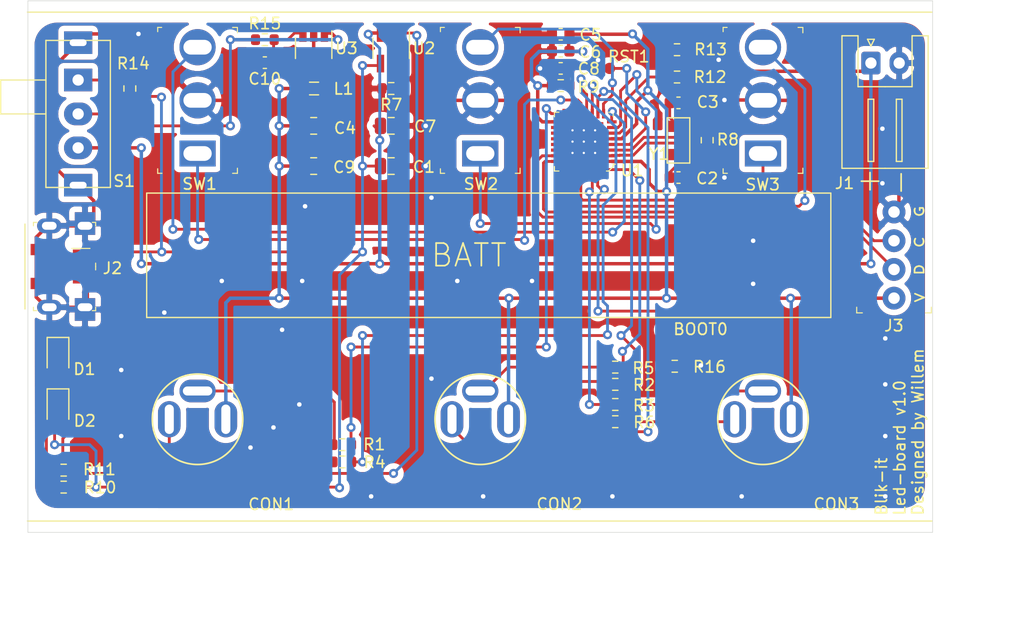
<source format=kicad_pcb>
(kicad_pcb (version 20171130) (host pcbnew "(5.1.9-0-10_14)")

  (general
    (thickness 1.6)
    (drawings 20)
    (tracks 515)
    (zones 0)
    (modules 45)
    (nets 50)
  )

  (page A4)
  (layers
    (0 F.Cu signal)
    (31 B.Cu signal)
    (32 B.Adhes user)
    (33 F.Adhes user)
    (34 B.Paste user)
    (35 F.Paste user)
    (36 B.SilkS user)
    (37 F.SilkS user)
    (38 B.Mask user)
    (39 F.Mask user)
    (40 Dwgs.User user)
    (41 Cmts.User user)
    (42 Eco1.User user)
    (43 Eco2.User user)
    (44 Edge.Cuts user)
    (45 Margin user)
    (46 B.CrtYd user)
    (47 F.CrtYd user)
    (48 B.Fab user hide)
    (49 F.Fab user hide)
  )

  (setup
    (last_trace_width 0.25)
    (trace_clearance 0.2)
    (zone_clearance 0.508)
    (zone_45_only no)
    (trace_min 0.2)
    (via_size 0.8)
    (via_drill 0.4)
    (via_min_size 0.4)
    (via_min_drill 0.3)
    (uvia_size 0.3)
    (uvia_drill 0.1)
    (uvias_allowed no)
    (uvia_min_size 0.2)
    (uvia_min_drill 0.1)
    (edge_width 0.05)
    (segment_width 0.2)
    (pcb_text_width 0.3)
    (pcb_text_size 1.5 1.5)
    (mod_edge_width 0.12)
    (mod_text_size 1 1)
    (mod_text_width 0.15)
    (pad_size 2 2.5)
    (pad_drill 0.6)
    (pad_to_mask_clearance 0)
    (aux_axis_origin 0 0)
    (visible_elements FFFFFF7F)
    (pcbplotparams
      (layerselection 0x010f0_ffffffff)
      (usegerberextensions false)
      (usegerberattributes false)
      (usegerberadvancedattributes false)
      (creategerberjobfile false)
      (excludeedgelayer true)
      (linewidth 0.100000)
      (plotframeref false)
      (viasonmask false)
      (mode 1)
      (useauxorigin false)
      (hpglpennumber 1)
      (hpglpenspeed 20)
      (hpglpendiameter 15.000000)
      (psnegative false)
      (psa4output false)
      (plotreference true)
      (plotvalue false)
      (plotinvisibletext false)
      (padsonsilk true)
      (subtractmaskfromsilk false)
      (outputformat 1)
      (mirror false)
      (drillshape 0)
      (scaleselection 1)
      (outputdirectory "gerber/"))
  )

  (net 0 "")
  (net 1 GND)
  (net 2 VBUS)
  (net 3 "Net-(C2-Pad1)")
  (net 4 "Net-(C3-Pad1)")
  (net 5 +3V3)
  (net 6 +BATT)
  (net 7 RST)
  (net 8 "Net-(CON1-Pad1)")
  (net 9 "Net-(CON1-Pad2)")
  (net 10 "Net-(CON2-Pad1)")
  (net 11 "Net-(CON2-Pad2)")
  (net 12 "Net-(CON3-Pad1)")
  (net 13 "Net-(CON3-Pad2)")
  (net 14 "Net-(D1-Pad2)")
  (net 15 "Net-(J2-Pad2)")
  (net 16 "Net-(J2-Pad3)")
  (net 17 SWCLK)
  (net 18 SWDIO)
  (net 19 "Net-(L1-Pad1)")
  (net 20 LED1)
  (net 21 LED2)
  (net 22 LED3)
  (net 23 DET1)
  (net 24 DET2)
  (net 25 DET3)
  (net 26 "Net-(R7-Pad1)")
  (net 27 "Net-(R11-Pad2)")
  (net 28 MEAS_VBATT)
  (net 29 SWITCH12)
  (net 30 SWITCH1)
  (net 31 SWITCH22)
  (net 32 SWITCH2)
  (net 33 SWITCH32)
  (net 34 SWITCH3)
  (net 35 "Net-(U1-Pad25)")
  (net 36 "Net-(U1-Pad15)")
  (net 37 "Net-(U1-Pad18)")
  (net 38 "Net-(U1-Pad19)")
  (net 39 "Net-(U1-Pad20)")
  (net 40 "Net-(U1-Pad21)")
  (net 41 "Net-(U1-Pad22)")
  (net 42 "Net-(U1-Pad26)")
  (net 43 "Net-(R14-Pad1)")
  (net 44 +BATT_SWITCHED)
  (net 45 "Net-(U1-Pad27)")
  (net 46 "Net-(U1-Pad14)")
  (net 47 "Net-(C10-Pad1)")
  (net 48 "Net-(D2-Pad1)")
  (net 49 BOOT0)

  (net_class Default "This is the default net class."
    (clearance 0.2)
    (trace_width 0.25)
    (via_dia 0.8)
    (via_drill 0.4)
    (uvia_dia 0.3)
    (uvia_drill 0.1)
    (add_net BOOT0)
    (add_net DET1)
    (add_net DET2)
    (add_net DET3)
    (add_net LED1)
    (add_net LED2)
    (add_net LED3)
    (add_net MEAS_VBATT)
    (add_net "Net-(C10-Pad1)")
    (add_net "Net-(C2-Pad1)")
    (add_net "Net-(C3-Pad1)")
    (add_net "Net-(CON1-Pad1)")
    (add_net "Net-(CON1-Pad2)")
    (add_net "Net-(CON2-Pad1)")
    (add_net "Net-(CON2-Pad2)")
    (add_net "Net-(CON3-Pad1)")
    (add_net "Net-(CON3-Pad2)")
    (add_net "Net-(D1-Pad2)")
    (add_net "Net-(D2-Pad1)")
    (add_net "Net-(J2-Pad2)")
    (add_net "Net-(J2-Pad3)")
    (add_net "Net-(L1-Pad1)")
    (add_net "Net-(R11-Pad2)")
    (add_net "Net-(R14-Pad1)")
    (add_net "Net-(R7-Pad1)")
    (add_net "Net-(U1-Pad14)")
    (add_net "Net-(U1-Pad15)")
    (add_net "Net-(U1-Pad18)")
    (add_net "Net-(U1-Pad19)")
    (add_net "Net-(U1-Pad20)")
    (add_net "Net-(U1-Pad21)")
    (add_net "Net-(U1-Pad22)")
    (add_net "Net-(U1-Pad25)")
    (add_net "Net-(U1-Pad26)")
    (add_net "Net-(U1-Pad27)")
    (add_net RST)
    (add_net SWCLK)
    (add_net SWDIO)
    (add_net SWITCH1)
    (add_net SWITCH12)
    (add_net SWITCH2)
    (add_net SWITCH22)
    (add_net SWITCH3)
    (add_net SWITCH32)
    (add_net VBUS)
  )

  (net_class POWER ""
    (clearance 0.2)
    (trace_width 0.3048)
    (via_dia 0.8)
    (via_drill 0.4)
    (uvia_dia 0.3)
    (uvia_drill 0.1)
    (add_net +3V3)
    (add_net +BATT)
    (add_net +BATT_SWITCHED)
    (add_net GND)
  )

  (module Resistor_SMD:R_0603_1608Metric (layer F.Cu) (tedit 5F68FEEE) (tstamp 60539F51)
    (at 162.2298 104.8258)
    (descr "Resistor SMD 0603 (1608 Metric), square (rectangular) end terminal, IPC_7351 nominal, (Body size source: IPC-SM-782 page 72, https://www.pcb-3d.com/wordpress/wp-content/uploads/ipc-sm-782a_amendment_1_and_2.pdf), generated with kicad-footprint-generator")
    (tags resistor)
    (path /6053E837)
    (attr smd)
    (fp_text reference R16 (at 3.0734 0.0508) (layer F.SilkS)
      (effects (font (size 1 1) (thickness 0.15)))
    )
    (fp_text value 10K (at 0 1.43) (layer F.Fab)
      (effects (font (size 1 1) (thickness 0.15)))
    )
    (fp_text user %R (at 0 0) (layer F.Fab)
      (effects (font (size 0.4 0.4) (thickness 0.06)))
    )
    (fp_line (start -0.8 0.4125) (end -0.8 -0.4125) (layer F.Fab) (width 0.1))
    (fp_line (start -0.8 -0.4125) (end 0.8 -0.4125) (layer F.Fab) (width 0.1))
    (fp_line (start 0.8 -0.4125) (end 0.8 0.4125) (layer F.Fab) (width 0.1))
    (fp_line (start 0.8 0.4125) (end -0.8 0.4125) (layer F.Fab) (width 0.1))
    (fp_line (start -0.237258 -0.5225) (end 0.237258 -0.5225) (layer F.SilkS) (width 0.12))
    (fp_line (start -0.237258 0.5225) (end 0.237258 0.5225) (layer F.SilkS) (width 0.12))
    (fp_line (start -1.48 0.73) (end -1.48 -0.73) (layer F.CrtYd) (width 0.05))
    (fp_line (start -1.48 -0.73) (end 1.48 -0.73) (layer F.CrtYd) (width 0.05))
    (fp_line (start 1.48 -0.73) (end 1.48 0.73) (layer F.CrtYd) (width 0.05))
    (fp_line (start 1.48 0.73) (end -1.48 0.73) (layer F.CrtYd) (width 0.05))
    (pad 2 smd roundrect (at 0.825 0) (size 0.8 0.95) (layers F.Cu F.Paste F.Mask) (roundrect_rratio 0.25)
      (net 1 GND))
    (pad 1 smd roundrect (at -0.825 0) (size 0.8 0.95) (layers F.Cu F.Paste F.Mask) (roundrect_rratio 0.25)
      (net 49 BOOT0))
    (model ${KISYS3DMOD}/Resistor_SMD.3dshapes/R_0603_1608Metric.wrl
      (at (xyz 0 0 0))
      (scale (xyz 1 1 1))
      (rotate (xyz 0 0 0))
    )
  )

  (module Package_TO_SOT_SMD:SOT-23-5_HandSoldering (layer F.Cu) (tedit 5A0AB76C) (tstamp 60282101)
    (at 130.302 76.708 270)
    (descr "5-pin SOT23 package")
    (tags "SOT-23-5 hand-soldering")
    (path /604D4EA0)
    (attr smd)
    (fp_text reference U3 (at 0 -2.9) (layer F.SilkS)
      (effects (font (size 1 1) (thickness 0.15)))
    )
    (fp_text value LM3671MF-3.3 (at 0 2.9 90) (layer F.Fab)
      (effects (font (size 1 1) (thickness 0.15)))
    )
    (fp_line (start -0.9 1.61) (end 0.9 1.61) (layer F.SilkS) (width 0.12))
    (fp_line (start 0.9 -1.61) (end -1.55 -1.61) (layer F.SilkS) (width 0.12))
    (fp_line (start -0.9 -0.9) (end -0.25 -1.55) (layer F.Fab) (width 0.1))
    (fp_line (start 0.9 -1.55) (end -0.25 -1.55) (layer F.Fab) (width 0.1))
    (fp_line (start -0.9 -0.9) (end -0.9 1.55) (layer F.Fab) (width 0.1))
    (fp_line (start 0.9 1.55) (end -0.9 1.55) (layer F.Fab) (width 0.1))
    (fp_line (start 0.9 -1.55) (end 0.9 1.55) (layer F.Fab) (width 0.1))
    (fp_line (start -2.38 -1.8) (end 2.38 -1.8) (layer F.CrtYd) (width 0.05))
    (fp_line (start -2.38 -1.8) (end -2.38 1.8) (layer F.CrtYd) (width 0.05))
    (fp_line (start 2.38 1.8) (end 2.38 -1.8) (layer F.CrtYd) (width 0.05))
    (fp_line (start 2.38 1.8) (end -2.38 1.8) (layer F.CrtYd) (width 0.05))
    (fp_text user %R (at 0 0) (layer F.Fab)
      (effects (font (size 0.5 0.5) (thickness 0.075)))
    )
    (pad 5 smd rect (at 1.35 -0.95 270) (size 1.56 0.65) (layers F.Cu F.Paste F.Mask)
      (net 19 "Net-(L1-Pad1)"))
    (pad 4 smd rect (at 1.35 0.95 270) (size 1.56 0.65) (layers F.Cu F.Paste F.Mask)
      (net 5 +3V3))
    (pad 3 smd rect (at -1.35 0.95 270) (size 1.56 0.65) (layers F.Cu F.Paste F.Mask)
      (net 47 "Net-(C10-Pad1)"))
    (pad 2 smd rect (at -1.35 0 270) (size 1.56 0.65) (layers F.Cu F.Paste F.Mask)
      (net 1 GND))
    (pad 1 smd rect (at -1.35 -0.95 270) (size 1.56 0.65) (layers F.Cu F.Paste F.Mask)
      (net 44 +BATT_SWITCHED))
    (model ${KISYS3DMOD}/Package_TO_SOT_SMD.3dshapes/SOT-23-5.wrl
      (at (xyz 0 0 0))
      (scale (xyz 1 1 1))
      (rotate (xyz 0 0 0))
    )
  )

  (module Package_TO_SOT_SMD:SOT-23-5_HandSoldering (layer F.Cu) (tedit 5A0AB76C) (tstamp 6052D355)
    (at 137.16 76.708 270)
    (descr "5-pin SOT23 package")
    (tags "SOT-23-5 hand-soldering")
    (path /60220E3E)
    (attr smd)
    (fp_text reference U2 (at 0 -2.9 180) (layer F.SilkS)
      (effects (font (size 1 1) (thickness 0.15)))
    )
    (fp_text value MCP73832T-2ACI_OT (at 0 2.9 90) (layer F.Fab)
      (effects (font (size 1 1) (thickness 0.15)))
    )
    (fp_line (start -0.9 1.61) (end 0.9 1.61) (layer F.SilkS) (width 0.12))
    (fp_line (start 0.9 -1.61) (end -1.55 -1.61) (layer F.SilkS) (width 0.12))
    (fp_line (start -0.9 -0.9) (end -0.25 -1.55) (layer F.Fab) (width 0.1))
    (fp_line (start 0.9 -1.55) (end -0.25 -1.55) (layer F.Fab) (width 0.1))
    (fp_line (start -0.9 -0.9) (end -0.9 1.55) (layer F.Fab) (width 0.1))
    (fp_line (start 0.9 1.55) (end -0.9 1.55) (layer F.Fab) (width 0.1))
    (fp_line (start 0.9 -1.55) (end 0.9 1.55) (layer F.Fab) (width 0.1))
    (fp_line (start -2.38 -1.8) (end 2.38 -1.8) (layer F.CrtYd) (width 0.05))
    (fp_line (start -2.38 -1.8) (end -2.38 1.8) (layer F.CrtYd) (width 0.05))
    (fp_line (start 2.38 1.8) (end 2.38 -1.8) (layer F.CrtYd) (width 0.05))
    (fp_line (start 2.38 1.8) (end -2.38 1.8) (layer F.CrtYd) (width 0.05))
    (fp_text user %R (at 0 0) (layer F.Fab)
      (effects (font (size 0.5 0.5) (thickness 0.075)))
    )
    (pad 5 smd rect (at 1.35 -0.95 270) (size 1.56 0.65) (layers F.Cu F.Paste F.Mask)
      (net 26 "Net-(R7-Pad1)"))
    (pad 4 smd rect (at 1.35 0.95 270) (size 1.56 0.65) (layers F.Cu F.Paste F.Mask)
      (net 2 VBUS))
    (pad 3 smd rect (at -1.35 0.95 270) (size 1.56 0.65) (layers F.Cu F.Paste F.Mask)
      (net 6 +BATT))
    (pad 2 smd rect (at -1.35 0 270) (size 1.56 0.65) (layers F.Cu F.Paste F.Mask)
      (net 1 GND))
    (pad 1 smd rect (at -1.35 -0.95 270) (size 1.56 0.65) (layers F.Cu F.Paste F.Mask)
      (net 27 "Net-(R11-Pad2)"))
    (model ${KISYS3DMOD}/Package_TO_SOT_SMD.3dshapes/SOT-23-5.wrl
      (at (xyz 0 0 0))
      (scale (xyz 1 1 1))
      (rotate (xyz 0 0 0))
    )
  )

  (module Resistor_SMD:R_0603_1608Metric (layer F.Cu) (tedit 5F68FEEE) (tstamp 6021C2F0)
    (at 162.433 79.248)
    (descr "Resistor SMD 0603 (1608 Metric), square (rectangular) end terminal, IPC_7351 nominal, (Body size source: IPC-SM-782 page 72, https://www.pcb-3d.com/wordpress/wp-content/uploads/ipc-sm-782a_amendment_1_and_2.pdf), generated with kicad-footprint-generator")
    (tags resistor)
    (path /60403C7A)
    (attr smd)
    (fp_text reference R13 (at 2.9718 -2.4384) (layer F.SilkS)
      (effects (font (size 1 1) (thickness 0.15)))
    )
    (fp_text value 100K (at 0 1.43) (layer F.Fab)
      (effects (font (size 1 1) (thickness 0.15)))
    )
    (fp_line (start -0.8 0.4125) (end -0.8 -0.4125) (layer F.Fab) (width 0.1))
    (fp_line (start -0.8 -0.4125) (end 0.8 -0.4125) (layer F.Fab) (width 0.1))
    (fp_line (start 0.8 -0.4125) (end 0.8 0.4125) (layer F.Fab) (width 0.1))
    (fp_line (start 0.8 0.4125) (end -0.8 0.4125) (layer F.Fab) (width 0.1))
    (fp_line (start -0.237258 -0.5225) (end 0.237258 -0.5225) (layer F.SilkS) (width 0.12))
    (fp_line (start -0.237258 0.5225) (end 0.237258 0.5225) (layer F.SilkS) (width 0.12))
    (fp_line (start -1.48 0.73) (end -1.48 -0.73) (layer F.CrtYd) (width 0.05))
    (fp_line (start -1.48 -0.73) (end 1.48 -0.73) (layer F.CrtYd) (width 0.05))
    (fp_line (start 1.48 -0.73) (end 1.48 0.73) (layer F.CrtYd) (width 0.05))
    (fp_line (start 1.48 0.73) (end -1.48 0.73) (layer F.CrtYd) (width 0.05))
    (fp_text user %R (at 0 0) (layer F.Fab)
      (effects (font (size 0.4 0.4) (thickness 0.06)))
    )
    (pad 2 smd roundrect (at 0.825 0) (size 0.8 0.95) (layers F.Cu F.Paste F.Mask) (roundrect_rratio 0.25)
      (net 1 GND))
    (pad 1 smd roundrect (at -0.825 0) (size 0.8 0.95) (layers F.Cu F.Paste F.Mask) (roundrect_rratio 0.25)
      (net 28 MEAS_VBATT))
    (model ${KISYS3DMOD}/Resistor_SMD.3dshapes/R_0603_1608Metric.wrl
      (at (xyz 0 0 0))
      (scale (xyz 1 1 1))
      (rotate (xyz 0 0 0))
    )
  )

  (module Resistor_SMD:R_0603_1608Metric (layer F.Cu) (tedit 5F68FEEE) (tstamp 6021C2DC)
    (at 162.433 76.835 180)
    (descr "Resistor SMD 0603 (1608 Metric), square (rectangular) end terminal, IPC_7351 nominal, (Body size source: IPC-SM-782 page 72, https://www.pcb-3d.com/wordpress/wp-content/uploads/ipc-sm-782a_amendment_1_and_2.pdf), generated with kicad-footprint-generator")
    (tags resistor)
    (path /6040529B)
    (attr smd)
    (fp_text reference R12 (at -2.921 -2.413) (layer F.SilkS)
      (effects (font (size 1 1) (thickness 0.15)))
    )
    (fp_text value 220K (at 0 1.43) (layer F.Fab)
      (effects (font (size 1 1) (thickness 0.15)))
    )
    (fp_line (start -0.8 0.4125) (end -0.8 -0.4125) (layer F.Fab) (width 0.1))
    (fp_line (start -0.8 -0.4125) (end 0.8 -0.4125) (layer F.Fab) (width 0.1))
    (fp_line (start 0.8 -0.4125) (end 0.8 0.4125) (layer F.Fab) (width 0.1))
    (fp_line (start 0.8 0.4125) (end -0.8 0.4125) (layer F.Fab) (width 0.1))
    (fp_line (start -0.237258 -0.5225) (end 0.237258 -0.5225) (layer F.SilkS) (width 0.12))
    (fp_line (start -0.237258 0.5225) (end 0.237258 0.5225) (layer F.SilkS) (width 0.12))
    (fp_line (start -1.48 0.73) (end -1.48 -0.73) (layer F.CrtYd) (width 0.05))
    (fp_line (start -1.48 -0.73) (end 1.48 -0.73) (layer F.CrtYd) (width 0.05))
    (fp_line (start 1.48 -0.73) (end 1.48 0.73) (layer F.CrtYd) (width 0.05))
    (fp_line (start 1.48 0.73) (end -1.48 0.73) (layer F.CrtYd) (width 0.05))
    (fp_text user %R (at 0 0) (layer F.Fab)
      (effects (font (size 0.4 0.4) (thickness 0.06)))
    )
    (pad 2 smd roundrect (at 0.825 0 180) (size 0.8 0.95) (layers F.Cu F.Paste F.Mask) (roundrect_rratio 0.25)
      (net 28 MEAS_VBATT))
    (pad 1 smd roundrect (at -0.825 0 180) (size 0.8 0.95) (layers F.Cu F.Paste F.Mask) (roundrect_rratio 0.25)
      (net 6 +BATT))
    (model ${KISYS3DMOD}/Resistor_SMD.3dshapes/R_0603_1608Metric.wrl
      (at (xyz 0 0 0))
      (scale (xyz 1 1 1))
      (rotate (xyz 0 0 0))
    )
  )

  (module Resistor_SMD:R_0603_1608Metric (layer F.Cu) (tedit 5F68FEEE) (tstamp 6021C2C8)
    (at 108.19288 114.012)
    (descr "Resistor SMD 0603 (1608 Metric), square (rectangular) end terminal, IPC_7351 nominal, (Body size source: IPC-SM-782 page 72, https://www.pcb-3d.com/wordpress/wp-content/uploads/ipc-sm-782a_amendment_1_and_2.pdf), generated with kicad-footprint-generator")
    (tags resistor)
    (path /602AF25A)
    (attr smd)
    (fp_text reference R11 (at 3.16072 -0.0676) (layer F.SilkS)
      (effects (font (size 1 1) (thickness 0.15)))
    )
    (fp_text value 470E (at 0 1.43) (layer F.Fab)
      (effects (font (size 1 1) (thickness 0.15)))
    )
    (fp_line (start -0.8 0.4125) (end -0.8 -0.4125) (layer F.Fab) (width 0.1))
    (fp_line (start -0.8 -0.4125) (end 0.8 -0.4125) (layer F.Fab) (width 0.1))
    (fp_line (start 0.8 -0.4125) (end 0.8 0.4125) (layer F.Fab) (width 0.1))
    (fp_line (start 0.8 0.4125) (end -0.8 0.4125) (layer F.Fab) (width 0.1))
    (fp_line (start -0.237258 -0.5225) (end 0.237258 -0.5225) (layer F.SilkS) (width 0.12))
    (fp_line (start -0.237258 0.5225) (end 0.237258 0.5225) (layer F.SilkS) (width 0.12))
    (fp_line (start -1.48 0.73) (end -1.48 -0.73) (layer F.CrtYd) (width 0.05))
    (fp_line (start -1.48 -0.73) (end 1.48 -0.73) (layer F.CrtYd) (width 0.05))
    (fp_line (start 1.48 -0.73) (end 1.48 0.73) (layer F.CrtYd) (width 0.05))
    (fp_line (start 1.48 0.73) (end -1.48 0.73) (layer F.CrtYd) (width 0.05))
    (fp_text user %R (at 0 0) (layer F.Fab)
      (effects (font (size 0.4 0.4) (thickness 0.06)))
    )
    (pad 2 smd roundrect (at 0.825 0) (size 0.8 0.95) (layers F.Cu F.Paste F.Mask) (roundrect_rratio 0.25)
      (net 27 "Net-(R11-Pad2)"))
    (pad 1 smd roundrect (at -0.825 0) (size 0.8 0.95) (layers F.Cu F.Paste F.Mask) (roundrect_rratio 0.25)
      (net 48 "Net-(D2-Pad1)"))
    (model ${KISYS3DMOD}/Resistor_SMD.3dshapes/R_0603_1608Metric.wrl
      (at (xyz 0 0 0))
      (scale (xyz 1 1 1))
      (rotate (xyz 0 0 0))
    )
  )

  (module Resistor_SMD:R_0603_1608Metric (layer F.Cu) (tedit 5F68FEEE) (tstamp 6021C2B4)
    (at 108.19288 115.512)
    (descr "Resistor SMD 0603 (1608 Metric), square (rectangular) end terminal, IPC_7351 nominal, (Body size source: IPC-SM-782 page 72, https://www.pcb-3d.com/wordpress/wp-content/uploads/ipc-sm-782a_amendment_1_and_2.pdf), generated with kicad-footprint-generator")
    (tags resistor)
    (path /602AE2E0)
    (attr smd)
    (fp_text reference R10 (at 3.21152 0.0326) (layer F.SilkS)
      (effects (font (size 1 1) (thickness 0.15)))
    )
    (fp_text value 470E (at 0 1.43) (layer F.Fab)
      (effects (font (size 1 1) (thickness 0.15)))
    )
    (fp_line (start -0.8 0.4125) (end -0.8 -0.4125) (layer F.Fab) (width 0.1))
    (fp_line (start -0.8 -0.4125) (end 0.8 -0.4125) (layer F.Fab) (width 0.1))
    (fp_line (start 0.8 -0.4125) (end 0.8 0.4125) (layer F.Fab) (width 0.1))
    (fp_line (start 0.8 0.4125) (end -0.8 0.4125) (layer F.Fab) (width 0.1))
    (fp_line (start -0.237258 -0.5225) (end 0.237258 -0.5225) (layer F.SilkS) (width 0.12))
    (fp_line (start -0.237258 0.5225) (end 0.237258 0.5225) (layer F.SilkS) (width 0.12))
    (fp_line (start -1.48 0.73) (end -1.48 -0.73) (layer F.CrtYd) (width 0.05))
    (fp_line (start -1.48 -0.73) (end 1.48 -0.73) (layer F.CrtYd) (width 0.05))
    (fp_line (start 1.48 -0.73) (end 1.48 0.73) (layer F.CrtYd) (width 0.05))
    (fp_line (start 1.48 0.73) (end -1.48 0.73) (layer F.CrtYd) (width 0.05))
    (fp_text user %R (at 0 0) (layer F.Fab)
      (effects (font (size 0.4 0.4) (thickness 0.06)))
    )
    (pad 2 smd roundrect (at 0.825 0) (size 0.8 0.95) (layers F.Cu F.Paste F.Mask) (roundrect_rratio 0.25)
      (net 2 VBUS))
    (pad 1 smd roundrect (at -0.825 0) (size 0.8 0.95) (layers F.Cu F.Paste F.Mask) (roundrect_rratio 0.25)
      (net 14 "Net-(D1-Pad2)"))
    (model ${KISYS3DMOD}/Resistor_SMD.3dshapes/R_0603_1608Metric.wrl
      (at (xyz 0 0 0))
      (scale (xyz 1 1 1))
      (rotate (xyz 0 0 0))
    )
  )

  (module Resistor_SMD:R_0603_1608Metric (layer F.Cu) (tedit 5F68FEEE) (tstamp 6021C2A0)
    (at 152.146 80.01)
    (descr "Resistor SMD 0603 (1608 Metric), square (rectangular) end terminal, IPC_7351 nominal, (Body size source: IPC-SM-782 page 72, https://www.pcb-3d.com/wordpress/wp-content/uploads/ipc-sm-782a_amendment_1_and_2.pdf), generated with kicad-footprint-generator")
    (tags resistor)
    (path /602E1D33)
    (attr smd)
    (fp_text reference R9 (at 2.4638 0.1016) (layer F.SilkS)
      (effects (font (size 1 1) (thickness 0.15)))
    )
    (fp_text value 1K (at 0 1.43) (layer F.Fab)
      (effects (font (size 1 1) (thickness 0.15)))
    )
    (fp_line (start -0.8 0.4125) (end -0.8 -0.4125) (layer F.Fab) (width 0.1))
    (fp_line (start -0.8 -0.4125) (end 0.8 -0.4125) (layer F.Fab) (width 0.1))
    (fp_line (start 0.8 -0.4125) (end 0.8 0.4125) (layer F.Fab) (width 0.1))
    (fp_line (start 0.8 0.4125) (end -0.8 0.4125) (layer F.Fab) (width 0.1))
    (fp_line (start -0.237258 -0.5225) (end 0.237258 -0.5225) (layer F.SilkS) (width 0.12))
    (fp_line (start -0.237258 0.5225) (end 0.237258 0.5225) (layer F.SilkS) (width 0.12))
    (fp_line (start -1.48 0.73) (end -1.48 -0.73) (layer F.CrtYd) (width 0.05))
    (fp_line (start -1.48 -0.73) (end 1.48 -0.73) (layer F.CrtYd) (width 0.05))
    (fp_line (start 1.48 -0.73) (end 1.48 0.73) (layer F.CrtYd) (width 0.05))
    (fp_line (start 1.48 0.73) (end -1.48 0.73) (layer F.CrtYd) (width 0.05))
    (fp_text user %R (at 0 0) (layer F.Fab)
      (effects (font (size 0.4 0.4) (thickness 0.06)))
    )
    (pad 2 smd roundrect (at 0.825 0) (size 0.8 0.95) (layers F.Cu F.Paste F.Mask) (roundrect_rratio 0.25)
      (net 7 RST))
    (pad 1 smd roundrect (at -0.825 0) (size 0.8 0.95) (layers F.Cu F.Paste F.Mask) (roundrect_rratio 0.25)
      (net 5 +3V3))
    (model ${KISYS3DMOD}/Resistor_SMD.3dshapes/R_0603_1608Metric.wrl
      (at (xyz 0 0 0))
      (scale (xyz 1 1 1))
      (rotate (xyz 0 0 0))
    )
  )

  (module Resistor_SMD:R_0603_1608Metric (layer F.Cu) (tedit 5F68FEEE) (tstamp 6053165E)
    (at 165.1 84.836 90)
    (descr "Resistor SMD 0603 (1608 Metric), square (rectangular) end terminal, IPC_7351 nominal, (Body size source: IPC-SM-782 page 72, https://www.pcb-3d.com/wordpress/wp-content/uploads/ipc-sm-782a_amendment_1_and_2.pdf), generated with kicad-footprint-generator")
    (tags resistor)
    (path /603F8E75)
    (attr smd)
    (fp_text reference R8 (at 0.0508 1.8288 180) (layer F.SilkS)
      (effects (font (size 1 1) (thickness 0.15)))
    )
    (fp_text value 1M (at 0 1.43 90) (layer F.Fab)
      (effects (font (size 1 1) (thickness 0.15)))
    )
    (fp_line (start -0.8 0.4125) (end -0.8 -0.4125) (layer F.Fab) (width 0.1))
    (fp_line (start -0.8 -0.4125) (end 0.8 -0.4125) (layer F.Fab) (width 0.1))
    (fp_line (start 0.8 -0.4125) (end 0.8 0.4125) (layer F.Fab) (width 0.1))
    (fp_line (start 0.8 0.4125) (end -0.8 0.4125) (layer F.Fab) (width 0.1))
    (fp_line (start -0.237258 -0.5225) (end 0.237258 -0.5225) (layer F.SilkS) (width 0.12))
    (fp_line (start -0.237258 0.5225) (end 0.237258 0.5225) (layer F.SilkS) (width 0.12))
    (fp_line (start -1.48 0.73) (end -1.48 -0.73) (layer F.CrtYd) (width 0.05))
    (fp_line (start -1.48 -0.73) (end 1.48 -0.73) (layer F.CrtYd) (width 0.05))
    (fp_line (start 1.48 -0.73) (end 1.48 0.73) (layer F.CrtYd) (width 0.05))
    (fp_line (start 1.48 0.73) (end -1.48 0.73) (layer F.CrtYd) (width 0.05))
    (fp_text user %R (at 0 0 90) (layer F.Fab)
      (effects (font (size 0.4 0.4) (thickness 0.06)))
    )
    (pad 2 smd roundrect (at 0.825 0 90) (size 0.8 0.95) (layers F.Cu F.Paste F.Mask) (roundrect_rratio 0.25)
      (net 4 "Net-(C3-Pad1)"))
    (pad 1 smd roundrect (at -0.825 0 90) (size 0.8 0.95) (layers F.Cu F.Paste F.Mask) (roundrect_rratio 0.25)
      (net 3 "Net-(C2-Pad1)"))
    (model ${KISYS3DMOD}/Resistor_SMD.3dshapes/R_0603_1608Metric.wrl
      (at (xyz 0 0 0))
      (scale (xyz 1 1 1))
      (rotate (xyz 0 0 0))
    )
  )

  (module Resistor_SMD:R_0603_1608Metric (layer F.Cu) (tedit 5F68FEEE) (tstamp 6052D2E1)
    (at 137.16 80.264 180)
    (descr "Resistor SMD 0603 (1608 Metric), square (rectangular) end terminal, IPC_7351 nominal, (Body size source: IPC-SM-782 page 72, https://www.pcb-3d.com/wordpress/wp-content/uploads/ipc-sm-782a_amendment_1_and_2.pdf), generated with kicad-footprint-generator")
    (tags resistor)
    (path /60299759)
    (attr smd)
    (fp_text reference R7 (at 0 -1.43) (layer F.SilkS)
      (effects (font (size 1 1) (thickness 0.15)))
    )
    (fp_text value 3K3 (at 0 1.43) (layer F.Fab)
      (effects (font (size 1 1) (thickness 0.15)))
    )
    (fp_line (start -0.8 0.4125) (end -0.8 -0.4125) (layer F.Fab) (width 0.1))
    (fp_line (start -0.8 -0.4125) (end 0.8 -0.4125) (layer F.Fab) (width 0.1))
    (fp_line (start 0.8 -0.4125) (end 0.8 0.4125) (layer F.Fab) (width 0.1))
    (fp_line (start 0.8 0.4125) (end -0.8 0.4125) (layer F.Fab) (width 0.1))
    (fp_line (start -0.237258 -0.5225) (end 0.237258 -0.5225) (layer F.SilkS) (width 0.12))
    (fp_line (start -0.237258 0.5225) (end 0.237258 0.5225) (layer F.SilkS) (width 0.12))
    (fp_line (start -1.48 0.73) (end -1.48 -0.73) (layer F.CrtYd) (width 0.05))
    (fp_line (start -1.48 -0.73) (end 1.48 -0.73) (layer F.CrtYd) (width 0.05))
    (fp_line (start 1.48 -0.73) (end 1.48 0.73) (layer F.CrtYd) (width 0.05))
    (fp_line (start 1.48 0.73) (end -1.48 0.73) (layer F.CrtYd) (width 0.05))
    (fp_text user %R (at 0 0) (layer F.Fab)
      (effects (font (size 0.4 0.4) (thickness 0.06)))
    )
    (pad 2 smd roundrect (at 0.825 0 180) (size 0.8 0.95) (layers F.Cu F.Paste F.Mask) (roundrect_rratio 0.25)
      (net 1 GND))
    (pad 1 smd roundrect (at -0.825 0 180) (size 0.8 0.95) (layers F.Cu F.Paste F.Mask) (roundrect_rratio 0.25)
      (net 26 "Net-(R7-Pad1)"))
    (model ${KISYS3DMOD}/Resistor_SMD.3dshapes/R_0603_1608Metric.wrl
      (at (xyz 0 0 0))
      (scale (xyz 1 1 1))
      (rotate (xyz 0 0 0))
    )
  )

  (module Resistor_SMD:R_0603_1608Metric (layer F.Cu) (tedit 5F68FEEE) (tstamp 6021C264)
    (at 156.972 109.728 180)
    (descr "Resistor SMD 0603 (1608 Metric), square (rectangular) end terminal, IPC_7351 nominal, (Body size source: IPC-SM-782 page 72, https://www.pcb-3d.com/wordpress/wp-content/uploads/ipc-sm-782a_amendment_1_and_2.pdf), generated with kicad-footprint-generator")
    (tags resistor)
    (path /6025CE8E)
    (attr smd)
    (fp_text reference R6 (at -2.5654 -0.0508) (layer F.SilkS)
      (effects (font (size 1 1) (thickness 0.15)))
    )
    (fp_text value 10K (at 0 1.43) (layer F.Fab)
      (effects (font (size 1 1) (thickness 0.15)))
    )
    (fp_line (start -0.8 0.4125) (end -0.8 -0.4125) (layer F.Fab) (width 0.1))
    (fp_line (start -0.8 -0.4125) (end 0.8 -0.4125) (layer F.Fab) (width 0.1))
    (fp_line (start 0.8 -0.4125) (end 0.8 0.4125) (layer F.Fab) (width 0.1))
    (fp_line (start 0.8 0.4125) (end -0.8 0.4125) (layer F.Fab) (width 0.1))
    (fp_line (start -0.237258 -0.5225) (end 0.237258 -0.5225) (layer F.SilkS) (width 0.12))
    (fp_line (start -0.237258 0.5225) (end 0.237258 0.5225) (layer F.SilkS) (width 0.12))
    (fp_line (start -1.48 0.73) (end -1.48 -0.73) (layer F.CrtYd) (width 0.05))
    (fp_line (start -1.48 -0.73) (end 1.48 -0.73) (layer F.CrtYd) (width 0.05))
    (fp_line (start 1.48 -0.73) (end 1.48 0.73) (layer F.CrtYd) (width 0.05))
    (fp_line (start 1.48 0.73) (end -1.48 0.73) (layer F.CrtYd) (width 0.05))
    (fp_text user %R (at 0 0) (layer F.Fab)
      (effects (font (size 0.4 0.4) (thickness 0.06)))
    )
    (pad 2 smd roundrect (at 0.825 0 180) (size 0.8 0.95) (layers F.Cu F.Paste F.Mask) (roundrect_rratio 0.25)
      (net 25 DET3))
    (pad 1 smd roundrect (at -0.825 0 180) (size 0.8 0.95) (layers F.Cu F.Paste F.Mask) (roundrect_rratio 0.25)
      (net 13 "Net-(CON3-Pad2)"))
    (model ${KISYS3DMOD}/Resistor_SMD.3dshapes/R_0603_1608Metric.wrl
      (at (xyz 0 0 0))
      (scale (xyz 1 1 1))
      (rotate (xyz 0 0 0))
    )
  )

  (module Resistor_SMD:R_0603_1608Metric (layer F.Cu) (tedit 5F68FEEE) (tstamp 6021C250)
    (at 156.972 106.426)
    (descr "Resistor SMD 0603 (1608 Metric), square (rectangular) end terminal, IPC_7351 nominal, (Body size source: IPC-SM-782 page 72, https://www.pcb-3d.com/wordpress/wp-content/uploads/ipc-sm-782a_amendment_1_and_2.pdf), generated with kicad-footprint-generator")
    (tags resistor)
    (path /6025DA85)
    (attr smd)
    (fp_text reference R5 (at 2.4892 -1.43) (layer F.SilkS)
      (effects (font (size 1 1) (thickness 0.15)))
    )
    (fp_text value 10K (at 0 1.43) (layer F.Fab)
      (effects (font (size 1 1) (thickness 0.15)))
    )
    (fp_line (start -0.8 0.4125) (end -0.8 -0.4125) (layer F.Fab) (width 0.1))
    (fp_line (start -0.8 -0.4125) (end 0.8 -0.4125) (layer F.Fab) (width 0.1))
    (fp_line (start 0.8 -0.4125) (end 0.8 0.4125) (layer F.Fab) (width 0.1))
    (fp_line (start 0.8 0.4125) (end -0.8 0.4125) (layer F.Fab) (width 0.1))
    (fp_line (start -0.237258 -0.5225) (end 0.237258 -0.5225) (layer F.SilkS) (width 0.12))
    (fp_line (start -0.237258 0.5225) (end 0.237258 0.5225) (layer F.SilkS) (width 0.12))
    (fp_line (start -1.48 0.73) (end -1.48 -0.73) (layer F.CrtYd) (width 0.05))
    (fp_line (start -1.48 -0.73) (end 1.48 -0.73) (layer F.CrtYd) (width 0.05))
    (fp_line (start 1.48 -0.73) (end 1.48 0.73) (layer F.CrtYd) (width 0.05))
    (fp_line (start 1.48 0.73) (end -1.48 0.73) (layer F.CrtYd) (width 0.05))
    (fp_text user %R (at 0 0) (layer F.Fab)
      (effects (font (size 0.4 0.4) (thickness 0.06)))
    )
    (pad 2 smd roundrect (at 0.825 0) (size 0.8 0.95) (layers F.Cu F.Paste F.Mask) (roundrect_rratio 0.25)
      (net 24 DET2))
    (pad 1 smd roundrect (at -0.825 0) (size 0.8 0.95) (layers F.Cu F.Paste F.Mask) (roundrect_rratio 0.25)
      (net 11 "Net-(CON2-Pad2)"))
    (model ${KISYS3DMOD}/Resistor_SMD.3dshapes/R_0603_1608Metric.wrl
      (at (xyz 0 0 0))
      (scale (xyz 1 1 1))
      (rotate (xyz 0 0 0))
    )
  )

  (module Resistor_SMD:R_0603_1608Metric (layer F.Cu) (tedit 5F68FEEE) (tstamp 6021C23C)
    (at 132.842 113.284)
    (descr "Resistor SMD 0603 (1608 Metric), square (rectangular) end terminal, IPC_7351 nominal, (Body size source: IPC-SM-782 page 72, https://www.pcb-3d.com/wordpress/wp-content/uploads/ipc-sm-782a_amendment_1_and_2.pdf), generated with kicad-footprint-generator")
    (tags resistor)
    (path /6025E6DF)
    (attr smd)
    (fp_text reference R4 (at 2.8448 0.0254) (layer F.SilkS)
      (effects (font (size 1 1) (thickness 0.15)))
    )
    (fp_text value 10K (at 0 1.43) (layer F.Fab)
      (effects (font (size 1 1) (thickness 0.15)))
    )
    (fp_line (start -0.8 0.4125) (end -0.8 -0.4125) (layer F.Fab) (width 0.1))
    (fp_line (start -0.8 -0.4125) (end 0.8 -0.4125) (layer F.Fab) (width 0.1))
    (fp_line (start 0.8 -0.4125) (end 0.8 0.4125) (layer F.Fab) (width 0.1))
    (fp_line (start 0.8 0.4125) (end -0.8 0.4125) (layer F.Fab) (width 0.1))
    (fp_line (start -0.237258 -0.5225) (end 0.237258 -0.5225) (layer F.SilkS) (width 0.12))
    (fp_line (start -0.237258 0.5225) (end 0.237258 0.5225) (layer F.SilkS) (width 0.12))
    (fp_line (start -1.48 0.73) (end -1.48 -0.73) (layer F.CrtYd) (width 0.05))
    (fp_line (start -1.48 -0.73) (end 1.48 -0.73) (layer F.CrtYd) (width 0.05))
    (fp_line (start 1.48 -0.73) (end 1.48 0.73) (layer F.CrtYd) (width 0.05))
    (fp_line (start 1.48 0.73) (end -1.48 0.73) (layer F.CrtYd) (width 0.05))
    (fp_text user %R (at 0 0) (layer F.Fab)
      (effects (font (size 0.4 0.4) (thickness 0.06)))
    )
    (pad 2 smd roundrect (at 0.825 0) (size 0.8 0.95) (layers F.Cu F.Paste F.Mask) (roundrect_rratio 0.25)
      (net 23 DET1))
    (pad 1 smd roundrect (at -0.825 0) (size 0.8 0.95) (layers F.Cu F.Paste F.Mask) (roundrect_rratio 0.25)
      (net 9 "Net-(CON1-Pad2)"))
    (model ${KISYS3DMOD}/Resistor_SMD.3dshapes/R_0603_1608Metric.wrl
      (at (xyz 0 0 0))
      (scale (xyz 1 1 1))
      (rotate (xyz 0 0 0))
    )
  )

  (module Resistor_SMD:R_0603_1608Metric (layer F.Cu) (tedit 5F68FEEE) (tstamp 6021C228)
    (at 156.972 108.204 180)
    (descr "Resistor SMD 0603 (1608 Metric), square (rectangular) end terminal, IPC_7351 nominal, (Body size source: IPC-SM-782 page 72, https://www.pcb-3d.com/wordpress/wp-content/uploads/ipc-sm-782a_amendment_1_and_2.pdf), generated with kicad-footprint-generator")
    (tags resistor)
    (path /6024FF14)
    (attr smd)
    (fp_text reference R3 (at -2.54 -0.1016) (layer F.SilkS)
      (effects (font (size 1 1) (thickness 0.15)))
    )
    (fp_text value 105E (at 0 1.43) (layer F.Fab)
      (effects (font (size 1 1) (thickness 0.15)))
    )
    (fp_line (start -0.8 0.4125) (end -0.8 -0.4125) (layer F.Fab) (width 0.1))
    (fp_line (start -0.8 -0.4125) (end 0.8 -0.4125) (layer F.Fab) (width 0.1))
    (fp_line (start 0.8 -0.4125) (end 0.8 0.4125) (layer F.Fab) (width 0.1))
    (fp_line (start 0.8 0.4125) (end -0.8 0.4125) (layer F.Fab) (width 0.1))
    (fp_line (start -0.237258 -0.5225) (end 0.237258 -0.5225) (layer F.SilkS) (width 0.12))
    (fp_line (start -0.237258 0.5225) (end 0.237258 0.5225) (layer F.SilkS) (width 0.12))
    (fp_line (start -1.48 0.73) (end -1.48 -0.73) (layer F.CrtYd) (width 0.05))
    (fp_line (start -1.48 -0.73) (end 1.48 -0.73) (layer F.CrtYd) (width 0.05))
    (fp_line (start 1.48 -0.73) (end 1.48 0.73) (layer F.CrtYd) (width 0.05))
    (fp_line (start 1.48 0.73) (end -1.48 0.73) (layer F.CrtYd) (width 0.05))
    (fp_text user %R (at 0 0) (layer F.Fab)
      (effects (font (size 0.4 0.4) (thickness 0.06)))
    )
    (pad 2 smd roundrect (at 0.825 0 180) (size 0.8 0.95) (layers F.Cu F.Paste F.Mask) (roundrect_rratio 0.25)
      (net 22 LED3))
    (pad 1 smd roundrect (at -0.825 0 180) (size 0.8 0.95) (layers F.Cu F.Paste F.Mask) (roundrect_rratio 0.25)
      (net 12 "Net-(CON3-Pad1)"))
    (model ${KISYS3DMOD}/Resistor_SMD.3dshapes/R_0603_1608Metric.wrl
      (at (xyz 0 0 0))
      (scale (xyz 1 1 1))
      (rotate (xyz 0 0 0))
    )
  )

  (module Resistor_SMD:R_0603_1608Metric (layer F.Cu) (tedit 5F68FEEE) (tstamp 6021C214)
    (at 156.972 104.902 180)
    (descr "Resistor SMD 0603 (1608 Metric), square (rectangular) end terminal, IPC_7351 nominal, (Body size source: IPC-SM-782 page 72, https://www.pcb-3d.com/wordpress/wp-content/uploads/ipc-sm-782a_amendment_1_and_2.pdf), generated with kicad-footprint-generator")
    (tags resistor)
    (path /6024E7D0)
    (attr smd)
    (fp_text reference R2 (at -2.54 -1.5748) (layer F.SilkS)
      (effects (font (size 1 1) (thickness 0.15)))
    )
    (fp_text value 105E (at 0 1.43) (layer F.Fab)
      (effects (font (size 1 1) (thickness 0.15)))
    )
    (fp_line (start -0.8 0.4125) (end -0.8 -0.4125) (layer F.Fab) (width 0.1))
    (fp_line (start -0.8 -0.4125) (end 0.8 -0.4125) (layer F.Fab) (width 0.1))
    (fp_line (start 0.8 -0.4125) (end 0.8 0.4125) (layer F.Fab) (width 0.1))
    (fp_line (start 0.8 0.4125) (end -0.8 0.4125) (layer F.Fab) (width 0.1))
    (fp_line (start -0.237258 -0.5225) (end 0.237258 -0.5225) (layer F.SilkS) (width 0.12))
    (fp_line (start -0.237258 0.5225) (end 0.237258 0.5225) (layer F.SilkS) (width 0.12))
    (fp_line (start -1.48 0.73) (end -1.48 -0.73) (layer F.CrtYd) (width 0.05))
    (fp_line (start -1.48 -0.73) (end 1.48 -0.73) (layer F.CrtYd) (width 0.05))
    (fp_line (start 1.48 -0.73) (end 1.48 0.73) (layer F.CrtYd) (width 0.05))
    (fp_line (start 1.48 0.73) (end -1.48 0.73) (layer F.CrtYd) (width 0.05))
    (fp_text user %R (at 0 0) (layer F.Fab)
      (effects (font (size 0.4 0.4) (thickness 0.06)))
    )
    (pad 2 smd roundrect (at 0.825 0 180) (size 0.8 0.95) (layers F.Cu F.Paste F.Mask) (roundrect_rratio 0.25)
      (net 10 "Net-(CON2-Pad1)"))
    (pad 1 smd roundrect (at -0.825 0 180) (size 0.8 0.95) (layers F.Cu F.Paste F.Mask) (roundrect_rratio 0.25)
      (net 21 LED2))
    (model ${KISYS3DMOD}/Resistor_SMD.3dshapes/R_0603_1608Metric.wrl
      (at (xyz 0 0 0))
      (scale (xyz 1 1 1))
      (rotate (xyz 0 0 0))
    )
  )

  (module Resistor_SMD:R_0603_1608Metric (layer F.Cu) (tedit 5F68FEEE) (tstamp 6021C200)
    (at 132.828 111.76)
    (descr "Resistor SMD 0603 (1608 Metric), square (rectangular) end terminal, IPC_7351 nominal, (Body size source: IPC-SM-782 page 72, https://www.pcb-3d.com/wordpress/wp-content/uploads/ipc-sm-782a_amendment_1_and_2.pdf), generated with kicad-footprint-generator")
    (tags resistor)
    (path /6024F4D7)
    (attr smd)
    (fp_text reference R1 (at 2.8334 -0.0254) (layer F.SilkS)
      (effects (font (size 1 1) (thickness 0.15)))
    )
    (fp_text value 105E (at 0 1.43) (layer F.Fab)
      (effects (font (size 1 1) (thickness 0.15)))
    )
    (fp_line (start -0.8 0.4125) (end -0.8 -0.4125) (layer F.Fab) (width 0.1))
    (fp_line (start -0.8 -0.4125) (end 0.8 -0.4125) (layer F.Fab) (width 0.1))
    (fp_line (start 0.8 -0.4125) (end 0.8 0.4125) (layer F.Fab) (width 0.1))
    (fp_line (start 0.8 0.4125) (end -0.8 0.4125) (layer F.Fab) (width 0.1))
    (fp_line (start -0.237258 -0.5225) (end 0.237258 -0.5225) (layer F.SilkS) (width 0.12))
    (fp_line (start -0.237258 0.5225) (end 0.237258 0.5225) (layer F.SilkS) (width 0.12))
    (fp_line (start -1.48 0.73) (end -1.48 -0.73) (layer F.CrtYd) (width 0.05))
    (fp_line (start -1.48 -0.73) (end 1.48 -0.73) (layer F.CrtYd) (width 0.05))
    (fp_line (start 1.48 -0.73) (end 1.48 0.73) (layer F.CrtYd) (width 0.05))
    (fp_line (start 1.48 0.73) (end -1.48 0.73) (layer F.CrtYd) (width 0.05))
    (fp_text user %R (at 0 0) (layer F.Fab)
      (effects (font (size 0.4 0.4) (thickness 0.06)))
    )
    (pad 2 smd roundrect (at 0.825 0) (size 0.8 0.95) (layers F.Cu F.Paste F.Mask) (roundrect_rratio 0.25)
      (net 20 LED1))
    (pad 1 smd roundrect (at -0.825 0) (size 0.8 0.95) (layers F.Cu F.Paste F.Mask) (roundrect_rratio 0.25)
      (net 8 "Net-(CON1-Pad1)"))
    (model ${KISYS3DMOD}/Resistor_SMD.3dshapes/R_0603_1608Metric.wrl
      (at (xyz 0 0 0))
      (scale (xyz 1 1 1))
      (rotate (xyz 0 0 0))
    )
  )

  (module Inductor_SMD:L_0805_2012Metric (layer F.Cu) (tedit 5F68FEF0) (tstamp 6021C1EC)
    (at 130.336 80.264 180)
    (descr "Inductor SMD 0805 (2012 Metric), square (rectangular) end terminal, IPC_7351 nominal, (Body size source: IPC-SM-782 page 80, https://www.pcb-3d.com/wordpress/wp-content/uploads/ipc-sm-782a_amendment_1_and_2.pdf), generated with kicad-footprint-generator")
    (tags inductor)
    (path /604EE10C)
    (attr smd)
    (fp_text reference L1 (at -2.6076 -0.0254) (layer F.SilkS)
      (effects (font (size 1 1) (thickness 0.15)))
    )
    (fp_text value 2,2uH (at 0 1.55) (layer F.Fab)
      (effects (font (size 1 1) (thickness 0.15)))
    )
    (fp_line (start -1 0.45) (end -1 -0.45) (layer F.Fab) (width 0.1))
    (fp_line (start -1 -0.45) (end 1 -0.45) (layer F.Fab) (width 0.1))
    (fp_line (start 1 -0.45) (end 1 0.45) (layer F.Fab) (width 0.1))
    (fp_line (start 1 0.45) (end -1 0.45) (layer F.Fab) (width 0.1))
    (fp_line (start -0.399622 -0.56) (end 0.399622 -0.56) (layer F.SilkS) (width 0.12))
    (fp_line (start -0.399622 0.56) (end 0.399622 0.56) (layer F.SilkS) (width 0.12))
    (fp_line (start -1.75 0.85) (end -1.75 -0.85) (layer F.CrtYd) (width 0.05))
    (fp_line (start -1.75 -0.85) (end 1.75 -0.85) (layer F.CrtYd) (width 0.05))
    (fp_line (start 1.75 -0.85) (end 1.75 0.85) (layer F.CrtYd) (width 0.05))
    (fp_line (start 1.75 0.85) (end -1.75 0.85) (layer F.CrtYd) (width 0.05))
    (fp_text user %R (at 0 0) (layer F.Fab)
      (effects (font (size 0.5 0.5) (thickness 0.08)))
    )
    (pad 2 smd roundrect (at 1.0625 0 180) (size 0.875 1.2) (layers F.Cu F.Paste F.Mask) (roundrect_rratio 0.25)
      (net 5 +3V3))
    (pad 1 smd roundrect (at -1.0625 0 180) (size 0.875 1.2) (layers F.Cu F.Paste F.Mask) (roundrect_rratio 0.25)
      (net 19 "Net-(L1-Pad1)"))
    (model ${KISYS3DMOD}/Inductor_SMD.3dshapes/L_0805_2012Metric.wrl
      (at (xyz 0 0 0))
      (scale (xyz 1 1 1))
      (rotate (xyz 0 0 0))
    )
  )

  (module Capacitor_SMD:C_0805_2012Metric (layer F.Cu) (tedit 5F68FEEE) (tstamp 6021C0FA)
    (at 130.302 87.122)
    (descr "Capacitor SMD 0805 (2012 Metric), square (rectangular) end terminal, IPC_7351 nominal, (Body size source: IPC-SM-782 page 76, https://www.pcb-3d.com/wordpress/wp-content/uploads/ipc-sm-782a_amendment_1_and_2.pdf, https://docs.google.com/spreadsheets/d/1BsfQQcO9C6DZCsRaXUlFlo91Tg2WpOkGARC1WS5S8t0/edit?usp=sharing), generated with kicad-footprint-generator")
    (tags capacitor)
    (path /60506A3D)
    (attr smd)
    (fp_text reference C9 (at 2.6924 0.1016) (layer F.SilkS)
      (effects (font (size 1 1) (thickness 0.15)))
    )
    (fp_text value 4,7uF (at 0 1.68) (layer F.Fab)
      (effects (font (size 1 1) (thickness 0.15)))
    )
    (fp_line (start -1 0.625) (end -1 -0.625) (layer F.Fab) (width 0.1))
    (fp_line (start -1 -0.625) (end 1 -0.625) (layer F.Fab) (width 0.1))
    (fp_line (start 1 -0.625) (end 1 0.625) (layer F.Fab) (width 0.1))
    (fp_line (start 1 0.625) (end -1 0.625) (layer F.Fab) (width 0.1))
    (fp_line (start -0.261252 -0.735) (end 0.261252 -0.735) (layer F.SilkS) (width 0.12))
    (fp_line (start -0.261252 0.735) (end 0.261252 0.735) (layer F.SilkS) (width 0.12))
    (fp_line (start -1.7 0.98) (end -1.7 -0.98) (layer F.CrtYd) (width 0.05))
    (fp_line (start -1.7 -0.98) (end 1.7 -0.98) (layer F.CrtYd) (width 0.05))
    (fp_line (start 1.7 -0.98) (end 1.7 0.98) (layer F.CrtYd) (width 0.05))
    (fp_line (start 1.7 0.98) (end -1.7 0.98) (layer F.CrtYd) (width 0.05))
    (fp_text user %R (at 0 0) (layer F.Fab)
      (effects (font (size 0.5 0.5) (thickness 0.08)))
    )
    (pad 2 smd roundrect (at 0.95 0) (size 1 1.45) (layers F.Cu F.Paste F.Mask) (roundrect_rratio 0.25)
      (net 1 GND))
    (pad 1 smd roundrect (at -0.95 0) (size 1 1.45) (layers F.Cu F.Paste F.Mask) (roundrect_rratio 0.25)
      (net 5 +3V3))
    (model ${KISYS3DMOD}/Capacitor_SMD.3dshapes/C_0805_2012Metric.wrl
      (at (xyz 0 0 0))
      (scale (xyz 1 1 1))
      (rotate (xyz 0 0 0))
    )
  )

  (module Capacitor_SMD:C_0603_1608Metric (layer F.Cu) (tedit 5F68FEEE) (tstamp 6021C0E7)
    (at 152.146 78.486 180)
    (descr "Capacitor SMD 0603 (1608 Metric), square (rectangular) end terminal, IPC_7351 nominal, (Body size source: IPC-SM-782 page 76, https://www.pcb-3d.com/wordpress/wp-content/uploads/ipc-sm-782a_amendment_1_and_2.pdf), generated with kicad-footprint-generator")
    (tags capacitor)
    (path /602F7127)
    (attr smd)
    (fp_text reference C8 (at -2.4892 -0.0254) (layer F.SilkS)
      (effects (font (size 1 1) (thickness 0.15)))
    )
    (fp_text value 100nF (at 0 1.43) (layer F.Fab)
      (effects (font (size 1 1) (thickness 0.15)))
    )
    (fp_line (start -0.8 0.4) (end -0.8 -0.4) (layer F.Fab) (width 0.1))
    (fp_line (start -0.8 -0.4) (end 0.8 -0.4) (layer F.Fab) (width 0.1))
    (fp_line (start 0.8 -0.4) (end 0.8 0.4) (layer F.Fab) (width 0.1))
    (fp_line (start 0.8 0.4) (end -0.8 0.4) (layer F.Fab) (width 0.1))
    (fp_line (start -0.14058 -0.51) (end 0.14058 -0.51) (layer F.SilkS) (width 0.12))
    (fp_line (start -0.14058 0.51) (end 0.14058 0.51) (layer F.SilkS) (width 0.12))
    (fp_line (start -1.48 0.73) (end -1.48 -0.73) (layer F.CrtYd) (width 0.05))
    (fp_line (start -1.48 -0.73) (end 1.48 -0.73) (layer F.CrtYd) (width 0.05))
    (fp_line (start 1.48 -0.73) (end 1.48 0.73) (layer F.CrtYd) (width 0.05))
    (fp_line (start 1.48 0.73) (end -1.48 0.73) (layer F.CrtYd) (width 0.05))
    (fp_text user %R (at 0 0) (layer F.Fab)
      (effects (font (size 0.4 0.4) (thickness 0.06)))
    )
    (pad 2 smd roundrect (at 0.775 0 180) (size 0.9 0.95) (layers F.Cu F.Paste F.Mask) (roundrect_rratio 0.25)
      (net 1 GND))
    (pad 1 smd roundrect (at -0.775 0 180) (size 0.9 0.95) (layers F.Cu F.Paste F.Mask) (roundrect_rratio 0.25)
      (net 7 RST))
    (model ${KISYS3DMOD}/Capacitor_SMD.3dshapes/C_0603_1608Metric.wrl
      (at (xyz 0 0 0))
      (scale (xyz 1 1 1))
      (rotate (xyz 0 0 0))
    )
  )

  (module Capacitor_SMD:C_0805_2012Metric (layer F.Cu) (tedit 5F68FEEE) (tstamp 6021C0D3)
    (at 137.16 83.566)
    (descr "Capacitor SMD 0805 (2012 Metric), square (rectangular) end terminal, IPC_7351 nominal, (Body size source: IPC-SM-782 page 76, https://www.pcb-3d.com/wordpress/wp-content/uploads/ipc-sm-782a_amendment_1_and_2.pdf, https://docs.google.com/spreadsheets/d/1BsfQQcO9C6DZCsRaXUlFlo91Tg2WpOkGARC1WS5S8t0/edit?usp=sharing), generated with kicad-footprint-generator")
    (tags capacitor)
    (path /6043A641)
    (attr smd)
    (fp_text reference C7 (at 2.9972 0.0508) (layer F.SilkS)
      (effects (font (size 1 1) (thickness 0.15)))
    )
    (fp_text value 4,7uF (at 0 1.68) (layer F.Fab)
      (effects (font (size 1 1) (thickness 0.15)))
    )
    (fp_line (start -1 0.625) (end -1 -0.625) (layer F.Fab) (width 0.1))
    (fp_line (start -1 -0.625) (end 1 -0.625) (layer F.Fab) (width 0.1))
    (fp_line (start 1 -0.625) (end 1 0.625) (layer F.Fab) (width 0.1))
    (fp_line (start 1 0.625) (end -1 0.625) (layer F.Fab) (width 0.1))
    (fp_line (start -0.261252 -0.735) (end 0.261252 -0.735) (layer F.SilkS) (width 0.12))
    (fp_line (start -0.261252 0.735) (end 0.261252 0.735) (layer F.SilkS) (width 0.12))
    (fp_line (start -1.7 0.98) (end -1.7 -0.98) (layer F.CrtYd) (width 0.05))
    (fp_line (start -1.7 -0.98) (end 1.7 -0.98) (layer F.CrtYd) (width 0.05))
    (fp_line (start 1.7 -0.98) (end 1.7 0.98) (layer F.CrtYd) (width 0.05))
    (fp_line (start 1.7 0.98) (end -1.7 0.98) (layer F.CrtYd) (width 0.05))
    (fp_text user %R (at 0 0) (layer F.Fab)
      (effects (font (size 0.5 0.5) (thickness 0.08)))
    )
    (pad 2 smd roundrect (at 0.95 0) (size 1 1.45) (layers F.Cu F.Paste F.Mask) (roundrect_rratio 0.25)
      (net 1 GND))
    (pad 1 smd roundrect (at -0.95 0) (size 1 1.45) (layers F.Cu F.Paste F.Mask) (roundrect_rratio 0.25)
      (net 6 +BATT))
    (model ${KISYS3DMOD}/Capacitor_SMD.3dshapes/C_0805_2012Metric.wrl
      (at (xyz 0 0 0))
      (scale (xyz 1 1 1))
      (rotate (xyz 0 0 0))
    )
  )

  (module Capacitor_SMD:C_0603_1608Metric (layer F.Cu) (tedit 5F68FEEE) (tstamp 6021C0C0)
    (at 152.146 76.962 180)
    (descr "Capacitor SMD 0603 (1608 Metric), square (rectangular) end terminal, IPC_7351 nominal, (Body size source: IPC-SM-782 page 76, https://www.pcb-3d.com/wordpress/wp-content/uploads/ipc-sm-782a_amendment_1_and_2.pdf), generated with kicad-footprint-generator")
    (tags capacitor)
    (path /603026D2)
    (attr smd)
    (fp_text reference C6 (at -2.6162 -0.0762) (layer F.SilkS)
      (effects (font (size 1 1) (thickness 0.15)))
    )
    (fp_text value 100nF (at 0 1.43) (layer F.Fab)
      (effects (font (size 1 1) (thickness 0.15)))
    )
    (fp_line (start -0.8 0.4) (end -0.8 -0.4) (layer F.Fab) (width 0.1))
    (fp_line (start -0.8 -0.4) (end 0.8 -0.4) (layer F.Fab) (width 0.1))
    (fp_line (start 0.8 -0.4) (end 0.8 0.4) (layer F.Fab) (width 0.1))
    (fp_line (start 0.8 0.4) (end -0.8 0.4) (layer F.Fab) (width 0.1))
    (fp_line (start -0.14058 -0.51) (end 0.14058 -0.51) (layer F.SilkS) (width 0.12))
    (fp_line (start -0.14058 0.51) (end 0.14058 0.51) (layer F.SilkS) (width 0.12))
    (fp_line (start -1.48 0.73) (end -1.48 -0.73) (layer F.CrtYd) (width 0.05))
    (fp_line (start -1.48 -0.73) (end 1.48 -0.73) (layer F.CrtYd) (width 0.05))
    (fp_line (start 1.48 -0.73) (end 1.48 0.73) (layer F.CrtYd) (width 0.05))
    (fp_line (start 1.48 0.73) (end -1.48 0.73) (layer F.CrtYd) (width 0.05))
    (fp_text user %R (at 0 0) (layer F.Fab)
      (effects (font (size 0.4 0.4) (thickness 0.06)))
    )
    (pad 2 smd roundrect (at 0.775 0 180) (size 0.9 0.95) (layers F.Cu F.Paste F.Mask) (roundrect_rratio 0.25)
      (net 1 GND))
    (pad 1 smd roundrect (at -0.775 0 180) (size 0.9 0.95) (layers F.Cu F.Paste F.Mask) (roundrect_rratio 0.25)
      (net 5 +3V3))
    (model ${KISYS3DMOD}/Capacitor_SMD.3dshapes/C_0603_1608Metric.wrl
      (at (xyz 0 0 0))
      (scale (xyz 1 1 1))
      (rotate (xyz 0 0 0))
    )
  )

  (module Capacitor_SMD:C_0603_1608Metric (layer F.Cu) (tedit 5F68FEEE) (tstamp 6021C0AC)
    (at 152.146 75.464 180)
    (descr "Capacitor SMD 0603 (1608 Metric), square (rectangular) end terminal, IPC_7351 nominal, (Body size source: IPC-SM-782 page 76, https://www.pcb-3d.com/wordpress/wp-content/uploads/ipc-sm-782a_amendment_1_and_2.pdf), generated with kicad-footprint-generator")
    (tags capacitor)
    (path /603022A1)
    (attr smd)
    (fp_text reference C5 (at -2.6416 -0.0502) (layer F.SilkS)
      (effects (font (size 1 1) (thickness 0.15)))
    )
    (fp_text value 100nF (at 0 1.43) (layer F.Fab)
      (effects (font (size 1 1) (thickness 0.15)))
    )
    (fp_line (start -0.8 0.4) (end -0.8 -0.4) (layer F.Fab) (width 0.1))
    (fp_line (start -0.8 -0.4) (end 0.8 -0.4) (layer F.Fab) (width 0.1))
    (fp_line (start 0.8 -0.4) (end 0.8 0.4) (layer F.Fab) (width 0.1))
    (fp_line (start 0.8 0.4) (end -0.8 0.4) (layer F.Fab) (width 0.1))
    (fp_line (start -0.14058 -0.51) (end 0.14058 -0.51) (layer F.SilkS) (width 0.12))
    (fp_line (start -0.14058 0.51) (end 0.14058 0.51) (layer F.SilkS) (width 0.12))
    (fp_line (start -1.48 0.73) (end -1.48 -0.73) (layer F.CrtYd) (width 0.05))
    (fp_line (start -1.48 -0.73) (end 1.48 -0.73) (layer F.CrtYd) (width 0.05))
    (fp_line (start 1.48 -0.73) (end 1.48 0.73) (layer F.CrtYd) (width 0.05))
    (fp_line (start 1.48 0.73) (end -1.48 0.73) (layer F.CrtYd) (width 0.05))
    (fp_text user %R (at 0 0) (layer F.Fab)
      (effects (font (size 0.4 0.4) (thickness 0.06)))
    )
    (pad 2 smd roundrect (at 0.775 0 180) (size 0.9 0.95) (layers F.Cu F.Paste F.Mask) (roundrect_rratio 0.25)
      (net 1 GND))
    (pad 1 smd roundrect (at -0.775 0 180) (size 0.9 0.95) (layers F.Cu F.Paste F.Mask) (roundrect_rratio 0.25)
      (net 5 +3V3))
    (model ${KISYS3DMOD}/Capacitor_SMD.3dshapes/C_0603_1608Metric.wrl
      (at (xyz 0 0 0))
      (scale (xyz 1 1 1))
      (rotate (xyz 0 0 0))
    )
  )

  (module Capacitor_SMD:C_0805_2012Metric (layer F.Cu) (tedit 5F68FEEE) (tstamp 6021C098)
    (at 130.302 83.566)
    (descr "Capacitor SMD 0805 (2012 Metric), square (rectangular) end terminal, IPC_7351 nominal, (Body size source: IPC-SM-782 page 76, https://www.pcb-3d.com/wordpress/wp-content/uploads/ipc-sm-782a_amendment_1_and_2.pdf, https://docs.google.com/spreadsheets/d/1BsfQQcO9C6DZCsRaXUlFlo91Tg2WpOkGARC1WS5S8t0/edit?usp=sharing), generated with kicad-footprint-generator")
    (tags capacitor)
    (path /603063AF)
    (attr smd)
    (fp_text reference C4 (at 2.7686 0.2032) (layer F.SilkS)
      (effects (font (size 1 1) (thickness 0.15)))
    )
    (fp_text value 1uF (at 0 1.68) (layer F.Fab)
      (effects (font (size 1 1) (thickness 0.15)))
    )
    (fp_line (start -1 0.625) (end -1 -0.625) (layer F.Fab) (width 0.1))
    (fp_line (start -1 -0.625) (end 1 -0.625) (layer F.Fab) (width 0.1))
    (fp_line (start 1 -0.625) (end 1 0.625) (layer F.Fab) (width 0.1))
    (fp_line (start 1 0.625) (end -1 0.625) (layer F.Fab) (width 0.1))
    (fp_line (start -0.261252 -0.735) (end 0.261252 -0.735) (layer F.SilkS) (width 0.12))
    (fp_line (start -0.261252 0.735) (end 0.261252 0.735) (layer F.SilkS) (width 0.12))
    (fp_line (start -1.7 0.98) (end -1.7 -0.98) (layer F.CrtYd) (width 0.05))
    (fp_line (start -1.7 -0.98) (end 1.7 -0.98) (layer F.CrtYd) (width 0.05))
    (fp_line (start 1.7 -0.98) (end 1.7 0.98) (layer F.CrtYd) (width 0.05))
    (fp_line (start 1.7 0.98) (end -1.7 0.98) (layer F.CrtYd) (width 0.05))
    (fp_text user %R (at 0 0) (layer F.Fab)
      (effects (font (size 0.5 0.5) (thickness 0.08)))
    )
    (pad 2 smd roundrect (at 0.95 0) (size 1 1.45) (layers F.Cu F.Paste F.Mask) (roundrect_rratio 0.25)
      (net 1 GND))
    (pad 1 smd roundrect (at -0.95 0) (size 1 1.45) (layers F.Cu F.Paste F.Mask) (roundrect_rratio 0.25)
      (net 5 +3V3))
    (model ${KISYS3DMOD}/Capacitor_SMD.3dshapes/C_0805_2012Metric.wrl
      (at (xyz 0 0 0))
      (scale (xyz 1 1 1))
      (rotate (xyz 0 0 0))
    )
  )

  (module Capacitor_SMD:C_0603_1608Metric (layer F.Cu) (tedit 5F68FEEE) (tstamp 6021C085)
    (at 162.56 81.534)
    (descr "Capacitor SMD 0603 (1608 Metric), square (rectangular) end terminal, IPC_7351 nominal, (Body size source: IPC-SM-782 page 76, https://www.pcb-3d.com/wordpress/wp-content/uploads/ipc-sm-782a_amendment_1_and_2.pdf), generated with kicad-footprint-generator")
    (tags capacitor)
    (path /603CB8C0)
    (attr smd)
    (fp_text reference C3 (at 2.5908 -0.0762) (layer F.SilkS)
      (effects (font (size 1 1) (thickness 0.15)))
    )
    (fp_text value 4,3pF (at 0 1.43) (layer F.Fab)
      (effects (font (size 1 1) (thickness 0.15)))
    )
    (fp_line (start -0.8 0.4) (end -0.8 -0.4) (layer F.Fab) (width 0.1))
    (fp_line (start -0.8 -0.4) (end 0.8 -0.4) (layer F.Fab) (width 0.1))
    (fp_line (start 0.8 -0.4) (end 0.8 0.4) (layer F.Fab) (width 0.1))
    (fp_line (start 0.8 0.4) (end -0.8 0.4) (layer F.Fab) (width 0.1))
    (fp_line (start -0.14058 -0.51) (end 0.14058 -0.51) (layer F.SilkS) (width 0.12))
    (fp_line (start -0.14058 0.51) (end 0.14058 0.51) (layer F.SilkS) (width 0.12))
    (fp_line (start -1.48 0.73) (end -1.48 -0.73) (layer F.CrtYd) (width 0.05))
    (fp_line (start -1.48 -0.73) (end 1.48 -0.73) (layer F.CrtYd) (width 0.05))
    (fp_line (start 1.48 -0.73) (end 1.48 0.73) (layer F.CrtYd) (width 0.05))
    (fp_line (start 1.48 0.73) (end -1.48 0.73) (layer F.CrtYd) (width 0.05))
    (fp_text user %R (at 0 0) (layer F.Fab)
      (effects (font (size 0.4 0.4) (thickness 0.06)))
    )
    (pad 2 smd roundrect (at 0.775 0) (size 0.9 0.95) (layers F.Cu F.Paste F.Mask) (roundrect_rratio 0.25)
      (net 1 GND))
    (pad 1 smd roundrect (at -0.775 0) (size 0.9 0.95) (layers F.Cu F.Paste F.Mask) (roundrect_rratio 0.25)
      (net 4 "Net-(C3-Pad1)"))
    (model ${KISYS3DMOD}/Capacitor_SMD.3dshapes/C_0603_1608Metric.wrl
      (at (xyz 0 0 0))
      (scale (xyz 1 1 1))
      (rotate (xyz 0 0 0))
    )
  )

  (module Capacitor_SMD:C_0603_1608Metric (layer F.Cu) (tedit 5F68FEEE) (tstamp 605316B0)
    (at 162.56 88.138)
    (descr "Capacitor SMD 0603 (1608 Metric), square (rectangular) end terminal, IPC_7351 nominal, (Body size source: IPC-SM-782 page 76, https://www.pcb-3d.com/wordpress/wp-content/uploads/ipc-sm-782a_amendment_1_and_2.pdf), generated with kicad-footprint-generator")
    (tags capacitor)
    (path /603CA5B8)
    (attr smd)
    (fp_text reference C2 (at 2.54 0.0762) (layer F.SilkS)
      (effects (font (size 1 1) (thickness 0.15)))
    )
    (fp_text value 4,3pF (at 0 1.43) (layer F.Fab)
      (effects (font (size 1 1) (thickness 0.15)))
    )
    (fp_line (start -0.8 0.4) (end -0.8 -0.4) (layer F.Fab) (width 0.1))
    (fp_line (start -0.8 -0.4) (end 0.8 -0.4) (layer F.Fab) (width 0.1))
    (fp_line (start 0.8 -0.4) (end 0.8 0.4) (layer F.Fab) (width 0.1))
    (fp_line (start 0.8 0.4) (end -0.8 0.4) (layer F.Fab) (width 0.1))
    (fp_line (start -0.14058 -0.51) (end 0.14058 -0.51) (layer F.SilkS) (width 0.12))
    (fp_line (start -0.14058 0.51) (end 0.14058 0.51) (layer F.SilkS) (width 0.12))
    (fp_line (start -1.48 0.73) (end -1.48 -0.73) (layer F.CrtYd) (width 0.05))
    (fp_line (start -1.48 -0.73) (end 1.48 -0.73) (layer F.CrtYd) (width 0.05))
    (fp_line (start 1.48 -0.73) (end 1.48 0.73) (layer F.CrtYd) (width 0.05))
    (fp_line (start 1.48 0.73) (end -1.48 0.73) (layer F.CrtYd) (width 0.05))
    (fp_text user %R (at 0 0) (layer F.Fab)
      (effects (font (size 0.4 0.4) (thickness 0.06)))
    )
    (pad 2 smd roundrect (at 0.775 0) (size 0.9 0.95) (layers F.Cu F.Paste F.Mask) (roundrect_rratio 0.25)
      (net 1 GND))
    (pad 1 smd roundrect (at -0.775 0) (size 0.9 0.95) (layers F.Cu F.Paste F.Mask) (roundrect_rratio 0.25)
      (net 3 "Net-(C2-Pad1)"))
    (model ${KISYS3DMOD}/Capacitor_SMD.3dshapes/C_0603_1608Metric.wrl
      (at (xyz 0 0 0))
      (scale (xyz 1 1 1))
      (rotate (xyz 0 0 0))
    )
  )

  (module Capacitor_SMD:C_0805_2012Metric (layer F.Cu) (tedit 5F68FEEE) (tstamp 6021C05D)
    (at 137.16 87.122)
    (descr "Capacitor SMD 0805 (2012 Metric), square (rectangular) end terminal, IPC_7351 nominal, (Body size source: IPC-SM-782 page 76, https://www.pcb-3d.com/wordpress/wp-content/uploads/ipc-sm-782a_amendment_1_and_2.pdf, https://docs.google.com/spreadsheets/d/1BsfQQcO9C6DZCsRaXUlFlo91Tg2WpOkGARC1WS5S8t0/edit?usp=sharing), generated with kicad-footprint-generator")
    (tags capacitor)
    (path /60446C89)
    (attr smd)
    (fp_text reference C1 (at 2.8956 0.0762) (layer F.SilkS)
      (effects (font (size 1 1) (thickness 0.15)))
    )
    (fp_text value 4,7uF (at 0 1.68) (layer F.Fab)
      (effects (font (size 1 1) (thickness 0.15)))
    )
    (fp_line (start -1 0.625) (end -1 -0.625) (layer F.Fab) (width 0.1))
    (fp_line (start -1 -0.625) (end 1 -0.625) (layer F.Fab) (width 0.1))
    (fp_line (start 1 -0.625) (end 1 0.625) (layer F.Fab) (width 0.1))
    (fp_line (start 1 0.625) (end -1 0.625) (layer F.Fab) (width 0.1))
    (fp_line (start -0.261252 -0.735) (end 0.261252 -0.735) (layer F.SilkS) (width 0.12))
    (fp_line (start -0.261252 0.735) (end 0.261252 0.735) (layer F.SilkS) (width 0.12))
    (fp_line (start -1.7 0.98) (end -1.7 -0.98) (layer F.CrtYd) (width 0.05))
    (fp_line (start -1.7 -0.98) (end 1.7 -0.98) (layer F.CrtYd) (width 0.05))
    (fp_line (start 1.7 -0.98) (end 1.7 0.98) (layer F.CrtYd) (width 0.05))
    (fp_line (start 1.7 0.98) (end -1.7 0.98) (layer F.CrtYd) (width 0.05))
    (fp_text user %R (at 0 0) (layer F.Fab)
      (effects (font (size 0.5 0.5) (thickness 0.08)))
    )
    (pad 2 smd roundrect (at 0.95 0) (size 1 1.45) (layers F.Cu F.Paste F.Mask) (roundrect_rratio 0.25)
      (net 1 GND))
    (pad 1 smd roundrect (at -0.95 0) (size 1 1.45) (layers F.Cu F.Paste F.Mask) (roundrect_rratio 0.25)
      (net 2 VBUS))
    (model ${KISYS3DMOD}/Capacitor_SMD.3dshapes/C_0805_2012Metric.wrl
      (at (xyz 0 0 0))
      (scale (xyz 1 1 1))
      (rotate (xyz 0 0 0))
    )
  )

  (module Resistor_SMD:R_0603_1608Metric (layer F.Cu) (tedit 5F68FEEE) (tstamp 6052BFC6)
    (at 125.984 75.946)
    (descr "Resistor SMD 0603 (1608 Metric), square (rectangular) end terminal, IPC_7351 nominal, (Body size source: IPC-SM-782 page 72, https://www.pcb-3d.com/wordpress/wp-content/uploads/ipc-sm-782a_amendment_1_and_2.pdf), generated with kicad-footprint-generator")
    (tags resistor)
    (path /6061107D)
    (attr smd)
    (fp_text reference R15 (at 0 -1.43) (layer F.SilkS)
      (effects (font (size 1 1) (thickness 0.15)))
    )
    (fp_text value 100K (at 0 1.43) (layer F.Fab)
      (effects (font (size 1 1) (thickness 0.15)))
    )
    (fp_line (start -0.8 0.4125) (end -0.8 -0.4125) (layer F.Fab) (width 0.1))
    (fp_line (start -0.8 -0.4125) (end 0.8 -0.4125) (layer F.Fab) (width 0.1))
    (fp_line (start 0.8 -0.4125) (end 0.8 0.4125) (layer F.Fab) (width 0.1))
    (fp_line (start 0.8 0.4125) (end -0.8 0.4125) (layer F.Fab) (width 0.1))
    (fp_line (start -0.237258 -0.5225) (end 0.237258 -0.5225) (layer F.SilkS) (width 0.12))
    (fp_line (start -0.237258 0.5225) (end 0.237258 0.5225) (layer F.SilkS) (width 0.12))
    (fp_line (start -1.48 0.73) (end -1.48 -0.73) (layer F.CrtYd) (width 0.05))
    (fp_line (start -1.48 -0.73) (end 1.48 -0.73) (layer F.CrtYd) (width 0.05))
    (fp_line (start 1.48 -0.73) (end 1.48 0.73) (layer F.CrtYd) (width 0.05))
    (fp_line (start 1.48 0.73) (end -1.48 0.73) (layer F.CrtYd) (width 0.05))
    (fp_text user %R (at 0 0) (layer F.Fab)
      (effects (font (size 0.4 0.4) (thickness 0.06)))
    )
    (pad 2 smd roundrect (at 0.825 0) (size 0.8 0.95) (layers F.Cu F.Paste F.Mask) (roundrect_rratio 0.25)
      (net 47 "Net-(C10-Pad1)"))
    (pad 1 smd roundrect (at -0.825 0) (size 0.8 0.95) (layers F.Cu F.Paste F.Mask) (roundrect_rratio 0.25)
      (net 44 +BATT_SWITCHED))
    (model ${KISYS3DMOD}/Resistor_SMD.3dshapes/R_0603_1608Metric.wrl
      (at (xyz 0 0 0))
      (scale (xyz 1 1 1))
      (rotate (xyz 0 0 0))
    )
  )

  (module Resistor_SMD:R_0603_1608Metric (layer F.Cu) (tedit 5F68FEEE) (tstamp 60281914)
    (at 114.046 80.264 270)
    (descr "Resistor SMD 0603 (1608 Metric), square (rectangular) end terminal, IPC_7351 nominal, (Body size source: IPC-SM-782 page 72, https://www.pcb-3d.com/wordpress/wp-content/uploads/ipc-sm-782a_amendment_1_and_2.pdf), generated with kicad-footprint-generator")
    (tags resistor)
    (path /60310C7E)
    (attr smd)
    (fp_text reference R14 (at -2.2098 -0.3048 180) (layer F.SilkS)
      (effects (font (size 1 1) (thickness 0.15)))
    )
    (fp_text value 0E (at 0 1.43 90) (layer F.Fab)
      (effects (font (size 1 1) (thickness 0.15)))
    )
    (fp_line (start -0.8 0.4125) (end -0.8 -0.4125) (layer F.Fab) (width 0.1))
    (fp_line (start -0.8 -0.4125) (end 0.8 -0.4125) (layer F.Fab) (width 0.1))
    (fp_line (start 0.8 -0.4125) (end 0.8 0.4125) (layer F.Fab) (width 0.1))
    (fp_line (start 0.8 0.4125) (end -0.8 0.4125) (layer F.Fab) (width 0.1))
    (fp_line (start -0.237258 -0.5225) (end 0.237258 -0.5225) (layer F.SilkS) (width 0.12))
    (fp_line (start -0.237258 0.5225) (end 0.237258 0.5225) (layer F.SilkS) (width 0.12))
    (fp_line (start -1.48 0.73) (end -1.48 -0.73) (layer F.CrtYd) (width 0.05))
    (fp_line (start -1.48 -0.73) (end 1.48 -0.73) (layer F.CrtYd) (width 0.05))
    (fp_line (start 1.48 -0.73) (end 1.48 0.73) (layer F.CrtYd) (width 0.05))
    (fp_line (start 1.48 0.73) (end -1.48 0.73) (layer F.CrtYd) (width 0.05))
    (fp_text user %R (at 0 0 90) (layer F.Fab)
      (effects (font (size 0.4 0.4) (thickness 0.06)))
    )
    (pad 2 smd roundrect (at 0.825 0 270) (size 0.8 0.95) (layers F.Cu F.Paste F.Mask) (roundrect_rratio 0.25)
      (net 2 VBUS))
    (pad 1 smd roundrect (at -0.825 0 270) (size 0.8 0.95) (layers F.Cu F.Paste F.Mask) (roundrect_rratio 0.25)
      (net 43 "Net-(R14-Pad1)"))
    (model ${KISYS3DMOD}/Resistor_SMD.3dshapes/R_0603_1608Metric.wrl
      (at (xyz 0 0 0))
      (scale (xyz 1 1 1))
      (rotate (xyz 0 0 0))
    )
  )

  (module LED_SMD:LED_0805_2012Metric (layer F.Cu) (tedit 5F68FEF1) (tstamp 6021C17A)
    (at 107.69288 108.512 270)
    (descr "LED SMD 0805 (2012 Metric), square (rectangular) end terminal, IPC_7351 nominal, (Body size source: https://docs.google.com/spreadsheets/d/1BsfQQcO9C6DZCsRaXUlFlo91Tg2WpOkGARC1WS5S8t0/edit?usp=sharing), generated with kicad-footprint-generator")
    (tags LED)
    (path /602A475E)
    (attr smd)
    (fp_text reference D2 (at 1.1398 -2.36532) (layer F.SilkS)
      (effects (font (size 1 1) (thickness 0.15)))
    )
    (fp_text value LED (at 0 1.65 90) (layer F.Fab)
      (effects (font (size 1 1) (thickness 0.15)))
    )
    (fp_line (start 1 -0.6) (end -0.7 -0.6) (layer F.Fab) (width 0.1))
    (fp_line (start -0.7 -0.6) (end -1 -0.3) (layer F.Fab) (width 0.1))
    (fp_line (start -1 -0.3) (end -1 0.6) (layer F.Fab) (width 0.1))
    (fp_line (start -1 0.6) (end 1 0.6) (layer F.Fab) (width 0.1))
    (fp_line (start 1 0.6) (end 1 -0.6) (layer F.Fab) (width 0.1))
    (fp_line (start 1 -0.96) (end -1.685 -0.96) (layer F.SilkS) (width 0.12))
    (fp_line (start -1.685 -0.96) (end -1.685 0.96) (layer F.SilkS) (width 0.12))
    (fp_line (start -1.685 0.96) (end 1 0.96) (layer F.SilkS) (width 0.12))
    (fp_line (start -1.68 0.95) (end -1.68 -0.95) (layer F.CrtYd) (width 0.05))
    (fp_line (start -1.68 -0.95) (end 1.68 -0.95) (layer F.CrtYd) (width 0.05))
    (fp_line (start 1.68 -0.95) (end 1.68 0.95) (layer F.CrtYd) (width 0.05))
    (fp_line (start 1.68 0.95) (end -1.68 0.95) (layer F.CrtYd) (width 0.05))
    (fp_text user %R (at 0 0 90) (layer F.Fab)
      (effects (font (size 0.5 0.5) (thickness 0.08)))
    )
    (pad 2 smd roundrect (at 0.9375 0 270) (size 0.975 1.4) (layers F.Cu F.Paste F.Mask) (roundrect_rratio 0.25)
      (net 2 VBUS))
    (pad 1 smd roundrect (at -0.9375 0 270) (size 0.975 1.4) (layers F.Cu F.Paste F.Mask) (roundrect_rratio 0.25)
      (net 48 "Net-(D2-Pad1)"))
    (model ${KISYS3DMOD}/LED_SMD.3dshapes/LED_0805_2012Metric.wrl
      (at (xyz 0 0 0))
      (scale (xyz 1 1 1))
      (rotate (xyz 0 0 0))
    )
  )

  (module LED_SMD:LED_0805_2012Metric (layer F.Cu) (tedit 5F68FEF1) (tstamp 6021C16A)
    (at 107.69288 103.962 270)
    (descr "LED SMD 0805 (2012 Metric), square (rectangular) end terminal, IPC_7351 nominal, (Body size source: https://docs.google.com/spreadsheets/d/1BsfQQcO9C6DZCsRaXUlFlo91Tg2WpOkGARC1WS5S8t0/edit?usp=sharing), generated with kicad-footprint-generator")
    (tags LED)
    (path /602A57C9)
    (attr smd)
    (fp_text reference D1 (at 1.1178 -2.33992) (layer F.SilkS)
      (effects (font (size 1 1) (thickness 0.15)))
    )
    (fp_text value LED (at 0 1.65 90) (layer F.Fab)
      (effects (font (size 1 1) (thickness 0.15)))
    )
    (fp_line (start 1 -0.6) (end -0.7 -0.6) (layer F.Fab) (width 0.1))
    (fp_line (start -0.7 -0.6) (end -1 -0.3) (layer F.Fab) (width 0.1))
    (fp_line (start -1 -0.3) (end -1 0.6) (layer F.Fab) (width 0.1))
    (fp_line (start -1 0.6) (end 1 0.6) (layer F.Fab) (width 0.1))
    (fp_line (start 1 0.6) (end 1 -0.6) (layer F.Fab) (width 0.1))
    (fp_line (start 1 -0.96) (end -1.685 -0.96) (layer F.SilkS) (width 0.12))
    (fp_line (start -1.685 -0.96) (end -1.685 0.96) (layer F.SilkS) (width 0.12))
    (fp_line (start -1.685 0.96) (end 1 0.96) (layer F.SilkS) (width 0.12))
    (fp_line (start -1.68 0.95) (end -1.68 -0.95) (layer F.CrtYd) (width 0.05))
    (fp_line (start -1.68 -0.95) (end 1.68 -0.95) (layer F.CrtYd) (width 0.05))
    (fp_line (start 1.68 -0.95) (end 1.68 0.95) (layer F.CrtYd) (width 0.05))
    (fp_line (start 1.68 0.95) (end -1.68 0.95) (layer F.CrtYd) (width 0.05))
    (fp_text user %R (at 0 0 90) (layer F.Fab)
      (effects (font (size 0.5 0.5) (thickness 0.08)))
    )
    (pad 2 smd roundrect (at 0.9375 0 270) (size 0.975 1.4) (layers F.Cu F.Paste F.Mask) (roundrect_rratio 0.25)
      (net 14 "Net-(D1-Pad2)"))
    (pad 1 smd roundrect (at -0.9375 0 270) (size 0.975 1.4) (layers F.Cu F.Paste F.Mask) (roundrect_rratio 0.25)
      (net 1 GND))
    (model ${KISYS3DMOD}/LED_SMD.3dshapes/LED_0805_2012Metric.wrl
      (at (xyz 0 0 0))
      (scale (xyz 1 1 1))
      (rotate (xyz 0 0 0))
    )
  )

  (module Capacitor_SMD:C_0603_1608Metric (layer F.Cu) (tedit 5F68FEEE) (tstamp 6052BCBE)
    (at 125.984 77.978 180)
    (descr "Capacitor SMD 0603 (1608 Metric), square (rectangular) end terminal, IPC_7351 nominal, (Body size source: IPC-SM-782 page 76, https://www.pcb-3d.com/wordpress/wp-content/uploads/ipc-sm-782a_amendment_1_and_2.pdf), generated with kicad-footprint-generator")
    (tags capacitor)
    (path /60681778)
    (attr smd)
    (fp_text reference C10 (at 0 -1.43) (layer F.SilkS)
      (effects (font (size 1 1) (thickness 0.15)))
    )
    (fp_text value C (at 0 1.43) (layer F.Fab)
      (effects (font (size 1 1) (thickness 0.15)))
    )
    (fp_line (start -0.8 0.4) (end -0.8 -0.4) (layer F.Fab) (width 0.1))
    (fp_line (start -0.8 -0.4) (end 0.8 -0.4) (layer F.Fab) (width 0.1))
    (fp_line (start 0.8 -0.4) (end 0.8 0.4) (layer F.Fab) (width 0.1))
    (fp_line (start 0.8 0.4) (end -0.8 0.4) (layer F.Fab) (width 0.1))
    (fp_line (start -0.14058 -0.51) (end 0.14058 -0.51) (layer F.SilkS) (width 0.12))
    (fp_line (start -0.14058 0.51) (end 0.14058 0.51) (layer F.SilkS) (width 0.12))
    (fp_line (start -1.48 0.73) (end -1.48 -0.73) (layer F.CrtYd) (width 0.05))
    (fp_line (start -1.48 -0.73) (end 1.48 -0.73) (layer F.CrtYd) (width 0.05))
    (fp_line (start 1.48 -0.73) (end 1.48 0.73) (layer F.CrtYd) (width 0.05))
    (fp_line (start 1.48 0.73) (end -1.48 0.73) (layer F.CrtYd) (width 0.05))
    (fp_text user %R (at 0 0) (layer F.Fab)
      (effects (font (size 0.4 0.4) (thickness 0.06)))
    )
    (pad 2 smd roundrect (at 0.775 0 180) (size 0.9 0.95) (layers F.Cu F.Paste F.Mask) (roundrect_rratio 0.25)
      (net 1 GND))
    (pad 1 smd roundrect (at -0.775 0 180) (size 0.9 0.95) (layers F.Cu F.Paste F.Mask) (roundrect_rratio 0.25)
      (net 47 "Net-(C10-Pad1)"))
    (model ${KISYS3DMOD}/Capacitor_SMD.3dshapes/C_0603_1608Metric.wrl
      (at (xyz 0 0 0))
      (scale (xyz 1 1 1))
      (rotate (xyz 0 0 0))
    )
  )

  (module MySymbols:slids_switch_spdt (layer F.Cu) (tedit 60530993) (tstamp 60280B19)
    (at 109.474 82.512 270)
    (path /602A1158)
    (fp_text reference S1 (at 5.93842 -4.0767) (layer F.SilkS)
      (effects (font (size 1 1) (thickness 0.15)))
    )
    (fp_text value EG1218 (at 0.5 3.5 90) (layer F.Fab)
      (effects (font (size 1 1) (thickness 0.15)))
    )
    (fp_line (start -6.5 -2.85) (end -6.5 2.85) (layer F.SilkS) (width 0.12))
    (fp_line (start -6.5 2.85) (end 6.5 2.85) (layer F.SilkS) (width 0.12))
    (fp_line (start 6.5 -2.85) (end 6.5 2.85) (layer F.SilkS) (width 0.12))
    (fp_line (start 6.5 -2.85) (end -6.5 -2.85) (layer F.SilkS) (width 0.12))
    (fp_line (start -3 2.85) (end -3 6.85) (layer F.SilkS) (width 0.12))
    (fp_line (start -3 6.85) (end 0 6.85) (layer F.SilkS) (width 0.12))
    (fp_line (start 0 2.85) (end 0 6.85) (layer F.SilkS) (width 0.12))
    (pad SH thru_hole rect (at 6.3 0 270) (size 2 2.5) (drill oval 0.6 1.5) (layers *.Cu *.Mask))
    (pad SH thru_hole rect (at -6.3 0 270) (size 2 2.5) (drill oval 0.6 1.5) (layers *.Cu *.Mask))
    (pad 3 thru_hole oval (at 3 0 270) (size 2 2.5) (drill 1) (layers *.Cu *.Mask)
      (net 6 +BATT))
    (pad 2 thru_hole oval (at 0 0 270) (size 2 2.5) (drill 1) (layers *.Cu *.Mask)
      (net 44 +BATT_SWITCHED))
    (pad 1 thru_hole rect (at -3 0 270) (size 2 2.5) (drill 1) (layers *.Cu *.Mask)
      (net 43 "Net-(R14-Pad1)"))
    (model ${KISYS3DMOD}/Button_Switch_THT.3dshapes/SW_CuK_JS202011AQN_DPDT_Angled.wrl
      (offset (xyz -3.5 2 0))
      (scale (xyz 1.4 1.4 1))
      (rotate (xyz 0 0 0))
    )
  )

  (module digikey-footprints:QFN-32-1EP_5x5mm (layer F.Cu) (tedit 5D2895FE) (tstamp 6028031E)
    (at 153.67 84.512 180)
    (path /6032319F)
    (attr smd)
    (fp_text reference U1 (at -4.79044 -2.99862) (layer F.SilkS)
      (effects (font (size 1 1) (thickness 0.15)))
    )
    (fp_text value STM32L031K6Ux (at 0 4.51) (layer F.Fab)
      (effects (font (size 1 1) (thickness 0.15)))
    )
    (fp_line (start -3.65 2.68) (end -3.65 -3.58) (layer F.CrtYd) (width 0.05))
    (fp_line (start 2.61 -3.58) (end 2.61 2.68) (layer F.CrtYd) (width 0.05))
    (fp_line (start 2.61 -3.58) (end -3.65 -3.58) (layer F.CrtYd) (width 0.05))
    (fp_line (start 2.61 2.68) (end -3.65 2.68) (layer F.CrtYd) (width 0.05))
    (fp_line (start -2.52 -3.05) (end -2.72 -3.05) (layer F.SilkS) (width 0.1))
    (fp_line (start -2.72 -3.05) (end -3.12 -2.65) (layer F.SilkS) (width 0.1))
    (fp_line (start -3.12 -2.65) (end -3.12 -2.45) (layer F.SilkS) (width 0.1))
    (fp_line (start -3.12 -2.45) (end -3.32 -2.45) (layer F.SilkS) (width 0.1))
    (fp_line (start -2.62 -2.95) (end 1.98 -2.95) (layer F.Fab) (width 0.1))
    (fp_line (start -3.02 -2.55) (end -3.02 2.05) (layer F.Fab) (width 0.1))
    (fp_line (start -2.62 -2.95) (end -3.02 -2.55) (layer F.Fab) (width 0.1))
    (fp_line (start -2.72 2.15) (end -3.12 2.15) (layer F.SilkS) (width 0.1))
    (fp_line (start -3.12 2.15) (end -3.12 1.75) (layer F.SilkS) (width 0.1))
    (fp_line (start 2.08 -3.05) (end 1.68 -3.05) (layer F.SilkS) (width 0.1))
    (fp_line (start 2.08 -3.05) (end 2.08 -2.65) (layer F.SilkS) (width 0.1))
    (fp_line (start 2.08 1.75) (end 2.08 2.15) (layer F.SilkS) (width 0.1))
    (fp_line (start 2.08 2.15) (end 1.68 2.15) (layer F.SilkS) (width 0.1))
    (fp_line (start 1.98 -2.95) (end 1.98 2.05) (layer F.Fab) (width 0.1))
    (fp_line (start 1.98 2.05) (end -3.02 2.05) (layer F.Fab) (width 0.1))
    (fp_text user %R (at -0.52 -0.45) (layer F.Fab)
      (effects (font (size 1 1) (thickness 0.15)))
    )
    (pad 32 smd rect (at -2.27 -2.925 90) (size 0.85 0.28) (layers F.Cu F.Paste F.Mask)
      (net 21 LED2) (solder_mask_margin 0.07))
    (pad 31 smd rect (at -1.77 -2.925 90) (size 0.85 0.28) (layers F.Cu F.Paste F.Mask)
      (net 49 BOOT0) (solder_mask_margin 0.07))
    (pad 30 smd rect (at -1.27 -2.925 90) (size 0.85 0.28) (layers F.Cu F.Paste F.Mask)
      (net 22 LED3) (solder_mask_margin 0.07))
    (pad 29 smd rect (at -0.77 -2.925 90) (size 0.85 0.28) (layers F.Cu F.Paste F.Mask)
      (net 34 SWITCH3) (solder_mask_margin 0.07))
    (pad 28 smd rect (at -0.27 -2.925 90) (size 0.85 0.28) (layers F.Cu F.Paste F.Mask)
      (net 33 SWITCH32) (solder_mask_margin 0.07))
    (pad 27 smd rect (at 0.23 -2.925 90) (size 0.85 0.28) (layers F.Cu F.Paste F.Mask)
      (net 45 "Net-(U1-Pad27)") (solder_mask_margin 0.07))
    (pad 26 smd rect (at 0.73 -2.925 90) (size 0.85 0.28) (layers F.Cu F.Paste F.Mask)
      (net 42 "Net-(U1-Pad26)") (solder_mask_margin 0.07))
    (pad 24 smd rect (at 1.955 -2.2 90) (size 0.28 0.85) (layers F.Cu F.Paste F.Mask)
      (net 17 SWCLK) (solder_mask_margin 0.07))
    (pad 23 smd rect (at 1.955 -1.7 90) (size 0.28 0.85) (layers F.Cu F.Paste F.Mask)
      (net 18 SWDIO) (solder_mask_margin 0.07))
    (pad 22 smd rect (at 1.955 -1.2 90) (size 0.28 0.85) (layers F.Cu F.Paste F.Mask)
      (net 41 "Net-(U1-Pad22)") (solder_mask_margin 0.07))
    (pad 21 smd rect (at 1.955 -0.7 90) (size 0.28 0.85) (layers F.Cu F.Paste F.Mask)
      (net 40 "Net-(U1-Pad21)") (solder_mask_margin 0.07))
    (pad 20 smd rect (at 1.955 -0.2 90) (size 0.28 0.85) (layers F.Cu F.Paste F.Mask)
      (net 39 "Net-(U1-Pad20)") (solder_mask_margin 0.07))
    (pad 19 smd rect (at 1.955 0.3 90) (size 0.28 0.85) (layers F.Cu F.Paste F.Mask)
      (net 38 "Net-(U1-Pad19)") (solder_mask_margin 0.07))
    (pad 18 smd rect (at 1.955 0.8 90) (size 0.28 0.85) (layers F.Cu F.Paste F.Mask)
      (net 37 "Net-(U1-Pad18)") (solder_mask_margin 0.07))
    (pad 16 smd rect (at 1.23 2.025 90) (size 0.85 0.28) (layers F.Cu F.Paste F.Mask)
      (net 20 LED1) (solder_mask_margin 0.07))
    (pad 15 smd rect (at 0.73 2.025 90) (size 0.85 0.28) (layers F.Cu F.Paste F.Mask)
      (net 36 "Net-(U1-Pad15)") (solder_mask_margin 0.07))
    (pad 14 smd rect (at 0.23 2.025 90) (size 0.85 0.28) (layers F.Cu F.Paste F.Mask)
      (net 46 "Net-(U1-Pad14)") (solder_mask_margin 0.07))
    (pad 13 smd rect (at -0.27 2.025 90) (size 0.85 0.28) (layers F.Cu F.Paste F.Mask)
      (net 30 SWITCH1) (solder_mask_margin 0.07))
    (pad 12 smd rect (at -0.77 2.025 90) (size 0.85 0.28) (layers F.Cu F.Paste F.Mask)
      (net 23 DET1) (solder_mask_margin 0.07))
    (pad 11 smd rect (at -1.27 2.025 90) (size 0.85 0.28) (layers F.Cu F.Paste F.Mask)
      (net 24 DET2) (solder_mask_margin 0.07))
    (pad 10 smd rect (at -1.77 2.025 90) (size 0.85 0.28) (layers F.Cu F.Paste F.Mask)
      (net 25 DET3) (solder_mask_margin 0.07))
    (pad 8 smd rect (at -2.995 1.3 90) (size 0.28 0.85) (layers F.Cu F.Paste F.Mask)
      (net 29 SWITCH12) (solder_mask_margin 0.07))
    (pad 7 smd rect (at -2.995 0.8 90) (size 0.28 0.85) (layers F.Cu F.Paste F.Mask)
      (net 32 SWITCH2) (solder_mask_margin 0.07))
    (pad 6 smd rect (at -2.995 0.3 90) (size 0.28 0.85) (layers F.Cu F.Paste F.Mask)
      (net 28 MEAS_VBATT) (solder_mask_margin 0.07))
    (pad 5 smd rect (at -2.995 -0.2 90) (size 0.28 0.85) (layers F.Cu F.Paste F.Mask)
      (net 5 +3V3) (solder_mask_margin 0.07))
    (pad 4 smd rect (at -2.995 -0.7 90) (size 0.28 0.85) (layers F.Cu F.Paste F.Mask)
      (net 7 RST) (solder_mask_margin 0.07))
    (pad 3 smd rect (at -2.995 -1.2 90) (size 0.28 0.85) (layers F.Cu F.Paste F.Mask)
      (net 4 "Net-(C3-Pad1)") (solder_mask_margin 0.07))
    (pad 2 smd rect (at -2.995 -1.7 90) (size 0.28 0.85) (layers F.Cu F.Paste F.Mask)
      (net 3 "Net-(C2-Pad1)") (solder_mask_margin 0.07))
    (pad 1 smd rect (at -2.995 -2.2 90) (size 0.28 0.85) (layers F.Cu F.Paste F.Mask)
      (net 5 +3V3) (solder_mask_margin 0.07))
    (pad 33 thru_hole circle (at -1.52 0.55 90) (size 0.2 0.2) (drill 0.2) (layers *.Cu *.Mask)
      (net 1 GND) (solder_mask_margin 0.1))
    (pad 33 thru_hole circle (at -1.52 -0.45 90) (size 0.2 0.2) (drill 0.2) (layers *.Cu *.Mask)
      (net 1 GND) (solder_mask_margin 0.1))
    (pad 33 thru_hole circle (at -1.52 -1.45 90) (size 0.2 0.2) (drill 0.2) (layers *.Cu *.Mask)
      (net 1 GND) (solder_mask_margin 0.1))
    (pad 33 thru_hole circle (at -0.52 0.55 90) (size 0.2 0.2) (drill 0.2) (layers *.Cu *.Mask)
      (net 1 GND) (solder_mask_margin 0.1))
    (pad 33 thru_hole circle (at -0.52 -0.45 90) (size 0.2 0.2) (drill 0.2) (layers *.Cu *.Mask)
      (net 1 GND) (solder_mask_margin 0.1))
    (pad 33 thru_hole circle (at -0.52 -1.45 90) (size 0.2 0.2) (drill 0.2) (layers *.Cu *.Mask)
      (net 1 GND) (solder_mask_margin 0.1))
    (pad 33 thru_hole circle (at 0.48 0.55 90) (size 0.2 0.2) (drill 0.2) (layers *.Cu *.Mask)
      (net 1 GND) (solder_mask_margin 0.1))
    (pad 33 thru_hole circle (at 0.48 -0.45 90) (size 0.2 0.2) (drill 0.2) (layers *.Cu *.Mask)
      (net 1 GND) (solder_mask_margin 0.1))
    (pad 33 thru_hole circle (at 0.48 -1.45 90) (size 0.2 0.2) (drill 0.2) (layers *.Cu *.Mask)
      (net 1 GND) (solder_mask_margin 0.1))
    (pad 33 smd rect (at -0.52 -0.45 90) (size 3.45 3.45) (layers F.Cu F.Paste F.Mask)
      (net 1 GND))
    (pad 9 smd rect (at -2.27 2.025 90) (size 0.85 0.28) (layers F.Cu F.Paste F.Mask)
      (net 31 SWITCH22) (solder_mask_margin 0.07))
    (pad 17 smd rect (at 1.955 1.3 90) (size 0.28 0.85) (layers F.Cu F.Paste F.Mask)
      (net 5 +3V3) (solder_mask_margin 0.07))
    (pad 25 smd rect (at 1.23 -2.925 90) (size 0.85 0.28) (layers F.Cu F.Paste F.Mask)
      (net 35 "Net-(U1-Pad25)") (solder_mask_margin 0.07))
  )

  (module MySymbols:3,5mm_straight_circular (layer F.Cu) (tedit 605254E1) (tstamp 6027EEB4)
    (at 170.034 109.512)
    (path /6021F7DC)
    (fp_text reference CON3 (at 6.5 7.5) (layer F.SilkS)
      (effects (font (size 1 1) (thickness 0.15)))
    )
    (fp_text value SJ1-3523N (at 0 3) (layer F.Fab)
      (effects (font (size 1 1) (thickness 0.15)))
    )
    (fp_circle (center 0 0) (end 4 0) (layer F.SilkS) (width 0.15))
    (pad 3 thru_hole oval (at 2.5 0 90) (size 3.2 2) (drill oval 2.6 0.8) (layers *.Cu *.Mask)
      (net 5 +3V3) (die_length 1))
    (pad 2 thru_hole oval (at -2.5 0 90) (size 3.2 2) (drill oval 2.6 0.8) (layers *.Cu *.Mask)
      (net 13 "Net-(CON3-Pad2)") (die_length 1))
    (pad 1 thru_hole oval (at 0 -2.5) (size 3.2 2) (drill oval 2.6 0.8) (layers *.Cu *.Mask)
      (net 12 "Net-(CON3-Pad1)") (die_length 1))
  )

  (module MySymbols:3,5mm_straight_circular locked (layer F.Cu) (tedit 605254E1) (tstamp 6027EEAD)
    (at 145.034 109.512)
    (path /6021DB86)
    (fp_text reference CON2 (at 7 7.5) (layer F.SilkS)
      (effects (font (size 1 1) (thickness 0.15)))
    )
    (fp_text value SJ1-3523N (at 0 3) (layer F.Fab)
      (effects (font (size 1 1) (thickness 0.15)))
    )
    (fp_circle (center 0 0) (end 4 0) (layer F.SilkS) (width 0.15))
    (pad 3 thru_hole oval (at 2.5 0 90) (size 3.2 2) (drill oval 2.6 0.8) (layers *.Cu *.Mask)
      (net 5 +3V3) (die_length 1))
    (pad 2 thru_hole oval (at -2.5 0 90) (size 3.2 2) (drill oval 2.6 0.8) (layers *.Cu *.Mask)
      (net 11 "Net-(CON2-Pad2)") (die_length 1))
    (pad 1 thru_hole oval (at 0 -2.5) (size 3.2 2) (drill oval 2.6 0.8) (layers *.Cu *.Mask)
      (net 10 "Net-(CON2-Pad1)") (die_length 1))
  )

  (module MySymbols:3,5mm_straight_circular (layer F.Cu) (tedit 605254E1) (tstamp 6027EEA6)
    (at 120.034 109.512)
    (path /6021CA8A)
    (fp_text reference CON1 (at 6.51134 7.51596) (layer F.SilkS)
      (effects (font (size 1 1) (thickness 0.15)))
    )
    (fp_text value SJ1-3523N (at 0 3) (layer F.Fab)
      (effects (font (size 1 1) (thickness 0.15)))
    )
    (fp_circle (center 0 0) (end 4 0) (layer F.SilkS) (width 0.15))
    (pad 3 thru_hole oval (at 2.5 0 90) (size 3.2 2) (drill oval 2.6 0.8) (layers *.Cu *.Mask)
      (net 5 +3V3) (die_length 1))
    (pad 2 thru_hole oval (at -2.5 0 90) (size 3.2 2) (drill oval 2.6 0.8) (layers *.Cu *.Mask)
      (net 9 "Net-(CON1-Pad2)") (die_length 1))
    (pad 1 thru_hole oval (at 0 -2.5) (size 3.2 2) (drill oval 2.6 0.8) (layers *.Cu *.Mask)
      (net 8 "Net-(CON1-Pad1)") (die_length 1))
  )

  (module Connector_JST:JST_XH_S2B-XH-A_1x02_P2.50mm_Horizontal (layer F.Cu) (tedit 5C281475) (tstamp 6021C1A6)
    (at 179.578 78.012)
    (descr "JST XH series connector, S2B-XH-A (http://www.jst-mfg.com/product/pdf/eng/eXH.pdf), generated with kicad-footprint-generator")
    (tags "connector JST XH horizontal")
    (path /60232097)
    (fp_text reference J1 (at -2.32918 10.62384) (layer F.SilkS)
      (effects (font (size 1 1) (thickness 0.15)))
    )
    (fp_text value Conn_01x02_Male (at 1.25 10.4) (layer F.Fab)
      (effects (font (size 1 1) (thickness 0.15)))
    )
    (fp_line (start -2.95 -2.8) (end -2.95 9.7) (layer F.CrtYd) (width 0.05))
    (fp_line (start -2.95 9.7) (end 5.45 9.7) (layer F.CrtYd) (width 0.05))
    (fp_line (start 5.45 9.7) (end 5.45 -2.8) (layer F.CrtYd) (width 0.05))
    (fp_line (start 5.45 -2.8) (end -2.95 -2.8) (layer F.CrtYd) (width 0.05))
    (fp_line (start 1.25 9.31) (end -2.56 9.31) (layer F.SilkS) (width 0.12))
    (fp_line (start -2.56 9.31) (end -2.56 -2.41) (layer F.SilkS) (width 0.12))
    (fp_line (start -2.56 -2.41) (end -1.14 -2.41) (layer F.SilkS) (width 0.12))
    (fp_line (start -1.14 -2.41) (end -1.14 2.09) (layer F.SilkS) (width 0.12))
    (fp_line (start -1.14 2.09) (end 1.25 2.09) (layer F.SilkS) (width 0.12))
    (fp_line (start 1.25 9.31) (end 5.06 9.31) (layer F.SilkS) (width 0.12))
    (fp_line (start 5.06 9.31) (end 5.06 -2.41) (layer F.SilkS) (width 0.12))
    (fp_line (start 5.06 -2.41) (end 3.64 -2.41) (layer F.SilkS) (width 0.12))
    (fp_line (start 3.64 -2.41) (end 3.64 2.09) (layer F.SilkS) (width 0.12))
    (fp_line (start 3.64 2.09) (end 1.25 2.09) (layer F.SilkS) (width 0.12))
    (fp_line (start 1.25 9.2) (end -2.45 9.2) (layer F.Fab) (width 0.1))
    (fp_line (start -2.45 9.2) (end -2.45 -2.3) (layer F.Fab) (width 0.1))
    (fp_line (start -2.45 -2.3) (end -1.25 -2.3) (layer F.Fab) (width 0.1))
    (fp_line (start -1.25 -2.3) (end -1.25 2.2) (layer F.Fab) (width 0.1))
    (fp_line (start -1.25 2.2) (end 1.25 2.2) (layer F.Fab) (width 0.1))
    (fp_line (start 1.25 9.2) (end 4.95 9.2) (layer F.Fab) (width 0.1))
    (fp_line (start 4.95 9.2) (end 4.95 -2.3) (layer F.Fab) (width 0.1))
    (fp_line (start 4.95 -2.3) (end 3.75 -2.3) (layer F.Fab) (width 0.1))
    (fp_line (start 3.75 -2.3) (end 3.75 2.2) (layer F.Fab) (width 0.1))
    (fp_line (start 3.75 2.2) (end 1.25 2.2) (layer F.Fab) (width 0.1))
    (fp_line (start -0.25 3.2) (end -0.25 8.7) (layer F.SilkS) (width 0.12))
    (fp_line (start -0.25 8.7) (end 0.25 8.7) (layer F.SilkS) (width 0.12))
    (fp_line (start 0.25 8.7) (end 0.25 3.2) (layer F.SilkS) (width 0.12))
    (fp_line (start 0.25 3.2) (end -0.25 3.2) (layer F.SilkS) (width 0.12))
    (fp_line (start 2.25 3.2) (end 2.25 8.7) (layer F.SilkS) (width 0.12))
    (fp_line (start 2.25 8.7) (end 2.75 8.7) (layer F.SilkS) (width 0.12))
    (fp_line (start 2.75 8.7) (end 2.75 3.2) (layer F.SilkS) (width 0.12))
    (fp_line (start 2.75 3.2) (end 2.25 3.2) (layer F.SilkS) (width 0.12))
    (fp_line (start 0 -1.5) (end -0.3 -2.1) (layer F.SilkS) (width 0.12))
    (fp_line (start -0.3 -2.1) (end 0.3 -2.1) (layer F.SilkS) (width 0.12))
    (fp_line (start 0.3 -2.1) (end 0 -1.5) (layer F.SilkS) (width 0.12))
    (fp_line (start -0.625 2.2) (end 0 1.2) (layer F.Fab) (width 0.1))
    (fp_line (start 0 1.2) (end 0.625 2.2) (layer F.Fab) (width 0.1))
    (fp_text user %R (at 1.25 3.45) (layer F.Fab)
      (effects (font (size 1 1) (thickness 0.15)))
    )
    (pad 2 thru_hole oval (at 2.5 0) (size 1.7 2) (drill 1) (layers *.Cu *.Mask)
      (net 1 GND))
    (pad 1 thru_hole roundrect (at 0 0) (size 1.7 2) (drill 1) (layers *.Cu *.Mask) (roundrect_rratio 0.147059)
      (net 6 +BATT))
    (model ${KISYS3DMOD}/Connector_JST.3dshapes/JST_XH_S2B-XH-A_1x02_P2.50mm_Horizontal.wrl
      (at (xyz 0 0 0))
      (scale (xyz 1 1 1))
      (rotate (xyz 0 0 0))
    )
  )

  (module digikey-footprints:PinHeader_1x4_P2.54mm_Drill1.02mm (layer F.Cu) (tedit 5A43C936) (tstamp 6021C1DC)
    (at 181.62016 98.80346 90)
    (descr http://www.molex.com/pdm_docs/sd/022232031_sd.pdf)
    (path /6023E390)
    (fp_text reference J3 (at -2.43332 -0.00762) (layer F.SilkS)
      (effects (font (size 1 1) (thickness 0.15)))
    )
    (fp_text value Conn_01x04 (at 4.08 4.52 90) (layer F.Fab)
      (effects (font (size 1 1) (thickness 0.15)))
    )
    (fp_line (start 9.06 -3.42) (end 9.06 3.42) (layer F.CrtYd) (width 0.05))
    (fp_line (start 8.81 -3.17) (end 8.81 3.17) (layer F.Fab) (width 0.1))
    (fp_line (start -1.2 3.17) (end 8.81 3.17) (layer F.Fab) (width 0.1))
    (fp_line (start 9.06 3.42) (end -1.45 3.42) (layer F.CrtYd) (width 0.05))
    (fp_line (start -1.45 -3.42) (end -1.45 3.42) (layer F.CrtYd) (width 0.05))
    (fp_line (start 9.06 -3.42) (end -1.45 -3.42) (layer F.CrtYd) (width 0.05))
    (fp_line (start -1.3 -3.3) (end -1.3 -2.8) (layer F.SilkS) (width 0.1))
    (fp_line (start -1.3 -3.3) (end -0.8 -3.3) (layer F.SilkS) (width 0.1))
    (fp_line (start -1.3 3.3) (end -1.3 2.8) (layer F.SilkS) (width 0.1))
    (fp_line (start -1.3 3.3) (end -0.8 3.3) (layer F.SilkS) (width 0.1))
    (fp_line (start -1.2 -3.17) (end -1.2 3.17) (layer F.Fab) (width 0.1))
    (fp_line (start -1.2 -3.17) (end 8.81 -3.17) (layer F.Fab) (width 0.1))
    (fp_text user %R (at 4.17 0 90) (layer F.Fab)
      (effects (font (size 1 1) (thickness 0.15)))
    )
    (pad 4 thru_hole circle (at 7.62 0 90) (size 2.02 2.02) (drill 1.02) (layers *.Cu *.Mask)
      (net 1 GND))
    (pad 3 thru_hole circle (at 5.08 0 90) (size 2.02 2.02) (drill 1.02) (layers *.Cu *.Mask)
      (net 17 SWCLK))
    (pad 2 thru_hole circle (at 2.54 0 90) (size 2.02 2.02) (drill 1.02) (layers *.Cu *.Mask)
      (net 18 SWDIO))
    (pad 1 thru_hole circle (at 0 0 90) (size 2.02 2.02) (drill 1.02) (layers *.Cu *.Mask)
      (net 5 +3V3))
  )

  (module MySymbols:TestPoint_SMD_R (layer F.Cu) (tedit 602EC615) (tstamp 6021C351)
    (at 156.464 80.986)
    (path /602E0E6F)
    (fp_text reference RST1 (at 1.7018 -3.5414) (layer F.SilkS)
      (effects (font (size 1 1) (thickness 0.15)))
    )
    (fp_text value TestPoint (at 0 -0.5) (layer F.Fab)
      (effects (font (size 1 1) (thickness 0.15)))
    )
    (pad 1 smd circle (at 0 -2.5) (size 1 1) (layers F.Cu F.Paste F.Mask)
      (net 7 RST))
  )

  (module MySymbols:TestPoint_SMD_R (layer F.Cu) (tedit 602EC615) (tstamp 602F1A6D)
    (at 161.3916 104.1)
    (path /603CA33B)
    (fp_text reference BOOT0 (at 3.1242 -2.5508) (layer F.SilkS)
      (effects (font (size 1 1) (thickness 0.15)))
    )
    (fp_text value TestPoint (at 0 -0.5) (layer F.Fab)
      (effects (font (size 1 1) (thickness 0.15)))
    )
    (pad 1 smd circle (at 0 -2.5) (size 1 1) (layers F.Cu F.Paste F.Mask)
      (net 49 BOOT0))
  )

  (module MySymbols:USB_Micro_B_Female (layer F.Cu) (tedit 603D41DE) (tstamp 602F458E)
    (at 106.9213 96.00438 270)
    (descr https://cdn.amphenol-icc.com/media/wysiwyg/files/drawing/10103594.pdf)
    (path /60428AF4)
    (attr smd)
    (fp_text reference J2 (at 0.1524 -5.59054 180) (layer F.SilkS)
      (effects (font (size 1 1) (thickness 0.15)))
    )
    (fp_text value USB_B_Micro (at 0 2.79 270) (layer F.Fab)
      (effects (font (size 1 1) (thickness 0.15)))
    )
    (fp_line (start 4.68 1.75) (end 4.68 -4.22) (layer F.CrtYd) (width 0.05))
    (fp_line (start -4.68 -4.22) (end 4.68 -4.22) (layer F.CrtYd) (width 0.05))
    (fp_line (start -4.68 1.75) (end 4.68 1.75) (layer F.CrtYd) (width 0.05))
    (fp_line (start -4.68 1.75) (end -4.68 -4.22) (layer F.CrtYd) (width 0.05))
    (fp_line (start -1.6 -3.6) (end -1.6 -2) (layer F.SilkS) (width 0.1))
    (fp_line (start 0 -4.1) (end 0.3 -4.1) (layer F.SilkS) (width 0.1))
    (fp_line (start 0 -4.1) (end -0.3 -4.1) (layer F.SilkS) (width 0.1))
    (fp_line (start 3.9 1.4) (end 3.9 1.1) (layer F.SilkS) (width 0.1))
    (fp_line (start 3.9 1.4) (end 3.6 1.4) (layer F.SilkS) (width 0.1))
    (fp_line (start -3.9 1.4) (end -3.9 1.1) (layer F.SilkS) (width 0.1))
    (fp_line (start -3.9 1.4) (end -3.6 1.4) (layer F.SilkS) (width 0.1))
    (fp_line (start -3.9 -4.1) (end -3.6 -4.1) (layer F.SilkS) (width 0.1))
    (fp_line (start -3.9 -4.1) (end -3.9 -3.8) (layer F.SilkS) (width 0.1))
    (fp_line (start 3.9 -4.1) (end 3.6 -4.1) (layer F.SilkS) (width 0.1))
    (fp_line (start 3.9 -4.1) (end 3.9 -3.8) (layer F.SilkS) (width 0.1))
    (fp_line (start -3.75 1.29) (end 3.75 1.29) (layer F.Fab) (width 0.1))
    (fp_line (start 3.75 -3.97) (end 3.75 1.29) (layer F.Fab) (width 0.1))
    (fp_line (start -3.75 -3.97) (end 3.75 -3.97) (layer F.Fab) (width 0.1))
    (fp_line (start -3.75 -3.97) (end -3.75 1.29) (layer F.Fab) (width 0.1))
    (fp_line (start 3.75 2.15) (end -3.75 2.15) (layer F.SilkS) (width 0.12))
    (pad 5 smd rect (at 1.3 -3.16 270) (size 0.4 2.15) (layers F.Cu F.Paste F.Mask)
      (net 1 GND))
    (pad 4 smd rect (at 0.65 -3.16 270) (size 0.4 2.15) (layers F.Cu F.Paste F.Mask)
      (net 1 GND))
    (pad 3 smd rect (at 0 -3.16 270) (size 0.4 2.15) (layers F.Cu F.Paste F.Mask)
      (net 16 "Net-(J2-Pad3)"))
    (pad 2 smd rect (at -0.65 -3.16 270) (size 0.4 2.15) (layers F.Cu F.Paste F.Mask)
      (net 15 "Net-(J2-Pad2)"))
    (pad SH smd rect (at 1.5 1.15 270) (size 1 1) (layers F.Cu F.Paste F.Mask)
      (net 1 GND))
    (pad "" np_thru_hole circle (at 2 -2.15 270) (size 0.55 0.55) (drill 0.55) (layers *.Cu *.Mask))
    (pad "" np_thru_hole circle (at -2 -2.15 270) (size 0.55 0.55) (drill 0.55) (layers *.Cu *.Mask))
    (pad SH thru_hole oval (at 3.6 0 270) (size 1.3 2.15) (drill oval 0.7 1.3) (layers *.Cu *.Mask)
      (net 1 GND))
    (pad SH thru_hole rect (at 3.6 -3.16 90) (size 2 1.8) (drill oval 0.7 1.3 (offset -0.2 0)) (layers *.Cu *.Mask)
      (net 1 GND))
    (pad SH thru_hole oval (at -3.6 0 270) (size 1.3 2.15) (drill oval 0.7 1.3) (layers *.Cu *.Mask)
      (net 1 GND))
    (pad SH thru_hole rect (at -3.6 -3.16 270) (size 2 1.8) (drill oval 0.7 1.3 (offset -0.2 0)) (layers *.Cu *.Mask)
      (net 1 GND))
    (pad 1 smd rect (at -1.3 -3.16 270) (size 0.4 2.15) (layers F.Cu F.Paste F.Mask)
      (net 2 VBUS))
    (pad SH smd rect (at -1.5 1.15 270) (size 1 1) (layers F.Cu F.Paste F.Mask)
      (net 1 GND))
    (model ${KISYS3DMOD}/Connector_USB.3dshapes/USB_Micro-B_Molex_47346-0001.step
      (offset (xyz 0 1.5 0))
      (scale (xyz 1 1 1))
      (rotate (xyz 0 0 0))
    )
  )

  (module MySymbols:428-202569-MG01 (layer F.Cu) (tedit 60356096) (tstamp 6021C389)
    (at 162.56 84.856 90)
    (path /602F463F)
    (fp_text reference Y1 (at -1.1992 -1.7272 180) (layer F.SilkS)
      (effects (font (size 1 1) (thickness 0.15)))
    )
    (fp_text value 32Khz (at 0 4.5 90) (layer F.Fab)
      (effects (font (size 1 1) (thickness 0.15)))
    )
    (fp_line (start -2 -1) (end 2 -1) (layer F.SilkS) (width 0.12))
    (fp_line (start -2 1) (end -2 -1) (layer F.SilkS) (width 0.12))
    (fp_line (start 2 1) (end -2 1) (layer F.SilkS) (width 0.12))
    (fp_line (start 2 -1) (end 2 1) (layer F.SilkS) (width 0.12))
    (pad 2 smd rect (at 1.25 0 90) (size 1 1.8) (layers F.Cu F.Paste F.Mask)
      (net 4 "Net-(C3-Pad1)"))
    (pad 1 smd rect (at -1.25 0 90) (size 1 1.8) (layers F.Cu F.Paste F.Mask)
      (net 3 "Net-(C2-Pad1)"))
    (model ${KISYS3DMOD}/Crystal.3dshapes/Crystal_SMD_0603-4Pin_6.0x3.5mm.step
      (at (xyz 0 0 0))
      (scale (xyz 0.7 0.5 1))
      (rotate (xyz 0 0 0))
    )
  )

  (module MySymbols:Toggle_Switch_100SP1T1B4M2QE (layer F.Cu) (tedit 605253DE) (tstamp 6021C309)
    (at 120.034 86.012 90)
    (descr http://spec_sheets.e-switch.com/specs/T111597.pdf)
    (path /6024D1C8)
    (fp_text reference SW1 (at -2.68734 0.17912) (layer F.SilkS)
      (effects (font (size 1 1) (thickness 0.15)))
    )
    (fp_text value SW_SPDT_MSM (at 4.65 4.82 90) (layer F.Fab)
      (effects (font (size 1 1) (thickness 0.15)))
    )
    (fp_line (start -1.65 -3.43) (end 11.05 -3.43) (layer F.Fab) (width 0.1))
    (fp_line (start -1.65 3.43) (end 11.05 3.43) (layer F.Fab) (width 0.1))
    (fp_line (start -1.65 -3.43) (end -1.65 3.43) (layer F.Fab) (width 0.1))
    (fp_line (start 11.05 3.43) (end 11.05 -3.43) (layer F.Fab) (width 0.1))
    (fp_line (start 11.15 -3.525) (end 11.15 -3.175) (layer F.SilkS) (width 0.1))
    (fp_line (start 10.775 -3.525) (end 11.15 -3.525) (layer F.SilkS) (width 0.1))
    (fp_line (start -1.75 -3.525) (end -1.35 -3.525) (layer F.SilkS) (width 0.1))
    (fp_line (start -1.75 -3.525) (end -1.75 -3.15) (layer F.SilkS) (width 0.1))
    (fp_line (start -1.75 3.525) (end -1.75 3.1) (layer F.SilkS) (width 0.1))
    (fp_line (start -1.75 3.525) (end -1.3 3.525) (layer F.SilkS) (width 0.1))
    (fp_line (start 11.125 3.525) (end 10.675 3.525) (layer F.SilkS) (width 0.1))
    (fp_line (start 11.15 3.525) (end 11.15 3.1) (layer F.SilkS) (width 0.1))
    (fp_line (start -1.9 -3.68) (end 11.3 -3.68) (layer F.CrtYd) (width 0.05))
    (fp_line (start -1.9 3.68) (end -1.9 -3.68) (layer F.CrtYd) (width 0.05))
    (fp_line (start 11.3 3.68) (end -1.9 3.68) (layer F.CrtYd) (width 0.05))
    (fp_line (start 11.3 -3.68) (end 11.3 3.68) (layer F.CrtYd) (width 0.05))
    (fp_circle (center 4.7 0) (end 4.7 3.4) (layer F.Fab) (width 0.1))
    (fp_text user %R (at 4.7 0 90) (layer F.Fab)
      (effects (font (size 1 1) (thickness 0.15)))
    )
    (pad 3 thru_hole circle (at 9.4 0 90) (size 3.2 3.2) (drill oval 1.3 2.5) (layers *.Cu *.Mask)
      (net 29 SWITCH12))
    (pad 2 thru_hole circle (at 4.7 0 90) (size 3.2 3.2) (drill oval 1.3 2.5) (layers *.Cu *.Mask)
      (net 1 GND))
    (pad 1 thru_hole rect (at 0 0 90) (size 2.3 3.2) (drill oval 1.3 2.5) (layers *.Cu *.Mask)
      (net 30 SWITCH1))
    (model "${KISYS3DMOD}/7101 ToggleSwitch.stp"
      (offset (xyz 4 -1.5 8.5))
      (scale (xyz 25 25 25))
      (rotate (xyz 0 0 90))
    )
  )

  (module MySymbols:Toggle_Switch_100SP1T1B4M2QE (layer F.Cu) (tedit 605253DE) (tstamp 6021C322)
    (at 145.034 86.012 90)
    (descr http://spec_sheets.e-switch.com/specs/T111597.pdf)
    (path /6024DE6D)
    (fp_text reference SW2 (at -2.69496 0.0635 180) (layer F.SilkS)
      (effects (font (size 1 1) (thickness 0.15)))
    )
    (fp_text value SW_SPDT_MSM (at 4.65 4.82 90) (layer F.Fab)
      (effects (font (size 1 1) (thickness 0.15)))
    )
    (fp_line (start -1.65 -3.43) (end 11.05 -3.43) (layer F.Fab) (width 0.1))
    (fp_line (start -1.65 3.43) (end 11.05 3.43) (layer F.Fab) (width 0.1))
    (fp_line (start -1.65 -3.43) (end -1.65 3.43) (layer F.Fab) (width 0.1))
    (fp_line (start 11.05 3.43) (end 11.05 -3.43) (layer F.Fab) (width 0.1))
    (fp_line (start 11.15 -3.525) (end 11.15 -3.175) (layer F.SilkS) (width 0.1))
    (fp_line (start 10.775 -3.525) (end 11.15 -3.525) (layer F.SilkS) (width 0.1))
    (fp_line (start -1.75 -3.525) (end -1.35 -3.525) (layer F.SilkS) (width 0.1))
    (fp_line (start -1.75 -3.525) (end -1.75 -3.15) (layer F.SilkS) (width 0.1))
    (fp_line (start -1.75 3.525) (end -1.75 3.1) (layer F.SilkS) (width 0.1))
    (fp_line (start -1.75 3.525) (end -1.3 3.525) (layer F.SilkS) (width 0.1))
    (fp_line (start 11.125 3.525) (end 10.675 3.525) (layer F.SilkS) (width 0.1))
    (fp_line (start 11.15 3.525) (end 11.15 3.1) (layer F.SilkS) (width 0.1))
    (fp_line (start -1.9 -3.68) (end 11.3 -3.68) (layer F.CrtYd) (width 0.05))
    (fp_line (start -1.9 3.68) (end -1.9 -3.68) (layer F.CrtYd) (width 0.05))
    (fp_line (start 11.3 3.68) (end -1.9 3.68) (layer F.CrtYd) (width 0.05))
    (fp_line (start 11.3 -3.68) (end 11.3 3.68) (layer F.CrtYd) (width 0.05))
    (fp_circle (center 4.7 0) (end 4.7 3.4) (layer F.Fab) (width 0.1))
    (fp_text user %R (at 4.7 0 90) (layer F.Fab)
      (effects (font (size 1 1) (thickness 0.15)))
    )
    (pad 3 thru_hole circle (at 9.4 0 90) (size 3.2 3.2) (drill oval 1.3 2.5) (layers *.Cu *.Mask)
      (net 31 SWITCH22))
    (pad 2 thru_hole circle (at 4.7 0 90) (size 3.2 3.2) (drill oval 1.3 2.5) (layers *.Cu *.Mask)
      (net 1 GND))
    (pad 1 thru_hole rect (at 0 0 90) (size 2.3 3.2) (drill oval 1.3 2.5) (layers *.Cu *.Mask)
      (net 32 SWITCH2))
    (model "${KISYS3DMOD}/7101 ToggleSwitch.stp"
      (offset (xyz 4 -1.5 8.5))
      (scale (xyz 25 25 25))
      (rotate (xyz 0 0 90))
    )
  )

  (module MySymbols:Toggle_Switch_100SP1T1B4M2QE (layer F.Cu) (tedit 605253DE) (tstamp 6021C33B)
    (at 170.034 86.012 90)
    (descr http://spec_sheets.e-switch.com/specs/T111597.pdf)
    (path /6024E1D7)
    (fp_text reference SW3 (at -2.75084 -0.02418) (layer F.SilkS)
      (effects (font (size 1 1) (thickness 0.15)))
    )
    (fp_text value SW_SPDT_MSM (at 4.65 4.82 90) (layer F.Fab)
      (effects (font (size 1 1) (thickness 0.15)))
    )
    (fp_line (start -1.65 -3.43) (end 11.05 -3.43) (layer F.Fab) (width 0.1))
    (fp_line (start -1.65 3.43) (end 11.05 3.43) (layer F.Fab) (width 0.1))
    (fp_line (start -1.65 -3.43) (end -1.65 3.43) (layer F.Fab) (width 0.1))
    (fp_line (start 11.05 3.43) (end 11.05 -3.43) (layer F.Fab) (width 0.1))
    (fp_line (start 11.15 -3.525) (end 11.15 -3.175) (layer F.SilkS) (width 0.1))
    (fp_line (start 10.775 -3.525) (end 11.15 -3.525) (layer F.SilkS) (width 0.1))
    (fp_line (start -1.75 -3.525) (end -1.35 -3.525) (layer F.SilkS) (width 0.1))
    (fp_line (start -1.75 -3.525) (end -1.75 -3.15) (layer F.SilkS) (width 0.1))
    (fp_line (start -1.75 3.525) (end -1.75 3.1) (layer F.SilkS) (width 0.1))
    (fp_line (start -1.75 3.525) (end -1.3 3.525) (layer F.SilkS) (width 0.1))
    (fp_line (start 11.125 3.525) (end 10.675 3.525) (layer F.SilkS) (width 0.1))
    (fp_line (start 11.15 3.525) (end 11.15 3.1) (layer F.SilkS) (width 0.1))
    (fp_line (start -1.9 -3.68) (end 11.3 -3.68) (layer F.CrtYd) (width 0.05))
    (fp_line (start -1.9 3.68) (end -1.9 -3.68) (layer F.CrtYd) (width 0.05))
    (fp_line (start 11.3 3.68) (end -1.9 3.68) (layer F.CrtYd) (width 0.05))
    (fp_line (start 11.3 -3.68) (end 11.3 3.68) (layer F.CrtYd) (width 0.05))
    (fp_circle (center 4.7 0) (end 4.7 3.4) (layer F.Fab) (width 0.1))
    (fp_text user %R (at 4.7 0 90) (layer F.Fab)
      (effects (font (size 1 1) (thickness 0.15)))
    )
    (pad 3 thru_hole circle (at 9.4 0 90) (size 3.2 3.2) (drill oval 1.3 2.5) (layers *.Cu *.Mask)
      (net 33 SWITCH32))
    (pad 2 thru_hole circle (at 4.7 0 90) (size 3.2 3.2) (drill oval 1.3 2.5) (layers *.Cu *.Mask)
      (net 1 GND))
    (pad 1 thru_hole rect (at 0 0 90) (size 2.3 3.2) (drill oval 1.3 2.5) (layers *.Cu *.Mask)
      (net 34 SWITCH3))
    (model "${KISYS3DMOD}/7101 ToggleSwitch.stp"
      (offset (xyz 4 -1.5 8.5))
      (scale (xyz 25 25 25))
      (rotate (xyz 0 0 90))
    )
  )

  (gr_text "Blik-it\nLed-board v1.0\nDesigned by Willem" (at 182.118 118.11 90) (layer F.SilkS)
    (effects (font (size 1 1) (thickness 0.15)) (justify left))
  )
  (gr_line (start 104.986 73.512) (end 184.986 73.512) (layer F.SilkS) (width 0.12) (tstamp 60381B1F))
  (gr_line (start 104.986 118.512) (end 184.986 118.512) (layer F.SilkS) (width 0.12))
  (dimension 79.9973 (width 0.15) (layer Eco2.User)
    (gr_text 80mm (at 145.034328 129.402734 -0.1) (layer Eco2.User)
      (effects (font (size 1 1) (thickness 0.15)))
    )
    (feature1 (pts (xy 185.03392 119.51462) (xy 185.033046 128.692965)))
    (feature2 (pts (xy 105.03662 119.507) (xy 105.035746 128.685345)))
    (crossbar (pts (xy 105.035802 128.098924) (xy 185.033102 128.106544)))
    (arrow1a (pts (xy 185.033102 128.106544) (xy 183.906542 128.692857)))
    (arrow1b (pts (xy 185.033102 128.106544) (xy 183.906654 127.520016)))
    (arrow2a (pts (xy 105.035802 128.098924) (xy 106.16225 128.685452)))
    (arrow2b (pts (xy 105.035802 128.098924) (xy 106.162362 127.512611)))
  )
  (gr_text - (at 182.09514 88.5698 90) (layer F.SilkS)
    (effects (font (size 2 2) (thickness 0.15)))
  )
  (gr_text + (at 179.34432 88.45804 90) (layer F.SilkS)
    (effects (font (size 2 2) (thickness 0.15)))
  )
  (gr_text G (at 183.87314 91.1352 90) (layer F.SilkS)
    (effects (font (size 0.8 1) (thickness 0.15)))
  )
  (gr_text C (at 183.87314 93.85046 90) (layer F.SilkS)
    (effects (font (size 0.8 1) (thickness 0.15)))
  )
  (gr_text D (at 183.87314 96.2787 90) (layer F.SilkS)
    (effects (font (size 0.8 1) (thickness 0.15)))
  )
  (gr_text V (at 183.9087 98.7425 90) (layer F.SilkS)
    (effects (font (size 0.8 1) (thickness 0.15)))
  )
  (dimension 47.00008 (width 0.15) (layer Eco2.User)
    (gr_text 47mm (at 191.76919 96.012404 89.9) (layer Eco2.User)
      (effects (font (size 1 1) (thickness 0.15)))
    )
    (feature1 (pts (xy 185.03392 119.51208) (xy 191.054341 119.512405)))
    (feature2 (pts (xy 185.03646 72.512) (xy 191.056881 72.512325)))
    (crossbar (pts (xy 190.47046 72.512294) (xy 190.46792 119.512374)))
    (arrow1a (pts (xy 190.46792 119.512374) (xy 189.88156 118.385839)))
    (arrow1b (pts (xy 190.46792 119.512374) (xy 191.054402 118.385902)))
    (arrow2a (pts (xy 190.47046 72.512294) (xy 189.883978 73.638766)))
    (arrow2b (pts (xy 190.47046 72.512294) (xy 191.05682 73.638829)))
  )
  (gr_text BATT (at 144.034 95.012) (layer F.SilkS)
    (effects (font (size 2 2) (thickness 0.15)))
  )
  (gr_line (start 176.034 89.512) (end 115.534 89.512) (layer F.SilkS) (width 0.12) (tstamp 60282413))
  (gr_line (start 176.034 100.512) (end 176.034 89.512) (layer F.SilkS) (width 0.12))
  (gr_line (start 115.534 100.512) (end 176.034 100.512) (layer F.SilkS) (width 0.12))
  (gr_line (start 115.534 89.512) (end 115.534 100.512) (layer F.SilkS) (width 0.12))
  (gr_line (start 105.034 119.512) (end 105.034 72.512) (layer Edge.Cuts) (width 0.05) (tstamp 6027FB9A))
  (gr_line (start 105.034 119.512) (end 185.034 119.512) (layer Edge.Cuts) (width 0.05))
  (gr_line (start 185.034 72.512) (end 185.034 119.512) (layer Edge.Cuts) (width 0.05))
  (gr_line (start 105.034 72.512) (end 185.034 72.512) (layer Edge.Cuts) (width 0.05))

  (via (at 140.208 87.122) (size 0.8) (drill 0.4) (layers F.Cu B.Cu) (net 1))
  (segment (start 140.208 87.122) (end 138.6975 87.122) (width 0.25) (layer F.Cu) (net 1))
  (segment (start 138.6975 83.566) (end 140.208 83.566) (width 0.25) (layer F.Cu) (net 1))
  (via (at 140.208 83.566) (size 0.8) (drill 0.4) (layers F.Cu B.Cu) (net 1))
  (via (at 166.624 88.138) (size 0.8) (drill 0.4) (layers F.Cu B.Cu) (net 1))
  (segment (start 166.624 88.138) (end 166.624 81.534) (width 0.3048) (layer B.Cu) (net 1))
  (segment (start 170.034 81.312) (end 176.498 81.312) (width 0.3048) (layer F.Cu) (net 1))
  (segment (start 154.382001 84.536999) (end 153.123997 84.536999) (width 0.3048) (layer F.Cu) (net 1))
  (segment (start 154.752999 85.757999) (end 154.973999 85.536999) (width 0.3048) (layer F.Cu) (net 1))
  (segment (start 154.7495 86.1695) (end 154.752999 86.166001) (width 0.3048) (layer F.Cu) (net 1))
  (segment (start 154.752999 86.166001) (end 154.752999 85.757999) (width 0.3048) (layer F.Cu) (net 1))
  (segment (start 154.603001 84.757999) (end 154.382001 84.536999) (width 0.3048) (layer F.Cu) (net 1))
  (segment (start 154.973999 85.536999) (end 154.603001 85.166001) (width 0.3048) (layer F.Cu) (net 1))
  (segment (start 154.603001 85.166001) (end 154.603001 84.757999) (width 0.3048) (layer F.Cu) (net 1))
  (segment (start 153.19 78.486) (end 153.19 83.962) (width 0.3048) (layer B.Cu) (net 1))
  (segment (start 153.19 83.962) (end 153.19 85.962) (width 0.3048) (layer B.Cu) (net 1))
  (segment (start 155.19 85.962) (end 153.19 85.962) (width 0.3048) (layer B.Cu) (net 1))
  (segment (start 154.19 84.962) (end 154.19 85.962) (width 0.3048) (layer B.Cu) (net 1))
  (segment (start 155.19 85.962) (end 155.19 84.962) (width 0.3048) (layer B.Cu) (net 1))
  (segment (start 155.19 84.962) (end 153.19 84.962) (width 0.3048) (layer B.Cu) (net 1))
  (segment (start 153.19 83.962) (end 155.19 83.962) (width 0.3048) (layer B.Cu) (net 1))
  (segment (start 155.19 83.962) (end 155.19 84.962) (width 0.3048) (layer B.Cu) (net 1))
  (segment (start 154.19 84.962) (end 154.19 83.962) (width 0.3048) (layer B.Cu) (net 1))
  (via (at 126.746 110.236) (size 0.8) (drill 0.4) (layers F.Cu B.Cu) (net 1))
  (via (at 124.714 112.014) (size 0.8) (drill 0.4) (layers F.Cu B.Cu) (net 1))
  (via (at 129.032 108.204) (size 0.8) (drill 0.4) (layers F.Cu B.Cu) (net 1))
  (via (at 156.718 116.332) (size 0.8) (drill 0.4) (layers F.Cu B.Cu) (net 1))
  (via (at 180.848 116.332) (size 0.8) (drill 0.4) (layers F.Cu B.Cu) (net 1))
  (via (at 180.848 106.426) (size 0.8) (drill 0.4) (layers F.Cu B.Cu) (net 1))
  (via (at 180.594 83.82) (size 0.8) (drill 0.4) (layers F.Cu B.Cu) (net 1))
  (via (at 114.808 75.438) (size 0.8) (drill 0.4) (layers F.Cu B.Cu) (net 1))
  (via (at 135.382 116.332) (size 0.8) (drill 0.4) (layers F.Cu B.Cu) (net 1))
  (via (at 113.284 110.998) (size 0.8) (drill 0.4) (layers F.Cu B.Cu) (net 1))
  (via (at 117.094 100.076) (size 0.8) (drill 0.4) (layers F.Cu B.Cu) (net 1))
  (via (at 129.54 90.678) (size 0.8) (drill 0.4) (layers F.Cu B.Cu) (net 1))
  (via (at 127.508 101.6) (size 0.8) (drill 0.4) (layers F.Cu B.Cu) (net 1))
  (via (at 140.716 89.916) (size 0.8) (drill 0.4) (layers F.Cu B.Cu) (net 1))
  (via (at 143.002 97.282) (size 0.8) (drill 0.4) (layers F.Cu B.Cu) (net 1))
  (via (at 169.164 97.536) (size 0.8) (drill 0.4) (layers F.Cu B.Cu) (net 1))
  (via (at 169.164 93.726) (size 0.8) (drill 0.4) (layers F.Cu B.Cu) (net 1))
  (via (at 166.116 77.724) (size 0.8) (drill 0.4) (layers F.Cu B.Cu) (net 1))
  (via (at 113.284 105.156) (size 0.8) (drill 0.4) (layers F.Cu B.Cu) (net 1))
  (via (at 140.716 105.918) (size 0.8) (drill 0.4) (layers F.Cu B.Cu) (net 1))
  (via (at 145.288 116.332) (size 0.8) (drill 0.4) (layers F.Cu B.Cu) (net 1))
  (via (at 168.148 116.332) (size 0.8) (drill 0.4) (layers F.Cu B.Cu) (net 1))
  (via (at 180.848 110.998) (size 0.8) (drill 0.4) (layers F.Cu B.Cu) (net 1))
  (via (at 180.848 102.362) (size 0.8) (drill 0.4) (layers F.Cu B.Cu) (net 1))
  (via (at 180.594 88.646) (size 0.8) (drill 0.4) (layers F.Cu B.Cu) (net 1))
  (via (at 149.606 97.282) (size 0.8) (drill 0.4) (layers F.Cu B.Cu) (net 1))
  (via (at 129.286 97.282) (size 0.8) (drill 0.4) (layers F.Cu B.Cu) (net 1))
  (segment (start 122.174 83.452) (end 122.174 97.282) (width 0.3048) (layer B.Cu) (net 1))
  (segment (start 120.034 81.312) (end 122.174 83.452) (width 0.3048) (layer B.Cu) (net 1))
  (via (at 122.174 97.282) (size 0.8) (drill 0.4) (layers F.Cu B.Cu) (net 1))
  (segment (start 122.144 97.312) (end 122.174 97.282) (width 0.3048) (layer F.Cu) (net 1))
  (segment (start 110.856 97.312) (end 122.144 97.312) (width 0.3048) (layer F.Cu) (net 1))
  (segment (start 166.624 81.534) (end 166.624 81.28) (width 0.3048) (layer B.Cu) (net 1))
  (via (at 166.624 81.28) (size 0.8) (drill 0.4) (layers F.Cu B.Cu) (net 1))
  (segment (start 166.878 81.28) (end 170.002 81.28) (width 0.3048) (layer F.Cu) (net 1))
  (segment (start 170.002 81.28) (end 170.034 81.312) (width 0.3048) (layer B.Cu) (net 1))
  (segment (start 166.624 81.534) (end 166.878 81.28) (width 0.3048) (layer B.Cu) (net 1))
  (segment (start 110.869002 99.625002) (end 110.856 99.612) (width 0.3048) (layer F.Cu) (net 1))
  (segment (start 109.474 88.812) (end 109.02278 88.812) (width 0.3048) (layer F.Cu) (net 1))
  (segment (start 109.02278 88.812) (end 106.81208 86.6013) (width 0.3048) (layer F.Cu) (net 1))
  (segment (start 106.81208 78.87392) (end 109.474 76.212) (width 0.3048) (layer F.Cu) (net 1))
  (segment (start 106.81208 86.6013) (end 106.81208 78.87392) (width 0.3048) (layer F.Cu) (net 1))
  (segment (start 110.248 75.438) (end 109.474 76.212) (width 0.3048) (layer F.Cu) (net 1))
  (segment (start 114.808 75.438) (end 110.248 75.438) (width 0.3048) (layer F.Cu) (net 1))
  (segment (start 106.66812 99.612) (end 110.856 99.612) (width 0.3048) (layer F.Cu) (net 1))
  (segment (start 106.77226 92.412) (end 105.7713 93.41296) (width 0.3048) (layer F.Cu) (net 1))
  (segment (start 105.7713 93.41296) (end 105.7713 98.71518) (width 0.3048) (layer F.Cu) (net 1))
  (segment (start 110.856 92.412) (end 106.77226 92.412) (width 0.3048) (layer F.Cu) (net 1))
  (segment (start 105.7713 98.71518) (end 106.66812 99.612) (width 0.3048) (layer F.Cu) (net 1))
  (segment (start 110.856 90.194) (end 110.856 92.412) (width 0.3048) (layer F.Cu) (net 1))
  (segment (start 109.474 88.812) (end 110.856 90.194) (width 0.3048) (layer F.Cu) (net 1))
  (segment (start 110.2868 96.85988) (end 110.0813 96.65438) (width 0.3048) (layer F.Cu) (net 1))
  (segment (start 110.2868 99.0428) (end 110.2868 96.85988) (width 0.3048) (layer F.Cu) (net 1))
  (segment (start 110.856 99.612) (end 110.2868 99.0428) (width 0.3048) (layer F.Cu) (net 1))
  (segment (start 110.06582 100.40218) (end 110.856 99.612) (width 0.3048) (layer F.Cu) (net 1))
  (segment (start 110.06582 102.2985) (end 110.06582 100.40218) (width 0.3048) (layer F.Cu) (net 1))
  (segment (start 109.45232 102.912) (end 110.06582 102.2985) (width 0.3048) (layer F.Cu) (net 1))
  (segment (start 107.69288 102.912) (end 109.45232 102.912) (width 0.3048) (layer F.Cu) (net 1))
  (segment (start 182.0545 81.3247) (end 182.0545 90.74912) (width 0.3048) (layer F.Cu) (net 1))
  (segment (start 182.0545 90.74912) (end 181.62016 91.18346) (width 0.3048) (layer F.Cu) (net 1))
  (segment (start 176.498 81.312) (end 181.34482 81.312) (width 0.3048) (layer F.Cu) (net 1))
  (segment (start 182.0418 81.312) (end 182.0545 81.3247) (width 0.3048) (layer F.Cu) (net 1))
  (segment (start 176.498 81.312) (end 182.0418 81.312) (width 0.3048) (layer F.Cu) (net 1))
  (segment (start 182.05704 78.03296) (end 182.078 78.012) (width 0.3048) (layer F.Cu) (net 1))
  (segment (start 182.05704 81.30184) (end 182.05704 78.03296) (width 0.3048) (layer F.Cu) (net 1))
  (segment (start 136.366002 81.312002) (end 136.366 81.312) (width 0.3048) (layer F.Cu) (net 1))
  (segment (start 140.208 87.122) (end 140.208 83.566) (width 0.25) (layer B.Cu) (net 1))
  (segment (start 145.034 81.312) (end 136.43 81.312) (width 0.3048) (layer F.Cu) (net 1))
  (segment (start 130.302 75.358) (end 130.302 81.28) (width 0.3048) (layer F.Cu) (net 1))
  (segment (start 130.302 81.28) (end 130.27 81.312) (width 0.3048) (layer F.Cu) (net 1))
  (segment (start 131.54 81.312) (end 130.27 81.312) (width 0.3048) (layer F.Cu) (net 1))
  (segment (start 136.43 81.312) (end 131.54 81.312) (width 0.3048) (layer F.Cu) (net 1))
  (segment (start 131.352 81.314) (end 131.35 81.312) (width 0.3048) (layer F.Cu) (net 1))
  (segment (start 131.352 87.122) (end 131.352 81.314) (width 0.3048) (layer F.Cu) (net 1))
  (segment (start 125.209 77.978) (end 125.209 81.293) (width 0.3048) (layer F.Cu) (net 1))
  (segment (start 125.19 81.312) (end 120.034 81.312) (width 0.3048) (layer F.Cu) (net 1))
  (segment (start 125.209 81.293) (end 125.19 81.312) (width 0.3048) (layer F.Cu) (net 1))
  (segment (start 130.27 81.312) (end 125.19 81.312) (width 0.3048) (layer F.Cu) (net 1))
  (segment (start 137.16 79.787) (end 137.16 75.358) (width 0.3048) (layer F.Cu) (net 1))
  (segment (start 136.46 81.282) (end 136.46 80.487) (width 0.3048) (layer F.Cu) (net 1))
  (segment (start 136.46 80.487) (end 137.16 79.787) (width 0.3048) (layer F.Cu) (net 1))
  (segment (start 136.43 81.312) (end 136.46 81.282) (width 0.3048) (layer F.Cu) (net 1))
  (via (at 155.448 77.7494) (size 0.8) (drill 0.4) (layers F.Cu B.Cu) (net 1))
  (segment (start 154.7114 78.486) (end 155.448 77.7494) (width 0.3048) (layer B.Cu) (net 1))
  (segment (start 153.19 78.486) (end 154.7114 78.486) (width 0.3048) (layer B.Cu) (net 1))
  (via (at 150.3172 78.486) (size 0.8) (drill 0.4) (layers F.Cu B.Cu) (net 1))
  (segment (start 147.4912 81.312) (end 150.3172 78.486) (width 0.3048) (layer F.Cu) (net 1))
  (segment (start 153.19 78.486) (end 150.3172 78.486) (width 0.3048) (layer B.Cu) (net 1))
  (segment (start 151.446 77.3572) (end 150.3172 78.486) (width 0.3048) (layer F.Cu) (net 1))
  (segment (start 151.446 75.464) (end 151.446 77.3572) (width 0.3048) (layer F.Cu) (net 1))
  (segment (start 145.034 81.312) (end 147.4912 81.312) (width 0.3048) (layer F.Cu) (net 1))
  (segment (start 155.847999 77.349401) (end 155.448 77.7494) (width 0.3048) (layer F.Cu) (net 1))
  (segment (start 158.616599 77.349401) (end 155.847999 77.349401) (width 0.3048) (layer F.Cu) (net 1))
  (segment (start 160.02 75.946) (end 158.616599 77.349401) (width 0.3048) (layer F.Cu) (net 1))
  (segment (start 162.36041 77.338816) (end 162.36041 76.331184) (width 0.3048) (layer F.Cu) (net 1))
  (segment (start 162.3568 77.342426) (end 162.36041 77.338816) (width 0.3048) (layer F.Cu) (net 1))
  (segment (start 162.3568 78.3468) (end 162.3568 77.342426) (width 0.3048) (layer F.Cu) (net 1))
  (segment (start 161.975226 75.946) (end 160.02 75.946) (width 0.3048) (layer F.Cu) (net 1))
  (segment (start 165.29 81.28) (end 162.3568 78.3468) (width 0.3048) (layer F.Cu) (net 1))
  (segment (start 162.36041 76.331184) (end 161.975226 75.946) (width 0.3048) (layer F.Cu) (net 1))
  (segment (start 166.624 81.28) (end 165.29 81.28) (width 0.3048) (layer F.Cu) (net 1))
  (segment (start 163.335 88.138) (end 166.624 88.138) (width 0.3048) (layer F.Cu) (net 1))
  (via (at 164.5412 104.7496) (size 0.8) (drill 0.4) (layers F.Cu B.Cu) (net 1))
  (segment (start 164.465 104.8258) (end 164.5412 104.7496) (width 0.3048) (layer F.Cu) (net 1))
  (segment (start 163.0548 104.8258) (end 164.465 104.8258) (width 0.3048) (layer F.Cu) (net 1))
  (segment (start 132.558 94.712) (end 132.558 94.712) (width 0.25) (layer F.Cu) (net 2) (tstamp 60285764))
  (via (at 116.840008 81.026) (size 0.8) (drill 0.4) (layers F.Cu B.Cu) (net 2))
  (segment (start 114.046 80.964) (end 116.778008 80.964) (width 0.25) (layer F.Cu) (net 2))
  (segment (start 116.778008 80.964) (end 116.840008 81.026) (width 0.25) (layer F.Cu) (net 2))
  (segment (start 116.840008 94.682008) (end 116.87 94.712) (width 0.25) (layer B.Cu) (net 2))
  (segment (start 116.840008 81.026) (end 116.840008 94.682008) (width 0.25) (layer B.Cu) (net 2))
  (via (at 116.87 94.712) (size 0.8) (drill 0.4) (layers F.Cu B.Cu) (net 2))
  (via (at 132.588002 115.57) (size 0.8) (drill 0.4) (layers F.Cu B.Cu) (net 2))
  (segment (start 132.530002 115.512) (end 132.588002 115.57) (width 0.25) (layer F.Cu) (net 2))
  (segment (start 107.49288 109.762) (end 107.69288 109.562) (width 0.25) (layer F.Cu) (net 2))
  (via (at 107.39287 111.76) (size 0.8) (drill 0.4) (layers F.Cu B.Cu) (net 2))
  (segment (start 107.39287 109.74951) (end 107.39287 111.76) (width 0.25) (layer F.Cu) (net 2))
  (segment (start 107.69288 109.4495) (end 107.39287 109.74951) (width 0.25) (layer F.Cu) (net 2))
  (via (at 111.056 115.512) (size 0.8) (drill 0.4) (layers F.Cu B.Cu) (net 2))
  (segment (start 111.056 115.512) (end 132.530002 115.512) (width 0.25) (layer F.Cu) (net 2))
  (segment (start 108.89288 115.512) (end 111.056 115.512) (width 0.25) (layer F.Cu) (net 2))
  (segment (start 111.056 112.326) (end 111.056 115.512) (width 0.25) (layer B.Cu) (net 2))
  (segment (start 110.49 111.76) (end 111.056 112.326) (width 0.25) (layer B.Cu) (net 2))
  (segment (start 107.39287 111.76) (end 110.49 111.76) (width 0.25) (layer B.Cu) (net 2))
  (via (at 134.62 87.122) (size 0.8) (drill 0.4) (layers F.Cu B.Cu) (net 2))
  (segment (start 132.588002 96.743998) (end 134.62 94.712) (width 0.25) (layer B.Cu) (net 2))
  (segment (start 110.856 94.712) (end 134.62 94.712) (width 0.25) (layer F.Cu) (net 2))
  (segment (start 134.62 87.122) (end 134.62 94.712) (width 0.25) (layer B.Cu) (net 2))
  (segment (start 132.588002 115.57) (end 132.588002 96.743998) (width 0.25) (layer B.Cu) (net 2))
  (via (at 134.62 94.712) (size 0.8) (drill 0.4) (layers F.Cu B.Cu) (net 2))
  (via (at 134.62 78.232) (size 0.8) (drill 0.4) (layers F.Cu B.Cu) (net 2))
  (segment (start 134.62 87.122) (end 134.62 78.232) (width 0.25) (layer B.Cu) (net 2))
  (segment (start 136.036 78.232) (end 136.21 78.058) (width 0.25) (layer F.Cu) (net 2))
  (segment (start 134.62 78.232) (end 136.036 78.232) (width 0.25) (layer F.Cu) (net 2))
  (segment (start 136.11 87.122) (end 134.62 87.122) (width 0.25) (layer F.Cu) (net 2))
  (segment (start 162.2552 85.09) (end 162.56 85.3948) (width 0.25) (layer F.Cu) (net 3))
  (segment (start 159.64041 85.09) (end 162.2552 85.09) (width 0.25) (layer F.Cu) (net 3))
  (segment (start 162.56 85.3948) (end 162.56 86.106) (width 0.25) (layer F.Cu) (net 3))
  (segment (start 157.350001 86.177001) (end 157.364992 86.16201) (width 0.25) (layer F.Cu) (net 3))
  (segment (start 156.653 86.212) (end 156.687999 86.177001) (width 0.25) (layer F.Cu) (net 3))
  (segment (start 158.568401 86.162009) (end 159.64041 85.09) (width 0.25) (layer F.Cu) (net 3))
  (segment (start 157.364992 86.16201) (end 158.568401 86.162009) (width 0.25) (layer F.Cu) (net 3))
  (segment (start 156.687999 86.177001) (end 157.350001 86.177001) (width 0.25) (layer F.Cu) (net 3))
  (segment (start 162.56 86.106) (end 162.56 86.9188) (width 0.25) (layer F.Cu) (net 3))
  (segment (start 161.76659 87.71221) (end 161.76659 88.138) (width 0.25) (layer F.Cu) (net 3))
  (segment (start 162.56 86.9188) (end 161.76659 87.71221) (width 0.25) (layer F.Cu) (net 3))
  (segment (start 164.655 86.106) (end 165.1 85.661) (width 0.25) (layer F.Cu) (net 3))
  (segment (start 162.56 86.106) (end 164.655 86.106) (width 0.25) (layer F.Cu) (net 3))
  (segment (start 162.2044 84.582) (end 162.4584 84.328) (width 0.25) (layer F.Cu) (net 4) (status 40000))
  (segment (start 162.4584 84.328) (end 162.4584 83.606) (width 0.25) (layer F.Cu) (net 4) (status 40000))
  (segment (start 159.512 84.582) (end 162.2044 84.582) (width 0.25) (layer F.Cu) (net 4))
  (segment (start 158.382 85.712) (end 159.512 84.582) (width 0.25) (layer F.Cu) (net 4))
  (segment (start 156.665 85.712) (end 158.382 85.712) (width 0.25) (layer F.Cu) (net 4))
  (segment (start 161.785 82.831) (end 162.56 83.606) (width 0.25) (layer F.Cu) (net 4))
  (segment (start 161.785 81.534) (end 161.785 82.831) (width 0.25) (layer F.Cu) (net 4))
  (segment (start 164.695 83.606) (end 165.1 84.011) (width 0.25) (layer F.Cu) (net 4))
  (segment (start 162.56 83.606) (end 164.695 83.606) (width 0.25) (layer F.Cu) (net 4))
  (segment (start 129.352 80.198) (end 129.286 80.264) (width 0.3048) (layer F.Cu) (net 5))
  (segment (start 129.352 78.058) (end 129.352 80.198) (width 0.3048) (layer F.Cu) (net 5))
  (segment (start 129.286 83.0445) (end 128.7645 83.566) (width 0.3048) (layer F.Cu) (net 5))
  (segment (start 129.286 80.264) (end 127.254 80.264) (width 0.3048) (layer F.Cu) (net 5))
  (via (at 127.254 80.264) (size 0.8) (drill 0.4) (layers F.Cu B.Cu) (net 5))
  (via (at 127.254 87.122) (size 0.8) (drill 0.4) (layers F.Cu B.Cu) (net 5))
  (segment (start 127.254 87.376) (end 127.254 87.122) (width 0.3048) (layer B.Cu) (net 5))
  (segment (start 127.254 80.264) (end 127.254 87.122) (width 0.3048) (layer B.Cu) (net 5))
  (segment (start 127.254 87.122) (end 128.7645 87.122) (width 0.3048) (layer F.Cu) (net 5))
  (segment (start 128.7645 83.566) (end 127.254 83.566) (width 0.3048) (layer F.Cu) (net 5))
  (via (at 127.254 83.566) (size 0.8) (drill 0.4) (layers F.Cu B.Cu) (net 5))
  (segment (start 152.846 75.464) (end 152.846 76.962) (width 0.3048) (layer F.Cu) (net 5))
  (via (at 172.466 98.806004) (size 0.8) (drill 0.4) (layers F.Cu B.Cu) (net 5))
  (segment (start 172.534 109.512) (end 172.534 98.874004) (width 0.3048) (layer B.Cu) (net 5))
  (segment (start 172.534 98.874004) (end 172.466 98.806004) (width 0.3048) (layer B.Cu) (net 5))
  (segment (start 161.504006 98.806004) (end 161.504002 98.806) (width 0.3048) (layer F.Cu) (net 5))
  (segment (start 172.466 98.806004) (end 161.504006 98.806004) (width 0.3048) (layer F.Cu) (net 5))
  (via (at 161.504002 98.806) (size 0.8) (drill 0.4) (layers F.Cu B.Cu) (net 5))
  (segment (start 160.938317 98.806) (end 147.574 98.806) (width 0.3048) (layer F.Cu) (net 5))
  (segment (start 161.504002 98.806) (end 160.938317 98.806) (width 0.3048) (layer F.Cu) (net 5))
  (segment (start 147.534 98.846) (end 147.574 98.806) (width 0.3048) (layer B.Cu) (net 5))
  (segment (start 147.534 109.512) (end 147.534 98.846) (width 0.3048) (layer B.Cu) (net 5))
  (via (at 147.574 98.806) (size 0.8) (drill 0.4) (layers F.Cu B.Cu) (net 5))
  (via (at 159.85194 80.42698) (size 0.8) (drill 0.4) (layers F.Cu B.Cu) (net 5))
  (segment (start 157.52418 84.712) (end 158.858119 83.378061) (width 0.3048) (layer F.Cu) (net 5))
  (segment (start 158.858119 81.420801) (end 159.85194 80.42698) (width 0.3048) (layer F.Cu) (net 5))
  (segment (start 158.858119 83.378061) (end 158.858119 81.420801) (width 0.3048) (layer F.Cu) (net 5))
  (segment (start 156.653 84.712) (end 157.52418 84.712) (width 0.3048) (layer F.Cu) (net 5))
  (segment (start 152.846 75.464) (end 158.4839 75.464) (width 0.3048) (layer F.Cu) (net 5))
  (segment (start 172.466004 98.806) (end 172.466 98.806004) (width 0.3048) (layer F.Cu) (net 5))
  (segment (start 181.61762 98.806) (end 172.466004 98.806) (width 0.3048) (layer F.Cu) (net 5))
  (segment (start 181.62016 98.80346) (end 181.61762 98.806) (width 0.3048) (layer F.Cu) (net 5))
  (via (at 161.508442 89.37244) (size 0.8) (drill 0.4) (layers F.Cu B.Cu) (net 5))
  (segment (start 159.85194 80.42698) (end 161.508442 82.083482) (width 0.3048) (layer B.Cu) (net 5))
  (segment (start 161.508442 82.083482) (end 161.508442 89.37244) (width 0.3048) (layer B.Cu) (net 5))
  (segment (start 161.504002 98.806) (end 161.504002 89.37688) (width 0.3048) (layer B.Cu) (net 5))
  (segment (start 161.504002 89.37688) (end 161.508442 89.37244) (width 0.3048) (layer B.Cu) (net 5))
  (segment (start 127.254 87.122) (end 127.254 98.806002) (width 0.3048) (layer B.Cu) (net 5))
  (via (at 127.254 98.806002) (size 0.8) (drill 0.4) (layers F.Cu B.Cu) (net 5))
  (segment (start 127.254002 98.806) (end 127.254 98.806002) (width 0.3048) (layer F.Cu) (net 5))
  (segment (start 147.574 98.806) (end 127.254002 98.806) (width 0.3048) (layer F.Cu) (net 5))
  (segment (start 122.935998 98.806002) (end 127.254 98.806002) (width 0.3048) (layer B.Cu) (net 5))
  (segment (start 122.534 99.208) (end 122.935998 98.806002) (width 0.3048) (layer B.Cu) (net 5))
  (segment (start 122.534 109.512) (end 122.534 99.208) (width 0.3048) (layer B.Cu) (net 5))
  (via (at 158.496 75.438) (size 0.8) (drill 0.4) (layers F.Cu B.Cu) (net 5))
  (segment (start 159.85194 76.79394) (end 159.85194 80.42698) (width 0.3048) (layer B.Cu) (net 5))
  (segment (start 158.496 75.438) (end 159.85194 76.79394) (width 0.3048) (layer B.Cu) (net 5))
  (segment (start 150.114 80.01) (end 150.114 80.01) (width 0.3048) (layer F.Cu) (net 5))
  (segment (start 150.114 82.804) (end 150.114 80.01) (width 0.3048) (layer F.Cu) (net 5))
  (segment (start 150.522 83.212) (end 150.114 82.804) (width 0.3048) (layer F.Cu) (net 5))
  (segment (start 151.715 83.212) (end 150.522 83.212) (width 0.3048) (layer F.Cu) (net 5))
  (segment (start 150.114 80.01) (end 151.446 80.01) (width 0.3048) (layer F.Cu) (net 5) (tstamp 605311F7))
  (via (at 150.114 80.01) (size 0.8) (drill 0.4) (layers F.Cu B.Cu) (net 5))
  (via (at 154.1018 76.9874) (size 0.8) (drill 0.4) (layers F.Cu B.Cu) (net 5))
  (segment (start 152.9464 76.9874) (end 152.921 76.962) (width 0.3048) (layer F.Cu) (net 5))
  (segment (start 154.1018 76.9874) (end 152.9464 76.9874) (width 0.3048) (layer F.Cu) (net 5))
  (segment (start 149.564798 79.460798) (end 149.564798 77.663602) (width 0.3048) (layer B.Cu) (net 5))
  (segment (start 149.564798 77.663602) (end 150.241 76.9874) (width 0.3048) (layer B.Cu) (net 5))
  (segment (start 150.114 80.01) (end 149.564798 79.460798) (width 0.3048) (layer B.Cu) (net 5))
  (segment (start 150.241 76.9874) (end 154.1018 76.9874) (width 0.3048) (layer B.Cu) (net 5))
  (segment (start 160.72104 89.37244) (end 161.508442 89.37244) (width 0.3048) (layer F.Cu) (net 5))
  (segment (start 159.96659 88.627172) (end 160.304828 88.96541) (width 0.3048) (layer F.Cu) (net 5))
  (segment (start 160.304828 88.96541) (end 160.31401 88.96541) (width 0.3048) (layer F.Cu) (net 5))
  (segment (start 160.31401 88.96541) (end 160.72104 89.37244) (width 0.3048) (layer F.Cu) (net 5))
  (segment (start 159.96659 87.42419) (end 159.96659 88.627172) (width 0.3048) (layer F.Cu) (net 5))
  (segment (start 159.2544 86.712) (end 159.96659 87.42419) (width 0.3048) (layer F.Cu) (net 5))
  (segment (start 156.653 86.712) (end 159.2544 86.712) (width 0.3048) (layer F.Cu) (net 5))
  (via (at 115.062 95.758) (size 0.8) (drill 0.4) (layers F.Cu B.Cu) (net 6))
  (segment (start 115.062 95.758) (end 115.062 85.512) (width 0.3048) (layer B.Cu) (net 6))
  (segment (start 109.474 85.512) (end 115.062 85.512) (width 0.3048) (layer F.Cu) (net 6))
  (via (at 115.062 85.512) (size 0.8) (drill 0.4) (layers F.Cu B.Cu) (net 6))
  (via (at 179.578 95.757986) (size 0.8) (drill 0.4) (layers F.Cu B.Cu) (net 6))
  (segment (start 179.578 78.012) (end 179.578 95.757986) (width 0.3048) (layer B.Cu) (net 6))
  (segment (start 135.636 83.566) (end 136.144 84.074) (width 0.25) (layer F.Cu) (net 6))
  (via (at 136.144 84.836) (size 0.8) (drill 0.4) (layers F.Cu B.Cu) (net 6))
  (segment (start 136.144 84.074) (end 136.144 84.836) (width 0.25) (layer F.Cu) (net 6))
  (segment (start 115.062 95.758) (end 135.636004 95.758) (width 0.3048) (layer F.Cu) (net 6))
  (segment (start 179.012315 95.757986) (end 136.144014 95.757986) (width 0.3048) (layer F.Cu) (net 6))
  (via (at 136.144014 95.757986) (size 0.8) (drill 0.4) (layers F.Cu B.Cu) (net 6))
  (segment (start 179.578 95.757986) (end 179.012315 95.757986) (width 0.3048) (layer F.Cu) (net 6))
  (segment (start 135.636004 95.758) (end 135.636018 95.757986) (width 0.3048) (layer F.Cu) (net 6))
  (segment (start 135.636018 95.757986) (end 136.144014 95.757986) (width 0.3048) (layer F.Cu) (net 6))
  (segment (start 136.144 84.836) (end 136.144 95.757972) (width 0.3048) (layer B.Cu) (net 6))
  (segment (start 136.144 95.757972) (end 136.144014 95.757986) (width 0.3048) (layer B.Cu) (net 6))
  (segment (start 165.354 78.74) (end 163.576 76.962) (width 0.3048) (layer F.Cu) (net 6))
  (segment (start 178.85 78.74) (end 165.354 78.74) (width 0.3048) (layer F.Cu) (net 6))
  (segment (start 179.578 78.012) (end 178.85 78.74) (width 0.3048) (layer F.Cu) (net 6))
  (segment (start 136.144 84.836) (end 136.144 76.708) (width 0.25) (layer B.Cu) (net 6))
  (segment (start 136.144 76.708) (end 135.128 75.692) (width 0.25) (layer B.Cu) (net 6))
  (segment (start 135.2334 75.358) (end 135.128 75.4634) (width 0.3048) (layer F.Cu) (net 6))
  (via (at 135.128 75.4634) (size 0.8) (drill 0.4) (layers F.Cu B.Cu) (net 6))
  (segment (start 135.128 75.692) (end 135.128 75.4634) (width 0.25) (layer B.Cu) (net 6))
  (segment (start 136.21 75.358) (end 135.2334 75.358) (width 0.3048) (layer F.Cu) (net 6))
  (segment (start 152.846 78.486) (end 152.846 80.01) (width 0.25) (layer F.Cu) (net 7))
  (segment (start 152.846 78.486) (end 157.988 78.486) (width 0.25) (layer F.Cu) (net 7))
  (via (at 157.988 78.486) (size 0.8) (drill 0.4) (layers F.Cu B.Cu) (net 7))
  (via (at 159.66186 82.33156) (size 0.8) (drill 0.4) (layers F.Cu B.Cu) (net 7))
  (segment (start 157.988 80.6577) (end 159.66186 82.33156) (width 0.25) (layer B.Cu) (net 7))
  (segment (start 156.665 85.212) (end 158.238645 85.212) (width 0.25) (layer F.Cu) (net 7))
  (segment (start 159.66186 83.788785) (end 159.66186 82.33156) (width 0.25) (layer F.Cu) (net 7))
  (segment (start 158.238645 85.212) (end 159.66186 83.788785) (width 0.25) (layer F.Cu) (net 7))
  (segment (start 157.988 78.486) (end 157.988 80.6577) (width 0.25) (layer B.Cu) (net 7))
  (segment (start 120.034 107.012) (end 131.142 107.012) (width 0.25) (layer F.Cu) (net 8))
  (segment (start 132.128 107.998) (end 132.128 111.76) (width 0.25) (layer F.Cu) (net 8))
  (segment (start 131.142 107.012) (end 132.128 107.998) (width 0.25) (layer F.Cu) (net 8))
  (segment (start 117.534 112.53274) (end 117.534 109.512) (width 0.25) (layer F.Cu) (net 9))
  (segment (start 118.28526 113.284) (end 117.534 112.53274) (width 0.25) (layer F.Cu) (net 9))
  (segment (start 132.142 113.284) (end 118.28526 113.284) (width 0.25) (layer F.Cu) (net 9))
  (segment (start 147.48764 104.902) (end 156.272 104.902) (width 0.25) (layer F.Cu) (net 10))
  (segment (start 145.37764 107.012) (end 147.48764 104.902) (width 0.25) (layer F.Cu) (net 10))
  (segment (start 145.034 107.012) (end 145.37764 107.012) (width 0.25) (layer F.Cu) (net 10))
  (segment (start 149.606 107.188) (end 150.622 106.172) (width 0.25) (layer F.Cu) (net 11))
  (segment (start 148.336 112.014) (end 149.606 110.744) (width 0.25) (layer F.Cu) (net 11))
  (segment (start 150.622 106.172) (end 156.272 106.172) (width 0.25) (layer F.Cu) (net 11))
  (segment (start 142.534 110.276) (end 144.272 112.014) (width 0.25) (layer F.Cu) (net 11))
  (segment (start 149.606 110.744) (end 149.606 107.188) (width 0.25) (layer F.Cu) (net 11))
  (segment (start 144.272 112.014) (end 148.336 112.014) (width 0.25) (layer F.Cu) (net 11))
  (segment (start 142.534 109.512) (end 142.534 110.276) (width 0.25) (layer F.Cu) (net 11))
  (segment (start 157.672 108.204) (end 163.83 108.204) (width 0.25) (layer F.Cu) (net 12))
  (segment (start 165.022 107.012) (end 170.034 107.012) (width 0.25) (layer F.Cu) (net 12))
  (segment (start 163.83 108.204) (end 165.022 107.012) (width 0.25) (layer F.Cu) (net 12))
  (segment (start 167.318 109.728) (end 167.534 109.512) (width 0.25) (layer F.Cu) (net 13))
  (segment (start 157.672 109.728) (end 167.318 109.728) (width 0.25) (layer F.Cu) (net 13))
  (segment (start 108.117881 111.218739) (end 108.85678 110.47984) (width 0.25) (layer F.Cu) (net 14))
  (segment (start 108.85678 106.1759) (end 107.69288 105.012) (width 0.25) (layer F.Cu) (net 14))
  (segment (start 108.85678 110.47984) (end 108.85678 106.1759) (width 0.25) (layer F.Cu) (net 14))
  (segment (start 108.117881 114.886999) (end 108.117881 111.218739) (width 0.25) (layer F.Cu) (net 14))
  (segment (start 107.49288 115.512) (end 108.117881 114.886999) (width 0.25) (layer F.Cu) (net 14))
  (segment (start 179.8447 93.72346) (end 181.62016 93.72346) (width 0.25) (layer F.Cu) (net 17))
  (segment (start 150.876 91.186) (end 177.30724 91.186) (width 0.25) (layer F.Cu) (net 17))
  (segment (start 150.622 86.84525) (end 150.622 90.932) (width 0.25) (layer F.Cu) (net 17))
  (segment (start 150.75525 86.712) (end 150.622 86.84525) (width 0.25) (layer F.Cu) (net 17))
  (segment (start 177.30724 91.186) (end 179.8447 93.72346) (width 0.25) (layer F.Cu) (net 17))
  (segment (start 150.622 90.932) (end 150.876 91.186) (width 0.25) (layer F.Cu) (net 17))
  (segment (start 151.703 86.712) (end 150.75525 86.712) (width 0.25) (layer F.Cu) (net 17))
  (segment (start 181.392999 96.036299) (end 181.6227 96.266) (width 0.25) (layer F.Cu) (net 18))
  (segment (start 150.114 91.186) (end 150.564011 91.636011) (width 0.25) (layer F.Cu) (net 18))
  (segment (start 150.516 86.212) (end 150.114 86.614) (width 0.25) (layer F.Cu) (net 18))
  (segment (start 150.114 86.614) (end 150.114 91.186) (width 0.25) (layer F.Cu) (net 18))
  (segment (start 181.62016 96.23044) (end 181.62016 96.26346) (width 0.25) (layer F.Cu) (net 18))
  (segment (start 177.025731 91.636011) (end 181.62016 96.23044) (width 0.25) (layer F.Cu) (net 18))
  (segment (start 150.564011 91.636011) (end 177.025731 91.636011) (width 0.25) (layer F.Cu) (net 18))
  (segment (start 151.703 86.212) (end 150.516 86.212) (width 0.25) (layer F.Cu) (net 18))
  (segment (start 131.252 80.13) (end 131.386 80.264) (width 0.25) (layer F.Cu) (net 19))
  (segment (start 131.252 78.058) (end 131.252 80.13) (width 0.25) (layer F.Cu) (net 19))
  (via (at 133.604 103.124) (size 0.8) (drill 0.4) (layers F.Cu B.Cu) (net 20))
  (segment (start 133.604 103.124) (end 133.604 110.236) (width 0.25) (layer B.Cu) (net 20))
  (via (at 133.604 110.236) (size 0.8) (drill 0.4) (layers F.Cu B.Cu) (net 20))
  (segment (start 133.604 111.684) (end 133.528 111.76) (width 0.25) (layer F.Cu) (net 20))
  (segment (start 133.604 110.236) (end 133.604 111.684) (width 0.25) (layer F.Cu) (net 20))
  (via (at 150.876 82.042) (size 0.8) (drill 0.4) (layers F.Cu B.Cu) (net 20))
  (via (at 150.876001 103.124001) (size 0.8) (drill 0.4) (layers F.Cu B.Cu) (net 20))
  (segment (start 133.604 103.124) (end 134.169686 103.124001) (width 0.25) (layer F.Cu) (net 20))
  (segment (start 134.169686 103.124001) (end 150.876001 103.124001) (width 0.25) (layer F.Cu) (net 20))
  (segment (start 150.876001 82.607686) (end 150.876001 103.124001) (width 0.25) (layer B.Cu) (net 20))
  (segment (start 150.876 82.042) (end 150.876001 82.607686) (width 0.25) (layer B.Cu) (net 20))
  (segment (start 151.321 82.487) (end 150.876 82.042) (width 0.25) (layer F.Cu) (net 20))
  (segment (start 152.44 82.487) (end 151.321 82.487) (width 0.25) (layer F.Cu) (net 20))
  (segment (start 157.672 103.570008) (end 157.606995 103.505003) (width 0.25) (layer F.Cu) (net 21))
  (via (at 157.606995 103.505003) (size 0.8) (drill 0.4) (layers F.Cu B.Cu) (net 21))
  (segment (start 157.672 104.902) (end 157.672 103.570008) (width 0.25) (layer F.Cu) (net 21))
  (via (at 159.13973 88.392) (size 0.8) (drill 0.4) (layers F.Cu B.Cu) (net 21))
  (segment (start 155.94 87.437) (end 158.18473 87.437) (width 0.25) (layer F.Cu) (net 21))
  (segment (start 158.18473 87.437) (end 159.13973 88.392) (width 0.25) (layer F.Cu) (net 21))
  (segment (start 159.13862 88.39311) (end 159.13973 88.392) (width 0.25) (layer B.Cu) (net 21))
  (segment (start 159.13862 101.973378) (end 159.13862 88.39311) (width 0.25) (layer B.Cu) (net 21))
  (segment (start 157.606995 103.505003) (end 159.13862 101.973378) (width 0.25) (layer B.Cu) (net 21))
  (via (at 154.686 89.408) (size 0.8) (drill 0.4) (layers F.Cu B.Cu) (net 22))
  (segment (start 154.94 87.437) (end 154.94 89.154) (width 0.25) (layer F.Cu) (net 22))
  (segment (start 154.94 89.154) (end 154.686 89.408) (width 0.25) (layer F.Cu) (net 22))
  (via (at 154.686 108.204) (size 0.8) (drill 0.4) (layers F.Cu B.Cu) (net 22))
  (segment (start 156.272 108.204) (end 154.686 108.204) (width 0.25) (layer F.Cu) (net 22))
  (segment (start 154.686 89.408) (end 154.686 89.973685) (width 0.25) (layer B.Cu) (net 22))
  (segment (start 154.686 89.973685) (end 154.686 108.204) (width 0.25) (layer B.Cu) (net 22))
  (segment (start 133.542 113.284) (end 134.62 113.284) (width 0.25) (layer F.Cu) (net 23))
  (via (at 134.62 113.284) (size 0.8) (drill 0.4) (layers F.Cu B.Cu) (net 23))
  (segment (start 134.62 113.284) (end 134.62 102.362) (width 0.25) (layer B.Cu) (net 23))
  (via (at 134.62 102.108) (size 0.8) (drill 0.4) (layers F.Cu B.Cu) (net 23))
  (segment (start 134.62 102.362) (end 134.62 102.108) (width 0.25) (layer B.Cu) (net 23))
  (via (at 153.943465 79.418681) (size 0.8) (drill 0.4) (layers F.Cu B.Cu) (net 23))
  (segment (start 154.44 80.78) (end 153.943465 80.283465) (width 0.25) (layer F.Cu) (net 23))
  (segment (start 153.943465 80.283465) (end 153.943465 79.418681) (width 0.25) (layer F.Cu) (net 23))
  (segment (start 154.44 82.487) (end 154.44 80.78) (width 0.25) (layer F.Cu) (net 23))
  (via (at 156.2862 102.0318) (size 0.8) (drill 0.4) (layers F.Cu B.Cu) (net 23))
  (segment (start 134.62 102.108) (end 156.21 102.108) (width 0.25) (layer F.Cu) (net 23))
  (segment (start 156.21 102.108) (end 156.2862 102.0318) (width 0.25) (layer F.Cu) (net 23))
  (segment (start 156.2862 99.4918) (end 156.2862 102.0318) (width 0.25) (layer B.Cu) (net 23))
  (segment (start 155.898011 99.103611) (end 156.2862 99.4918) (width 0.25) (layer B.Cu) (net 23))
  (segment (start 157.03042 89.45118) (end 155.898011 90.583589) (width 0.25) (layer B.Cu) (net 23))
  (segment (start 153.943465 79.418681) (end 153.943465 80.594467) (width 0.25) (layer B.Cu) (net 23))
  (segment (start 153.943465 80.594467) (end 157.03042 83.681422) (width 0.25) (layer B.Cu) (net 23))
  (segment (start 157.03042 83.681422) (end 157.03042 89.45118) (width 0.25) (layer B.Cu) (net 23))
  (segment (start 155.898011 90.583589) (end 155.898011 99.103611) (width 0.25) (layer B.Cu) (net 23))
  (via (at 157.480002 102.108) (size 0.8) (drill 0.4) (layers F.Cu B.Cu) (net 24))
  (segment (start 154.94 82.487) (end 154.94 80.01) (width 0.25) (layer F.Cu) (net 24))
  (via (at 154.94 80.01) (size 0.8) (drill 0.4) (layers F.Cu B.Cu) (net 24))
  (segment (start 154.94 80.575685) (end 154.94 80.01) (width 0.25) (layer B.Cu) (net 24))
  (segment (start 155.607316 81.243001) (end 154.94 80.575685) (width 0.25) (layer B.Cu) (net 24))
  (segment (start 158.41472 82.910957) (end 156.746764 81.243001) (width 0.25) (layer B.Cu) (net 24))
  (segment (start 158.41472 101.22154) (end 158.41472 82.910957) (width 0.25) (layer B.Cu) (net 24))
  (segment (start 157.52826 102.108) (end 158.41472 101.22154) (width 0.25) (layer B.Cu) (net 24))
  (segment (start 157.480002 102.108) (end 157.52826 102.108) (width 0.25) (layer B.Cu) (net 24))
  (segment (start 156.746764 81.243001) (end 155.607316 81.243001) (width 0.25) (layer B.Cu) (net 24))
  (segment (start 158.8008 103.428798) (end 157.480002 102.108) (width 0.25) (layer F.Cu) (net 24))
  (segment (start 158.8008 106.2482) (end 158.8008 103.428798) (width 0.25) (layer F.Cu) (net 24))
  (segment (start 158.623 106.426) (end 158.8008 106.2482) (width 0.25) (layer F.Cu) (net 24))
  (segment (start 157.797 106.426) (end 158.623 106.426) (width 0.25) (layer F.Cu) (net 24))
  (via (at 155.955998 80.518) (size 0.8) (drill 0.4) (layers F.Cu B.Cu) (net 25))
  (segment (start 155.428 81.045998) (end 155.955998 80.518) (width 0.25) (layer F.Cu) (net 25))
  (segment (start 155.428 82.487) (end 155.428 81.045998) (width 0.25) (layer F.Cu) (net 25))
  (via (at 159.8676 110.61192) (size 0.8) (drill 0.4) (layers F.Cu B.Cu) (net 25))
  (segment (start 156.272 109.728) (end 157.15592 110.61192) (width 0.25) (layer F.Cu) (net 25))
  (segment (start 159.864732 110.609052) (end 159.8676 110.61192) (width 0.25) (layer B.Cu) (net 25))
  (segment (start 156.658174 80.518) (end 159.864732 83.724558) (width 0.25) (layer B.Cu) (net 25))
  (segment (start 155.955998 80.518) (end 156.658174 80.518) (width 0.25) (layer B.Cu) (net 25))
  (segment (start 157.15592 110.61192) (end 159.8676 110.61192) (width 0.25) (layer F.Cu) (net 25))
  (segment (start 159.864732 83.724558) (end 159.864732 110.609052) (width 0.25) (layer B.Cu) (net 25))
  (segment (start 137.86 78.308) (end 138.11 78.058) (width 0.25) (layer F.Cu) (net 26))
  (segment (start 137.86 80.264) (end 137.86 78.308) (width 0.25) (layer F.Cu) (net 26))
  (segment (start 138.11 75.358) (end 139.2136 75.358) (width 0.25) (layer F.Cu) (net 27))
  (segment (start 139.2136 75.358) (end 139.4206 75.565) (width 0.25) (layer F.Cu) (net 27))
  (via (at 139.4206 75.565) (size 0.8) (drill 0.4) (layers F.Cu B.Cu) (net 27))
  (segment (start 136.797515 114.3) (end 137.3632 114.3) (width 0.25) (layer F.Cu) (net 27))
  (segment (start 109.18088 114.3) (end 136.797515 114.3) (width 0.25) (layer F.Cu) (net 27))
  (segment (start 139.4206 112.2426) (end 137.3632 114.3) (width 0.25) (layer B.Cu) (net 27))
  (segment (start 108.89288 114.012) (end 109.18088 114.3) (width 0.25) (layer F.Cu) (net 27))
  (segment (start 139.4206 75.565) (end 139.4206 112.2426) (width 0.25) (layer B.Cu) (net 27))
  (via (at 137.3632 114.3) (size 0.8) (drill 0.4) (layers F.Cu B.Cu) (net 27))
  (segment (start 161.6202 76.8858) (end 161.6202 79.1718) (width 0.25) (layer F.Cu) (net 28))
  (segment (start 159.957918 79.248) (end 161.608 79.248) (width 0.25) (layer F.Cu) (net 28))
  (segment (start 157.893012 81.312906) (end 159.957918 79.248) (width 0.25) (layer F.Cu) (net 28))
  (segment (start 157.34708 84.212) (end 157.893012 83.666068) (width 0.25) (layer F.Cu) (net 28))
  (segment (start 157.893012 83.666068) (end 157.893012 81.312906) (width 0.25) (layer F.Cu) (net 28))
  (segment (start 156.665 84.212) (end 157.34708 84.212) (width 0.25) (layer F.Cu) (net 28))
  (via (at 156.718 82.296) (size 0.8) (drill 0.4) (layers F.Cu B.Cu) (net 29))
  (segment (start 156.653 83.212) (end 156.653 82.360994) (width 0.25) (layer F.Cu) (net 29))
  (segment (start 156.653 82.360994) (end 156.718 82.295994) (width 0.25) (layer F.Cu) (net 29))
  (segment (start 117.856 78.79) (end 117.856 92.710004) (width 0.25) (layer B.Cu) (net 29))
  (segment (start 120.034 76.612) (end 117.856 78.79) (width 0.25) (layer B.Cu) (net 29))
  (via (at 117.856 92.710004) (size 0.8) (drill 0.4) (layers F.Cu B.Cu) (net 29))
  (via (at 156.73943 92.964) (size 0.8) (drill 0.4) (layers F.Cu B.Cu) (net 29))
  (segment (start 121.723002 92.964) (end 156.73943 92.964) (width 0.25) (layer F.Cu) (net 29))
  (segment (start 117.856 92.710004) (end 121.469006 92.710004) (width 0.25) (layer F.Cu) (net 29))
  (segment (start 121.469006 92.710004) (end 121.723002 92.964) (width 0.25) (layer F.Cu) (net 29))
  (segment (start 156.8069 92.964) (end 156.73943 92.964) (width 0.25) (layer B.Cu) (net 29))
  (segment (start 157.76702 92.00388) (end 156.8069 92.964) (width 0.25) (layer B.Cu) (net 29))
  (segment (start 157.76702 83.345014) (end 157.76702 92.00388) (width 0.25) (layer B.Cu) (net 29))
  (segment (start 156.718 82.295994) (end 157.76702 83.345014) (width 0.25) (layer B.Cu) (net 29))
  (via (at 152.146 81.28) (size 0.8) (drill 0.4) (layers F.Cu B.Cu) (net 30))
  (segment (start 120.034 93.51) (end 120.142 93.618) (width 0.25) (layer B.Cu) (net 30))
  (segment (start 120.034 86.012) (end 120.034 93.51) (width 0.25) (layer B.Cu) (net 30))
  (via (at 120.142 93.618) (size 0.8) (drill 0.4) (layers F.Cu B.Cu) (net 30))
  (segment (start 148.880984 93.618) (end 148.951994 93.68901) (width 0.25) (layer F.Cu) (net 30))
  (segment (start 120.142 93.618) (end 148.880984 93.618) (width 0.25) (layer F.Cu) (net 30))
  (segment (start 148.951994 81.680006) (end 148.951994 93.68901) (width 0.25) (layer B.Cu) (net 30))
  (via (at 148.951994 93.68901) (size 0.8) (drill 0.4) (layers F.Cu B.Cu) (net 30))
  (segment (start 152.146 81.28) (end 149.352 81.28) (width 0.25) (layer B.Cu) (net 30))
  (segment (start 149.352 81.28) (end 148.951994 81.680006) (width 0.25) (layer B.Cu) (net 30))
  (segment (start 153.653501 81.28) (end 152.146 81.28) (width 0.25) (layer F.Cu) (net 30))
  (segment (start 153.94 81.566499) (end 153.653501 81.28) (width 0.25) (layer F.Cu) (net 30))
  (segment (start 153.94 82.487) (end 153.94 81.566499) (width 0.25) (layer F.Cu) (net 30))
  (via (at 156.718583 79.763704) (size 0.8) (drill 0.4) (layers F.Cu B.Cu) (net 31))
  (segment (start 155.928 82.487) (end 155.928 81.619685) (width 0.25) (layer F.Cu) (net 31))
  (segment (start 155.928 81.619685) (end 156.718583 80.829102) (width 0.25) (layer F.Cu) (net 31))
  (segment (start 156.718583 80.829102) (end 156.718583 79.763704) (width 0.25) (layer F.Cu) (net 31))
  (segment (start 145.034 76.612) (end 146.633999 75.012001) (width 0.25) (layer B.Cu) (net 31))
  (segment (start 154.905161 75.012001) (end 156.718583 76.825423) (width 0.25) (layer B.Cu) (net 31))
  (segment (start 146.633999 75.012001) (end 154.905161 75.012001) (width 0.25) (layer B.Cu) (net 31))
  (segment (start 156.718583 76.825423) (end 156.718583 79.763704) (width 0.25) (layer B.Cu) (net 31))
  (segment (start 145.034 86.012) (end 145.034 92.202) (width 0.25) (layer B.Cu) (net 32))
  (via (at 145.034 92.202) (size 0.8) (drill 0.4) (layers F.Cu B.Cu) (net 32))
  (via (at 158.877754 79.031499) (size 0.8) (drill 0.4) (layers F.Cu B.Cu) (net 32))
  (segment (start 157.21067 83.712) (end 157.443001 83.479669) (width 0.25) (layer F.Cu) (net 32))
  (segment (start 156.653 83.712) (end 157.21067 83.712) (width 0.25) (layer F.Cu) (net 32))
  (segment (start 157.443001 80.466252) (end 158.877754 79.031499) (width 0.25) (layer F.Cu) (net 32))
  (segment (start 157.443001 83.479669) (end 157.443001 80.466252) (width 0.25) (layer F.Cu) (net 32))
  (via (at 160.589742 92.709994) (size 0.8) (drill 0.4) (layers F.Cu B.Cu) (net 32))
  (segment (start 160.081748 92.202) (end 160.589742 92.709994) (width 0.25) (layer F.Cu) (net 32))
  (segment (start 158.877754 79.031499) (end 158.877754 80.478114) (width 0.25) (layer B.Cu) (net 32))
  (segment (start 145.034 92.202) (end 160.081748 92.202) (width 0.25) (layer F.Cu) (net 32))
  (segment (start 160.589742 82.190102) (end 160.589742 92.144309) (width 0.25) (layer B.Cu) (net 32))
  (segment (start 158.877754 80.478114) (end 160.589742 82.190102) (width 0.25) (layer B.Cu) (net 32))
  (segment (start 160.589742 92.144309) (end 160.589742 92.709994) (width 0.25) (layer B.Cu) (net 32))
  (via (at 173.736 90.169992) (size 0.8) (drill 0.4) (layers F.Cu B.Cu) (net 33))
  (segment (start 170.034 76.612) (end 173.736 80.314) (width 0.25) (layer B.Cu) (net 33))
  (segment (start 173.736 80.314) (end 173.736 90.169992) (width 0.25) (layer B.Cu) (net 33))
  (segment (start 173.227992 90.678) (end 173.736 90.169992) (width 0.25) (layer F.Cu) (net 33))
  (segment (start 153.67 90.678) (end 173.227992 90.678) (width 0.25) (layer F.Cu) (net 33))
  (segment (start 153.94 87.437) (end 153.94 87.978977) (width 0.25) (layer F.Cu) (net 33))
  (segment (start 153.416 88.502977) (end 153.416 90.424) (width 0.25) (layer F.Cu) (net 33))
  (segment (start 153.416 90.424) (end 153.67 90.678) (width 0.25) (layer F.Cu) (net 33))
  (segment (start 153.94 87.978977) (end 153.416 88.502977) (width 0.25) (layer F.Cu) (net 33))
  (segment (start 154.44 88.223413) (end 154.44 87.437) (width 0.25) (layer F.Cu) (net 34))
  (segment (start 153.924 88.739413) (end 154.44 88.223413) (width 0.25) (layer F.Cu) (net 34))
  (segment (start 154.083998 90.133002) (end 153.924 89.973004) (width 0.25) (layer F.Cu) (net 34))
  (segment (start 169.454998 90.133002) (end 154.083998 90.133002) (width 0.25) (layer F.Cu) (net 34))
  (segment (start 170.034 89.554) (end 169.454998 90.133002) (width 0.25) (layer F.Cu) (net 34))
  (segment (start 153.924 89.973004) (end 153.924 88.739413) (width 0.25) (layer F.Cu) (net 34))
  (segment (start 170.034 86.012) (end 170.034 89.554) (width 0.25) (layer F.Cu) (net 34))
  (segment (start 113.994 79.512) (end 114.046 79.564) (width 0.25) (layer F.Cu) (net 43))
  (segment (start 109.474 79.512) (end 113.994 79.512) (width 0.25) (layer F.Cu) (net 43))
  (via (at 122.936 75.946) (size 0.8) (drill 0.4) (layers F.Cu B.Cu) (net 44))
  (segment (start 122.936 75.946) (end 125.159 75.946) (width 0.3048) (layer F.Cu) (net 44))
  (via (at 132.447999 75.946) (size 0.8) (drill 0.4) (layers F.Cu B.Cu) (net 44))
  (segment (start 122.936 75.946) (end 132.447999 75.946) (width 0.3048) (layer B.Cu) (net 44))
  (segment (start 131.252 75.358) (end 131.859999 75.358) (width 0.3048) (layer F.Cu) (net 44))
  (segment (start 131.859999 75.358) (end 132.447999 75.946) (width 0.3048) (layer F.Cu) (net 44))
  (segment (start 122.936 75.946) (end 122.936 83.566) (width 0.25) (layer B.Cu) (net 44))
  (via (at 122.936 83.566) (size 0.8) (drill 0.4) (layers F.Cu B.Cu) (net 44))
  (segment (start 113.106 83.566) (end 122.936 83.566) (width 0.25) (layer F.Cu) (net 44))
  (segment (start 112.052 82.512) (end 113.106 83.566) (width 0.25) (layer F.Cu) (net 44))
  (segment (start 109.474 82.512) (end 112.052 82.512) (width 0.25) (layer F.Cu) (net 44))
  (segment (start 155.415593 88.867593) (end 155.742 89.194) (width 0.25) (layer F.Cu) (net 49))
  (segment (start 155.415593 87.437) (end 155.415593 88.867593) (width 0.25) (layer F.Cu) (net 49))
  (segment (start 129.267999 75.442001) (end 129.352 75.358) (width 0.25) (layer F.Cu) (net 47))
  (segment (start 126.759 75.996) (end 126.809 75.946) (width 0.25) (layer F.Cu) (net 47))
  (segment (start 126.759 77.978) (end 126.759 75.996) (width 0.25) (layer F.Cu) (net 47))
  (segment (start 129.352 75.358) (end 128.604 75.358) (width 0.25) (layer F.Cu) (net 47))
  (segment (start 128.016 75.946) (end 126.809 75.946) (width 0.25) (layer F.Cu) (net 47))
  (segment (start 128.604 75.358) (end 128.016 75.946) (width 0.25) (layer F.Cu) (net 47))
  (segment (start 106.66787 113.18699) (end 107.49288 114.012) (width 0.25) (layer F.Cu) (net 48))
  (segment (start 106.66787 108.59951) (end 106.66787 113.18699) (width 0.25) (layer F.Cu) (net 48))
  (segment (start 107.69288 107.5745) (end 106.66787 108.59951) (width 0.25) (layer F.Cu) (net 48))
  (via (at 156.0068 89.1794) (size 0.8) (drill 0.4) (layers F.Cu B.Cu) (net 49))
  (segment (start 155.9922 89.194) (end 156.0068 89.1794) (width 0.25) (layer F.Cu) (net 49))
  (segment (start 155.742 89.194) (end 155.9922 89.194) (width 0.25) (layer F.Cu) (net 49))
  (via (at 155.448 99.949) (size 0.8) (drill 0.4) (layers F.Cu B.Cu) (net 49))
  (segment (start 155.448 99.949) (end 160.9344 99.949) (width 0.25) (layer F.Cu) (net 49))
  (segment (start 161.3916 100.4062) (end 161.3916 101.6) (width 0.25) (layer F.Cu) (net 49))
  (segment (start 160.9344 99.949) (end 161.3916 100.4062) (width 0.25) (layer F.Cu) (net 49))
  (segment (start 161.3916 104.8126) (end 161.4048 104.8258) (width 0.25) (layer F.Cu) (net 49))
  (segment (start 161.3916 101.6) (end 161.3916 104.8126) (width 0.25) (layer F.Cu) (net 49))
  (segment (start 155.448 99.9236) (end 155.448 99.949) (width 0.25) (layer B.Cu) (net 49))
  (segment (start 155.448 89.7382) (end 155.448 99.9236) (width 0.25) (layer B.Cu) (net 49))
  (segment (start 156.0068 89.1794) (end 155.448 89.7382) (width 0.25) (layer B.Cu) (net 49))

  (zone (net 1) (net_name GND) (layer B.Cu) (tstamp 6053A70C) (hatch edge 0.508)
    (connect_pads thru_hole_only (clearance 0.508))
    (min_thickness 0.254)
    (fill yes (arc_segments 32) (thermal_gap 0.508) (thermal_bridge_width 0.508) (smoothing fillet) (radius 2))
    (polygon
      (pts
        (xy 184.339137 117.36832) (xy 105.664 117.36578) (xy 105.6132 74.43978) (xy 184.339137 74.44232)
      )
    )
    (filled_polygon
      (pts
        (xy 119.130209 74.567216) (xy 118.975331 74.631369) (xy 118.609271 74.875962) (xy 118.297962 75.187271) (xy 118.053369 75.553331)
        (xy 117.88489 75.960075) (xy 117.799 76.391872) (xy 117.799 76.832128) (xy 117.88489 77.263925) (xy 118.008603 77.562595)
        (xy 117.345003 78.226196) (xy 117.315999 78.249999) (xy 117.28933 78.282496) (xy 117.221026 78.365724) (xy 117.176692 78.448667)
        (xy 117.150454 78.497754) (xy 117.106997 78.641015) (xy 117.096 78.752668) (xy 117.096 78.752678) (xy 117.092324 78.79)
        (xy 117.096 78.827322) (xy 117.096 80.021643) (xy 116.941947 79.991) (xy 116.738069 79.991) (xy 116.53811 80.030774)
        (xy 116.349752 80.108795) (xy 116.180234 80.222063) (xy 116.036071 80.366226) (xy 115.922803 80.535744) (xy 115.844782 80.724102)
        (xy 115.805008 80.924061) (xy 115.805008 81.127939) (xy 115.844782 81.327898) (xy 115.922803 81.516256) (xy 116.036071 81.685774)
        (xy 116.080008 81.729711) (xy 116.080008 85.324637) (xy 116.057226 85.210102) (xy 115.979205 85.021744) (xy 115.865937 84.852226)
        (xy 115.721774 84.708063) (xy 115.552256 84.594795) (xy 115.363898 84.516774) (xy 115.163939 84.477) (xy 114.960061 84.477)
        (xy 114.760102 84.516774) (xy 114.571744 84.594795) (xy 114.402226 84.708063) (xy 114.258063 84.852226) (xy 114.144795 85.021744)
        (xy 114.066774 85.210102) (xy 114.027 85.410061) (xy 114.027 85.613939) (xy 114.066774 85.813898) (xy 114.144795 86.002256)
        (xy 114.258063 86.171774) (xy 114.274601 86.188312) (xy 114.2746 95.081689) (xy 114.258063 95.098226) (xy 114.144795 95.267744)
        (xy 114.066774 95.456102) (xy 114.027 95.656061) (xy 114.027 95.859939) (xy 114.066774 96.059898) (xy 114.144795 96.248256)
        (xy 114.258063 96.417774) (xy 114.402226 96.561937) (xy 114.571744 96.675205) (xy 114.760102 96.753226) (xy 114.960061 96.793)
        (xy 115.163939 96.793) (xy 115.363898 96.753226) (xy 115.552256 96.675205) (xy 115.721774 96.561937) (xy 115.865937 96.417774)
        (xy 115.979205 96.248256) (xy 116.057226 96.059898) (xy 116.097 95.859939) (xy 116.097 95.656061) (xy 116.057226 95.456102)
        (xy 115.979205 95.267744) (xy 115.865937 95.098226) (xy 115.8494 95.081689) (xy 115.8494 94.886333) (xy 115.874774 95.013898)
        (xy 115.952795 95.202256) (xy 116.066063 95.371774) (xy 116.210226 95.515937) (xy 116.379744 95.629205) (xy 116.568102 95.707226)
        (xy 116.768061 95.747) (xy 116.971939 95.747) (xy 117.171898 95.707226) (xy 117.360256 95.629205) (xy 117.529774 95.515937)
        (xy 117.673937 95.371774) (xy 117.787205 95.202256) (xy 117.865226 95.013898) (xy 117.905 94.813939) (xy 117.905 94.610061)
        (xy 117.865226 94.410102) (xy 117.787205 94.221744) (xy 117.673937 94.052226) (xy 117.600008 93.978297) (xy 117.600008 93.714361)
        (xy 117.754061 93.745004) (xy 117.957939 93.745004) (xy 118.157898 93.70523) (xy 118.346256 93.627209) (xy 118.515774 93.513941)
        (xy 118.659937 93.369778) (xy 118.773205 93.20026) (xy 118.851226 93.011902) (xy 118.891 92.811943) (xy 118.891 92.608065)
        (xy 118.851226 92.408106) (xy 118.773205 92.219748) (xy 118.659937 92.05023) (xy 118.616 92.006293) (xy 118.616 87.800072)
        (xy 119.274 87.800072) (xy 119.274001 93.054102) (xy 119.224795 93.127744) (xy 119.146774 93.316102) (xy 119.107 93.516061)
        (xy 119.107 93.719939) (xy 119.146774 93.919898) (xy 119.224795 94.108256) (xy 119.338063 94.277774) (xy 119.482226 94.421937)
        (xy 119.651744 94.535205) (xy 119.840102 94.613226) (xy 120.040061 94.653) (xy 120.243939 94.653) (xy 120.443898 94.613226)
        (xy 120.632256 94.535205) (xy 120.801774 94.421937) (xy 120.945937 94.277774) (xy 121.059205 94.108256) (xy 121.137226 93.919898)
        (xy 121.177 93.719939) (xy 121.177 93.516061) (xy 121.137226 93.316102) (xy 121.059205 93.127744) (xy 120.945937 92.958226)
        (xy 120.801774 92.814063) (xy 120.794 92.808869) (xy 120.794 87.800072) (xy 121.634 87.800072) (xy 121.758482 87.787812)
        (xy 121.87818 87.751502) (xy 121.988494 87.692537) (xy 122.085185 87.613185) (xy 122.164537 87.516494) (xy 122.223502 87.40618)
        (xy 122.259812 87.286482) (xy 122.272072 87.162) (xy 122.272072 84.862) (xy 122.259812 84.737518) (xy 122.223502 84.61782)
        (xy 122.164537 84.507506) (xy 122.085185 84.410815) (xy 121.988494 84.331463) (xy 121.87818 84.272498) (xy 121.758482 84.236188)
        (xy 121.634 84.223928) (xy 118.616 84.223928) (xy 118.616 82.909608) (xy 118.650762 82.874846) (xy 118.818802 83.200643)
        (xy 119.210607 83.401426) (xy 119.634055 83.521914) (xy 120.072873 83.557476) (xy 120.510197 83.506746) (xy 120.929221 83.371674)
        (xy 121.249198 83.200643) (xy 121.417239 82.874845) (xy 120.034 81.491605) (xy 120.019858 81.505748) (xy 119.840252 81.326142)
        (xy 119.854395 81.312) (xy 119.840252 81.297858) (xy 120.019858 81.118252) (xy 120.034 81.132395) (xy 121.417239 79.749155)
        (xy 121.249198 79.423357) (xy 120.857393 79.222574) (xy 120.433945 79.102086) (xy 119.995127 79.066524) (xy 119.557803 79.117254)
        (xy 119.138779 79.252326) (xy 118.818802 79.423357) (xy 118.650762 79.749154) (xy 118.616 79.714392) (xy 118.616 79.104801)
        (xy 119.083405 78.637397) (xy 119.382075 78.76111) (xy 119.813872 78.847) (xy 120.254128 78.847) (xy 120.685925 78.76111)
        (xy 121.092669 78.592631) (xy 121.458729 78.348038) (xy 121.770038 78.036729) (xy 122.014631 77.670669) (xy 122.176 77.28109)
        (xy 122.176001 80.672175) (xy 122.093674 80.416779) (xy 121.922643 80.096802) (xy 121.596845 79.928761) (xy 120.213605 81.312)
        (xy 121.596845 82.695239) (xy 121.922643 82.527198) (xy 122.123426 82.135393) (xy 122.176001 81.950622) (xy 122.176001 82.862288)
        (xy 122.132063 82.906226) (xy 122.018795 83.075744) (xy 121.940774 83.264102) (xy 121.901 83.464061) (xy 121.901 83.667939)
        (xy 121.940774 83.867898) (xy 122.018795 84.056256) (xy 122.132063 84.225774) (xy 122.276226 84.369937) (xy 122.445744 84.483205)
        (xy 122.634102 84.561226) (xy 122.834061 84.601) (xy 123.037939 84.601) (xy 123.237898 84.561226) (xy 123.426256 84.483205)
        (xy 123.595774 84.369937) (xy 123.739937 84.225774) (xy 123.853205 84.056256) (xy 123.931226 83.867898) (xy 123.971 83.667939)
        (xy 123.971 83.464061) (xy 123.931226 83.264102) (xy 123.853205 83.075744) (xy 123.739937 82.906226) (xy 123.696 82.862289)
        (xy 123.696 76.7334) (xy 131.771688 76.7334) (xy 131.788225 76.749937) (xy 131.957743 76.863205) (xy 132.146101 76.941226)
        (xy 132.34606 76.981) (xy 132.549938 76.981) (xy 132.749897 76.941226) (xy 132.938255 76.863205) (xy 133.107773 76.749937)
        (xy 133.251936 76.605774) (xy 133.365204 76.436256) (xy 133.443225 76.247898) (xy 133.482999 76.047939) (xy 133.482999 75.844061)
        (xy 133.443225 75.644102) (xy 133.365204 75.455744) (xy 133.251936 75.286226) (xy 133.107773 75.142063) (xy 132.938255 75.028795)
        (xy 132.749897 74.950774) (xy 132.549938 74.911) (xy 132.34606 74.911) (xy 132.146101 74.950774) (xy 131.957743 75.028795)
        (xy 131.788225 75.142063) (xy 131.771688 75.1586) (xy 123.612311 75.1586) (xy 123.595774 75.142063) (xy 123.426256 75.028795)
        (xy 123.237898 74.950774) (xy 123.037939 74.911) (xy 122.834061 74.911) (xy 122.634102 74.950774) (xy 122.445744 75.028795)
        (xy 122.276226 75.142063) (xy 122.132063 75.286226) (xy 122.018795 75.455744) (xy 121.992248 75.519833) (xy 121.770038 75.187271)
        (xy 121.458729 74.875962) (xy 121.092669 74.631369) (xy 120.937931 74.567275) (xy 134.605536 74.567715) (xy 134.468226 74.659463)
        (xy 134.324063 74.803626) (xy 134.210795 74.973144) (xy 134.132774 75.161502) (xy 134.093 75.361461) (xy 134.093 75.565339)
        (xy 134.132774 75.765298) (xy 134.210795 75.953656) (xy 134.324063 76.123174) (xy 134.468226 76.267337) (xy 134.637744 76.380605)
        (xy 134.815386 76.454187) (xy 135.384001 77.022803) (xy 135.384001 77.53229) (xy 135.279774 77.428063) (xy 135.110256 77.314795)
        (xy 134.921898 77.236774) (xy 134.721939 77.197) (xy 134.518061 77.197) (xy 134.318102 77.236774) (xy 134.129744 77.314795)
        (xy 133.960226 77.428063) (xy 133.816063 77.572226) (xy 133.702795 77.741744) (xy 133.624774 77.930102) (xy 133.585 78.130061)
        (xy 133.585 78.333939) (xy 133.624774 78.533898) (xy 133.702795 78.722256) (xy 133.816063 78.891774) (xy 133.860001 78.935712)
        (xy 133.86 86.418289) (xy 133.816063 86.462226) (xy 133.702795 86.631744) (xy 133.624774 86.820102) (xy 133.585 87.020061)
        (xy 133.585 87.223939) (xy 133.624774 87.423898) (xy 133.702795 87.612256) (xy 133.816063 87.781774) (xy 133.86 87.825711)
        (xy 133.860001 94.008288) (xy 133.816063 94.052226) (xy 133.702795 94.221744) (xy 133.624774 94.410102) (xy 133.585 94.610061)
        (xy 133.585 94.672198) (xy 132.077 96.180199) (xy 132.048002 96.203997) (xy 132.024204 96.232995) (xy 132.024203 96.232996)
        (xy 131.953028 96.319722) (xy 131.882456 96.451752) (xy 131.871163 96.488982) (xy 131.839 96.595012) (xy 131.828003 96.706665)
        (xy 131.824326 96.743998) (xy 131.828003 96.781331) (xy 131.828002 114.866289) (xy 131.784065 114.910226) (xy 131.670797 115.079744)
        (xy 131.592776 115.268102) (xy 131.553002 115.468061) (xy 131.553002 115.671939) (xy 131.592776 115.871898) (xy 131.670797 116.060256)
        (xy 131.784065 116.229774) (xy 131.928228 116.373937) (xy 132.097746 116.487205) (xy 132.286104 116.565226) (xy 132.486063 116.605)
        (xy 132.689941 116.605) (xy 132.8899 116.565226) (xy 133.078258 116.487205) (xy 133.247776 116.373937) (xy 133.391939 116.229774)
        (xy 133.505207 116.060256) (xy 133.583228 115.871898) (xy 133.623002 115.671939) (xy 133.623002 115.468061) (xy 133.583228 115.268102)
        (xy 133.505207 115.079744) (xy 133.391939 114.910226) (xy 133.348002 114.866289) (xy 133.348002 111.240356) (xy 133.502061 111.271)
        (xy 133.705939 111.271) (xy 133.86 111.240356) (xy 133.86 112.580289) (xy 133.816063 112.624226) (xy 133.702795 112.793744)
        (xy 133.624774 112.982102) (xy 133.585 113.182061) (xy 133.585 113.385939) (xy 133.624774 113.585898) (xy 133.702795 113.774256)
        (xy 133.816063 113.943774) (xy 133.960226 114.087937) (xy 134.129744 114.201205) (xy 134.318102 114.279226) (xy 134.518061 114.319)
        (xy 134.721939 114.319) (xy 134.921898 114.279226) (xy 135.110256 114.201205) (xy 135.279774 114.087937) (xy 135.423937 113.943774)
        (xy 135.537205 113.774256) (xy 135.615226 113.585898) (xy 135.655 113.385939) (xy 135.655 113.182061) (xy 135.615226 112.982102)
        (xy 135.537205 112.793744) (xy 135.423937 112.624226) (xy 135.38 112.580289) (xy 135.38 102.811711) (xy 135.423937 102.767774)
        (xy 135.537205 102.598256) (xy 135.615226 102.409898) (xy 135.655 102.209939) (xy 135.655 102.006061) (xy 135.615226 101.806102)
        (xy 135.537205 101.617744) (xy 135.423937 101.448226) (xy 135.279774 101.304063) (xy 135.110256 101.190795) (xy 134.921898 101.112774)
        (xy 134.721939 101.073) (xy 134.518061 101.073) (xy 134.318102 101.112774) (xy 134.129744 101.190795) (xy 133.960226 101.304063)
        (xy 133.816063 101.448226) (xy 133.702795 101.617744) (xy 133.624774 101.806102) (xy 133.585 102.006061) (xy 133.585 102.089)
        (xy 133.502061 102.089) (xy 133.348002 102.119644) (xy 133.348002 97.058799) (xy 134.659802 95.747) (xy 134.721939 95.747)
        (xy 134.921898 95.707226) (xy 135.110256 95.629205) (xy 135.114981 95.626048) (xy 135.109014 95.656047) (xy 135.109014 95.859925)
        (xy 135.148788 96.059884) (xy 135.226809 96.248242) (xy 135.340077 96.41776) (xy 135.48424 96.561923) (xy 135.653758 96.675191)
        (xy 135.842116 96.753212) (xy 136.042075 96.792986) (xy 136.245953 96.792986) (xy 136.445912 96.753212) (xy 136.63427 96.675191)
        (xy 136.803788 96.561923) (xy 136.947951 96.41776) (xy 137.061219 96.248242) (xy 137.13924 96.059884) (xy 137.179014 95.859925)
        (xy 137.179014 95.656047) (xy 137.13924 95.456088) (xy 137.061219 95.26773) (xy 136.947951 95.098212) (xy 136.9314 95.081661)
        (xy 136.9314 85.512311) (xy 136.947937 85.495774) (xy 137.061205 85.326256) (xy 137.139226 85.137898) (xy 137.179 84.937939)
        (xy 137.179 84.734061) (xy 137.139226 84.534102) (xy 137.061205 84.345744) (xy 136.947937 84.176226) (xy 136.904 84.132289)
        (xy 136.904 76.745322) (xy 136.907676 76.708) (xy 136.904 76.670677) (xy 136.904 76.670667) (xy 136.893003 76.559014)
        (xy 136.849546 76.415753) (xy 136.803461 76.329535) (xy 136.778974 76.283723) (xy 136.707799 76.196997) (xy 136.684001 76.167999)
        (xy 136.655003 76.144201) (xy 136.148589 75.637788) (xy 136.163 75.565339) (xy 136.163 75.361461) (xy 136.123226 75.161502)
        (xy 136.045205 74.973144) (xy 135.931937 74.803626) (xy 135.787774 74.659463) (xy 135.650514 74.567749) (xy 139.128318 74.567861)
        (xy 139.118702 74.569774) (xy 138.930344 74.647795) (xy 138.760826 74.761063) (xy 138.616663 74.905226) (xy 138.503395 75.074744)
        (xy 138.425374 75.263102) (xy 138.3856 75.463061) (xy 138.3856 75.666939) (xy 138.425374 75.866898) (xy 138.503395 76.055256)
        (xy 138.616663 76.224774) (xy 138.6606 76.268711) (xy 138.660601 111.927797) (xy 137.323399 113.265) (xy 137.261261 113.265)
        (xy 137.061302 113.304774) (xy 136.872944 113.382795) (xy 136.703426 113.496063) (xy 136.559263 113.640226) (xy 136.445995 113.809744)
        (xy 136.367974 113.998102) (xy 136.3282 114.198061) (xy 136.3282 114.401939) (xy 136.367974 114.601898) (xy 136.445995 114.790256)
        (xy 136.559263 114.959774) (xy 136.703426 115.103937) (xy 136.872944 115.217205) (xy 137.061302 115.295226) (xy 137.261261 115.335)
        (xy 137.465139 115.335) (xy 137.665098 115.295226) (xy 137.853456 115.217205) (xy 138.022974 115.103937) (xy 138.167137 114.959774)
        (xy 138.280405 114.790256) (xy 138.358426 114.601898) (xy 138.3982 114.401939) (xy 138.3982 114.339801) (xy 139.931603 112.806399)
        (xy 139.960601 112.782601) (xy 139.987129 112.750276) (xy 140.055574 112.666877) (xy 140.126146 112.534847) (xy 140.13065 112.52)
        (xy 140.169603 112.391586) (xy 140.1806 112.279933) (xy 140.1806 112.279923) (xy 140.184276 112.2426) (xy 140.1806 112.205278)
        (xy 140.1806 108.831679) (xy 140.899 108.831679) (xy 140.899 110.192322) (xy 140.922657 110.432516) (xy 141.016148 110.740715)
        (xy 141.16797 111.024752) (xy 141.372287 111.273714) (xy 141.621249 111.478031) (xy 141.905286 111.629852) (xy 142.213485 111.723343)
        (xy 142.534 111.754911) (xy 142.854516 111.723343) (xy 143.162715 111.629852) (xy 143.446752 111.478031) (xy 143.695714 111.273714)
        (xy 143.900031 111.024752) (xy 144.051852 110.740715) (xy 144.145343 110.432516) (xy 144.169 110.192322) (xy 144.169 108.831678)
        (xy 144.148824 108.626824) (xy 144.353678 108.647) (xy 145.714322 108.647) (xy 145.919176 108.626824) (xy 145.899 108.831679)
        (xy 145.899 110.192322) (xy 145.922657 110.432516) (xy 146.016148 110.740715) (xy 146.16797 111.024752) (xy 146.372287 111.273714)
        (xy 146.621249 111.478031) (xy 146.905286 111.629852) (xy 147.213485 111.723343) (xy 147.534 111.754911) (xy 147.854516 111.723343)
        (xy 148.162715 111.629852) (xy 148.446752 111.478031) (xy 148.695714 111.273714) (xy 148.900031 111.024752) (xy 149.051852 110.740715)
        (xy 149.145343 110.432516) (xy 149.169 110.192322) (xy 149.169 108.831678) (xy 149.145343 108.591484) (xy 149.051852 108.283285)
        (xy 148.900031 107.999248) (xy 148.695714 107.750286) (xy 148.446751 107.545969) (xy 148.3214 107.478967) (xy 148.3214 99.522311)
        (xy 148.377937 99.465774) (xy 148.491205 99.296256) (xy 148.569226 99.107898) (xy 148.609 98.907939) (xy 148.609 98.704061)
        (xy 148.569226 98.504102) (xy 148.491205 98.315744) (xy 148.377937 98.146226) (xy 148.233774 98.002063) (xy 148.064256 97.888795)
        (xy 147.875898 97.810774) (xy 147.675939 97.771) (xy 147.472061 97.771) (xy 147.272102 97.810774) (xy 147.083744 97.888795)
        (xy 146.914226 98.002063) (xy 146.770063 98.146226) (xy 146.656795 98.315744) (xy 146.578774 98.504102) (xy 146.539 98.704061)
        (xy 146.539 98.907939) (xy 146.578774 99.107898) (xy 146.656795 99.296256) (xy 146.746601 99.43066) (xy 146.7466 105.80998)
        (xy 146.546752 105.645969) (xy 146.262715 105.494148) (xy 145.954516 105.400657) (xy 145.714322 105.377) (xy 144.353678 105.377)
        (xy 144.113484 105.400657) (xy 143.805285 105.494148) (xy 143.521248 105.645969) (xy 143.272286 105.850286) (xy 143.067969 106.099248)
        (xy 142.916148 106.383285) (xy 142.822657 106.691484) (xy 142.791089 107.012) (xy 142.819176 107.297176) (xy 142.534 107.269089)
        (xy 142.213484 107.300657) (xy 141.905285 107.394148) (xy 141.621248 107.545969) (xy 141.372286 107.750286) (xy 141.167969 107.999249)
        (xy 141.016148 108.283286) (xy 140.922657 108.591485) (xy 140.899 108.831679) (xy 140.1806 108.831679) (xy 140.1806 93.587071)
        (xy 147.916994 93.587071) (xy 147.916994 93.790949) (xy 147.956768 93.990908) (xy 148.034789 94.179266) (xy 148.148057 94.348784)
        (xy 148.29222 94.492947) (xy 148.461738 94.606215) (xy 148.650096 94.684236) (xy 148.850055 94.72401) (xy 149.053933 94.72401)
        (xy 149.253892 94.684236) (xy 149.44225 94.606215) (xy 149.611768 94.492947) (xy 149.755931 94.348784) (xy 149.869199 94.179266)
        (xy 149.94722 93.990908) (xy 149.986994 93.790949) (xy 149.986994 93.587071) (xy 149.94722 93.387112) (xy 149.869199 93.198754)
        (xy 149.755931 93.029236) (xy 149.711994 92.985299) (xy 149.711994 82.04) (xy 149.841 82.04) (xy 149.841 82.143939)
        (xy 149.880774 82.343898) (xy 149.958795 82.532256) (xy 150.072063 82.701774) (xy 150.116001 82.745712) (xy 150.116002 102.420289)
        (xy 150.072064 102.464227) (xy 149.958796 102.633745) (xy 149.880775 102.822103) (xy 149.841001 103.022062) (xy 149.841001 103.22594)
        (xy 149.880775 103.425899) (xy 149.958796 103.614257) (xy 150.072064 103.783775) (xy 150.216227 103.927938) (xy 150.385745 104.041206)
        (xy 150.574103 104.119227) (xy 150.774062 104.159001) (xy 150.97794 104.159001) (xy 151.177899 104.119227) (xy 151.366257 104.041206)
        (xy 151.535775 103.927938) (xy 151.679938 103.783775) (xy 151.793206 103.614257) (xy 151.871227 103.425899) (xy 151.911001 103.22594)
        (xy 151.911001 103.022062) (xy 151.871227 102.822103) (xy 151.793206 102.633745) (xy 151.679938 102.464227) (xy 151.636001 102.42029)
        (xy 151.636001 83.933004) (xy 152.452012 83.933004) (xy 152.460536 84.077536) (xy 152.497093 84.217627) (xy 152.560277 84.347894)
        (xy 152.592495 84.396112) (xy 152.757229 84.374917) (xy 152.768433 84.462) (xy 152.757229 84.549083) (xy 152.592495 84.527888)
        (xy 152.519285 84.652796) (xy 152.47185 84.789588) (xy 152.452012 84.933004) (xy 152.460536 85.077536) (xy 152.497093 85.217627)
        (xy 152.560277 85.347894) (xy 152.592495 85.396112) (xy 152.757229 85.374917) (xy 152.768433 85.462) (xy 152.757229 85.549083)
        (xy 152.592495 85.527888) (xy 152.519285 85.652796) (xy 152.47185 85.789588) (xy 152.452012 85.933004) (xy 152.460536 86.077536)
        (xy 152.497093 86.217627) (xy 152.560277 86.347894) (xy 152.592495 86.396112) (xy 152.780015 86.371985) (xy 152.755888 86.559505)
        (xy 152.880796 86.632715) (xy 153.017588 86.68015) (xy 153.161004 86.699988) (xy 153.305536 86.691464) (xy 153.445627 86.654907)
        (xy 153.575894 86.591723) (xy 153.624112 86.559505) (xy 153.602917 86.394771) (xy 153.69 86.383567) (xy 153.777083 86.394771)
        (xy 153.755888 86.559505) (xy 153.880796 86.632715) (xy 154.017588 86.68015) (xy 154.161004 86.699988) (xy 154.305536 86.691464)
        (xy 154.445627 86.654907) (xy 154.575894 86.591723) (xy 154.624112 86.559505) (xy 154.602917 86.394771) (xy 154.69 86.383567)
        (xy 154.777083 86.394771) (xy 154.755888 86.559505) (xy 154.880796 86.632715) (xy 155.017588 86.68015) (xy 155.161004 86.699988)
        (xy 155.305536 86.691464) (xy 155.445627 86.654907) (xy 155.575894 86.591723) (xy 155.624112 86.559505) (xy 155.599985 86.371985)
        (xy 155.787505 86.396112) (xy 155.860715 86.271204) (xy 155.90815 86.134412) (xy 155.927988 85.990996) (xy 155.919464 85.846464)
        (xy 155.882907 85.706373) (xy 155.819723 85.576106) (xy 155.787505 85.527888) (xy 155.622771 85.549083) (xy 155.611567 85.462)
        (xy 155.622771 85.374917) (xy 155.787505 85.396112) (xy 155.860715 85.271204) (xy 155.90815 85.134412) (xy 155.927988 84.990996)
        (xy 155.919464 84.846464) (xy 155.882907 84.706373) (xy 155.819723 84.576106) (xy 155.787505 84.527888) (xy 155.622771 84.549083)
        (xy 155.611567 84.462) (xy 155.622771 84.374917) (xy 155.787505 84.396112) (xy 155.860715 84.271204) (xy 155.90815 84.134412)
        (xy 155.927988 83.990996) (xy 155.919464 83.846464) (xy 155.882907 83.706373) (xy 155.819723 83.576106) (xy 155.787505 83.527888)
        (xy 155.599985 83.552015) (xy 155.624112 83.364495) (xy 155.499204 83.291285) (xy 155.362412 83.24385) (xy 155.218996 83.224012)
        (xy 155.074464 83.232536) (xy 154.934373 83.269093) (xy 154.804106 83.332277) (xy 154.755888 83.364495) (xy 154.777083 83.529229)
        (xy 154.69 83.540433) (xy 154.602917 83.529229) (xy 154.624112 83.364495) (xy 154.499204 83.291285) (xy 154.362412 83.24385)
        (xy 154.218996 83.224012) (xy 154.074464 83.232536) (xy 153.934373 83.269093) (xy 153.804106 83.332277) (xy 153.755888 83.364495)
        (xy 153.777083 83.529229) (xy 153.69 83.540433) (xy 153.602917 83.529229) (xy 153.624112 83.364495) (xy 153.499204 83.291285)
        (xy 153.362412 83.24385) (xy 153.218996 83.224012) (xy 153.074464 83.232536) (xy 152.934373 83.269093) (xy 152.804106 83.332277)
        (xy 152.755888 83.364495) (xy 152.780015 83.552015) (xy 152.592495 83.527888) (xy 152.519285 83.652796) (xy 152.47185 83.789588)
        (xy 152.452012 83.933004) (xy 151.636001 83.933004) (xy 151.636001 82.74571) (xy 151.679937 82.701774) (xy 151.793205 82.532256)
        (xy 151.871226 82.343898) (xy 151.883333 82.28303) (xy 152.044061 82.315) (xy 152.247939 82.315) (xy 152.447898 82.275226)
        (xy 152.636256 82.197205) (xy 152.805774 82.083937) (xy 152.949937 81.939774) (xy 153.063205 81.770256) (xy 153.141226 81.581898)
        (xy 153.181 81.381939) (xy 153.181 81.178061) (xy 153.141226 80.978102) (xy 153.063205 80.789744) (xy 152.949937 80.620226)
        (xy 152.805774 80.476063) (xy 152.636256 80.362795) (xy 152.447898 80.284774) (xy 152.247939 80.245) (xy 152.044061 80.245)
        (xy 151.844102 80.284774) (xy 151.655744 80.362795) (xy 151.486226 80.476063) (xy 151.442289 80.52) (xy 151.018013 80.52)
        (xy 151.031205 80.500256) (xy 151.109226 80.311898) (xy 151.149 80.111939) (xy 151.149 79.908061) (xy 151.109226 79.708102)
        (xy 151.031205 79.519744) (xy 150.917937 79.350226) (xy 150.773774 79.206063) (xy 150.604256 79.092795) (xy 150.415898 79.014774)
        (xy 150.352198 79.002103) (xy 150.352198 77.989752) (xy 150.567151 77.7748) (xy 153.425489 77.7748) (xy 153.442026 77.791337)
        (xy 153.611544 77.904605) (xy 153.799902 77.982626) (xy 153.999861 78.0224) (xy 154.203739 78.0224) (xy 154.403698 77.982626)
        (xy 154.592056 77.904605) (xy 154.761574 77.791337) (xy 154.905737 77.647174) (xy 155.019005 77.477656) (xy 155.097026 77.289298)
        (xy 155.1368 77.089339) (xy 155.1368 76.885461) (xy 155.097026 76.685502) (xy 155.019005 76.497144) (xy 154.905737 76.327626)
        (xy 154.761574 76.183463) (xy 154.592056 76.070195) (xy 154.403698 75.992174) (xy 154.203739 75.9524) (xy 153.999861 75.9524)
        (xy 153.799902 75.992174) (xy 153.611544 76.070195) (xy 153.442026 76.183463) (xy 153.425489 76.2) (xy 150.279662 76.2)
        (xy 150.240999 76.196192) (xy 150.202336 76.2) (xy 150.202327 76.2) (xy 150.086643 76.211394) (xy 149.938217 76.256418)
        (xy 149.801428 76.329534) (xy 149.681531 76.427931) (xy 149.656876 76.457973) (xy 149.035371 77.079479) (xy 149.00533 77.104133)
        (xy 148.980677 77.134173) (xy 148.906933 77.22403) (xy 148.833816 77.36082) (xy 148.788793 77.509245) (xy 148.77359 77.663602)
        (xy 148.777399 77.702275) (xy 148.777398 79.422135) (xy 148.77359 79.460798) (xy 148.777398 79.499461) (xy 148.777398 79.49947)
        (xy 148.788792 79.615154) (xy 148.833816 79.76358) (xy 148.906932 79.900369) (xy 149.005329 80.020267) (xy 149.035375 80.044925)
        (xy 149.079 80.08855) (xy 149.079 80.111939) (xy 149.118774 80.311898) (xy 149.196795 80.500256) (xy 149.216451 80.529674)
        (xy 149.203014 80.530997) (xy 149.059753 80.574454) (xy 148.927724 80.645026) (xy 148.811999 80.739999) (xy 148.788196 80.769003)
        (xy 148.440997 81.116202) (xy 148.411993 81.140005) (xy 148.376167 81.18366) (xy 148.31702 81.25573) (xy 148.266165 81.350873)
        (xy 148.246448 81.38776) (xy 148.202991 81.531021) (xy 148.191994 81.642674) (xy 148.191994 81.642684) (xy 148.188318 81.680006)
        (xy 148.191994 81.717328) (xy 148.191995 92.985298) (xy 148.148057 93.029236) (xy 148.034789 93.198754) (xy 147.956768 93.387112)
        (xy 147.916994 93.587071) (xy 140.1806 93.587071) (xy 140.1806 84.862) (xy 142.795928 84.862) (xy 142.795928 87.162)
        (xy 142.808188 87.286482) (xy 142.844498 87.40618) (xy 142.903463 87.516494) (xy 142.982815 87.613185) (xy 143.079506 87.692537)
        (xy 143.18982 87.751502) (xy 143.309518 87.787812) (xy 143.434 87.800072) (xy 144.274 87.800072) (xy 144.274001 91.498288)
        (xy 144.230063 91.542226) (xy 144.116795 91.711744) (xy 144.038774 91.900102) (xy 143.999 92.100061) (xy 143.999 92.303939)
        (xy 144.038774 92.503898) (xy 144.116795 92.692256) (xy 144.230063 92.861774) (xy 144.374226 93.005937) (xy 144.543744 93.119205)
        (xy 144.732102 93.197226) (xy 144.932061 93.237) (xy 145.135939 93.237) (xy 145.335898 93.197226) (xy 145.524256 93.119205)
        (xy 145.693774 93.005937) (xy 145.837937 92.861774) (xy 145.951205 92.692256) (xy 146.029226 92.503898) (xy 146.069 92.303939)
        (xy 146.069 92.100061) (xy 146.029226 91.900102) (xy 145.951205 91.711744) (xy 145.837937 91.542226) (xy 145.794 91.498289)
        (xy 145.794 87.800072) (xy 146.634 87.800072) (xy 146.758482 87.787812) (xy 146.87818 87.751502) (xy 146.988494 87.692537)
        (xy 147.085185 87.613185) (xy 147.164537 87.516494) (xy 147.223502 87.40618) (xy 147.259812 87.286482) (xy 147.272072 87.162)
        (xy 147.272072 84.862) (xy 147.259812 84.737518) (xy 147.223502 84.61782) (xy 147.164537 84.507506) (xy 147.085185 84.410815)
        (xy 146.988494 84.331463) (xy 146.87818 84.272498) (xy 146.758482 84.236188) (xy 146.634 84.223928) (xy 143.434 84.223928)
        (xy 143.309518 84.236188) (xy 143.18982 84.272498) (xy 143.079506 84.331463) (xy 142.982815 84.410815) (xy 142.903463 84.507506)
        (xy 142.844498 84.61782) (xy 142.808188 84.737518) (xy 142.795928 84.862) (xy 140.1806 84.862) (xy 140.1806 82.874845)
        (xy 143.650761 82.874845) (xy 143.818802 83.200643) (xy 144.210607 83.401426) (xy 144.634055 83.521914) (xy 145.072873 83.557476)
        (xy 145.510197 83.506746) (xy 145.929221 83.371674) (xy 146.249198 83.200643) (xy 146.417239 82.874845) (xy 145.034 81.491605)
        (xy 143.650761 82.874845) (xy 140.1806 82.874845) (xy 140.1806 81.350873) (xy 142.788524 81.350873) (xy 142.839254 81.788197)
        (xy 142.974326 82.207221) (xy 143.145357 82.527198) (xy 143.471155 82.695239) (xy 144.854395 81.312) (xy 145.213605 81.312)
        (xy 146.596845 82.695239) (xy 146.922643 82.527198) (xy 147.123426 82.135393) (xy 147.243914 81.711945) (xy 147.279476 81.273127)
        (xy 147.228746 80.835803) (xy 147.093674 80.416779) (xy 146.922643 80.096802) (xy 146.596845 79.928761) (xy 145.213605 81.312)
        (xy 144.854395 81.312) (xy 143.471155 79.928761) (xy 143.145357 80.096802) (xy 142.944574 80.488607) (xy 142.824086 80.912055)
        (xy 142.788524 81.350873) (xy 140.1806 81.350873) (xy 140.1806 79.749155) (xy 143.650761 79.749155) (xy 145.034 81.132395)
        (xy 146.417239 79.749155) (xy 146.249198 79.423357) (xy 145.857393 79.222574) (xy 145.433945 79.102086) (xy 144.995127 79.066524)
        (xy 144.557803 79.117254) (xy 144.138779 79.252326) (xy 143.818802 79.423357) (xy 143.650761 79.749155) (xy 140.1806 79.749155)
        (xy 140.1806 76.268711) (xy 140.224537 76.224774) (xy 140.337805 76.055256) (xy 140.415826 75.866898) (xy 140.4556 75.666939)
        (xy 140.4556 75.463061) (xy 140.415826 75.263102) (xy 140.337805 75.074744) (xy 140.224537 74.905226) (xy 140.080374 74.761063)
        (xy 139.910856 74.647795) (xy 139.722498 74.569774) (xy 139.712977 74.56788) (xy 144.128263 74.568023) (xy 143.975331 74.631369)
        (xy 143.609271 74.875962) (xy 143.297962 75.187271) (xy 143.053369 75.553331) (xy 142.88489 75.960075) (xy 142.799 76.391872)
        (xy 142.799 76.832128) (xy 142.88489 77.263925) (xy 143.053369 77.670669) (xy 143.297962 78.036729) (xy 143.609271 78.348038)
        (xy 143.975331 78.592631) (xy 144.382075 78.76111) (xy 144.813872 78.847) (xy 145.254128 78.847) (xy 145.685925 78.76111)
        (xy 146.092669 78.592631) (xy 146.458729 78.348038) (xy 146.770038 78.036729) (xy 147.014631 77.670669) (xy 147.18311 77.263925)
        (xy 147.269 76.832128) (xy 147.269 76.391872) (xy 147.18311 75.960075) (xy 147.105207 75.772001) (xy 154.59036 75.772001)
        (xy 155.958583 77.140225) (xy 155.958584 79.059992) (xy 155.914646 79.10393) (xy 155.801378 79.273448) (xy 155.759764 79.373913)
        (xy 155.743937 79.350226) (xy 155.599774 79.206063) (xy 155.430256 79.092795) (xy 155.241898 79.014774) (xy 155.041939 78.975)
        (xy 154.879962 78.975) (xy 154.86067 78.928425) (xy 154.747402 78.758907) (xy 154.603239 78.614744) (xy 154.433721 78.501476)
        (xy 154.245363 78.423455) (xy 154.045404 78.383681) (xy 153.841526 78.383681) (xy 153.641567 78.423455) (xy 153.453209 78.501476)
        (xy 153.283691 78.614744) (xy 153.139528 78.758907) (xy 153.02626 78.928425) (xy 152.948239 79.116783) (xy 152.908465 79.316742)
        (xy 152.908465 79.52062) (xy 152.948239 79.720579) (xy 153.02626 79.908937) (xy 153.139528 80.078455) (xy 153.183466 80.122393)
        (xy 153.183466 80.557135) (xy 153.179789 80.594467) (xy 153.183466 80.6318) (xy 153.193028 80.728878) (xy 153.194463 80.743452)
        (xy 153.237919 80.886713) (xy 153.308491 81.018743) (xy 153.379666 81.105469) (xy 153.403465 81.134468) (xy 153.432463 81.158266)
        (xy 156.27042 83.996224) (xy 156.270421 88.17656) (xy 156.108739 88.1444) (xy 155.904861 88.1444) (xy 155.704902 88.184174)
        (xy 155.516544 88.262195) (xy 155.347026 88.375463) (xy 155.209489 88.513) (xy 155.176256 88.490795) (xy 154.987898 88.412774)
        (xy 154.787939 88.373) (xy 154.584061 88.373) (xy 154.384102 88.412774) (xy 154.195744 88.490795) (xy 154.026226 88.604063)
        (xy 153.882063 88.748226) (xy 153.768795 88.917744) (xy 153.690774 89.106102) (xy 153.651 89.306061) (xy 153.651 89.509939)
        (xy 153.690774 89.709898) (xy 153.768795 89.898256) (xy 153.882063 90.067774) (xy 153.926 90.111711) (xy 153.926001 107.500288)
        (xy 153.882063 107.544226) (xy 153.768795 107.713744) (xy 153.690774 107.902102) (xy 153.651 108.102061) (xy 153.651 108.305939)
        (xy 153.690774 108.505898) (xy 153.768795 108.694256) (xy 153.882063 108.863774) (xy 154.026226 109.007937) (xy 154.195744 109.121205)
        (xy 154.384102 109.199226) (xy 154.584061 109.239) (xy 154.787939 109.239) (xy 154.987898 109.199226) (xy 155.176256 109.121205)
        (xy 155.345774 109.007937) (xy 155.489937 108.863774) (xy 155.603205 108.694256) (xy 155.681226 108.505898) (xy 155.721 108.305939)
        (xy 155.721 108.102061) (xy 155.681226 107.902102) (xy 155.603205 107.713744) (xy 155.489937 107.544226) (xy 155.446 107.500289)
        (xy 155.446 102.637302) (xy 155.482263 102.691574) (xy 155.626426 102.835737) (xy 155.795944 102.949005) (xy 155.984302 103.027026)
        (xy 156.184261 103.0668) (xy 156.388139 103.0668) (xy 156.588098 103.027026) (xy 156.717362 102.973483) (xy 156.68979 103.014747)
        (xy 156.611769 103.203105) (xy 156.571995 103.403064) (xy 156.571995 103.606942) (xy 156.611769 103.806901) (xy 156.68979 103.995259)
        (xy 156.803058 104.164777) (xy 156.947221 104.30894) (xy 157.116739 104.422208) (xy 157.305097 104.500229) (xy 157.505056 104.540003)
        (xy 157.708934 104.540003) (xy 157.908893 104.500229) (xy 158.097251 104.422208) (xy 158.266769 104.30894) (xy 158.410932 104.164777)
        (xy 158.5242 103.995259) (xy 158.602221 103.806901) (xy 158.641995 103.606942) (xy 158.641995 103.544804) (xy 159.104733 103.082067)
        (xy 159.104733 109.911076) (xy 159.063663 109.952146) (xy 158.950395 110.121664) (xy 158.872374 110.310022) (xy 158.8326 110.509981)
        (xy 158.8326 110.713859) (xy 158.872374 110.913818) (xy 158.950395 111.102176) (xy 159.063663 111.271694) (xy 159.207826 111.415857)
        (xy 159.377344 111.529125) (xy 159.565702 111.607146) (xy 159.765661 111.64692) (xy 159.969539 111.64692) (xy 160.169498 111.607146)
        (xy 160.357856 111.529125) (xy 160.527374 111.415857) (xy 160.671537 111.271694) (xy 160.784805 111.102176) (xy 160.862826 110.913818)
        (xy 160.9026 110.713859) (xy 160.9026 110.509981) (xy 160.862826 110.310022) (xy 160.784805 110.121664) (xy 160.671537 109.952146)
        (xy 160.624732 109.905341) (xy 160.624732 108.831679) (xy 165.899 108.831679) (xy 165.899 110.192322) (xy 165.922657 110.432516)
        (xy 166.016148 110.740715) (xy 166.16797 111.024752) (xy 166.372287 111.273714) (xy 166.621249 111.478031) (xy 166.905286 111.629852)
        (xy 167.213485 111.723343) (xy 167.534 111.754911) (xy 167.854516 111.723343) (xy 168.162715 111.629852) (xy 168.446752 111.478031)
        (xy 168.695714 111.273714) (xy 168.900031 111.024752) (xy 169.051852 110.740715) (xy 169.145343 110.432516) (xy 169.169 110.192322)
        (xy 169.169 108.831678) (xy 169.148824 108.626824) (xy 169.353678 108.647) (xy 170.714322 108.647) (xy 170.919176 108.626824)
        (xy 170.899 108.831679) (xy 170.899 110.192322) (xy 170.922657 110.432516) (xy 171.016148 110.740715) (xy 171.16797 111.024752)
        (xy 171.372287 111.273714) (xy 171.621249 111.478031) (xy 171.905286 111.629852) (xy 172.213485 111.723343) (xy 172.534 111.754911)
        (xy 172.854516 111.723343) (xy 173.162715 111.629852) (xy 173.446752 111.478031) (xy 173.695714 111.273714) (xy 173.900031 111.024752)
        (xy 174.051852 110.740715) (xy 174.145343 110.432516) (xy 174.169 110.192322) (xy 174.169 108.831678) (xy 174.145343 108.591484)
        (xy 174.051852 108.283285) (xy 173.900031 107.999248) (xy 173.695714 107.750286) (xy 173.446751 107.545969) (xy 173.3214 107.478967)
        (xy 173.3214 99.388758) (xy 173.383205 99.29626) (xy 173.461226 99.107902) (xy 173.501 98.907943) (xy 173.501 98.704065)
        (xy 173.461226 98.504106) (xy 173.383205 98.315748) (xy 173.269937 98.14623) (xy 173.125774 98.002067) (xy 172.956256 97.888799)
        (xy 172.767898 97.810778) (xy 172.567939 97.771004) (xy 172.364061 97.771004) (xy 172.164102 97.810778) (xy 171.975744 97.888799)
        (xy 171.806226 98.002067) (xy 171.662063 98.14623) (xy 171.548795 98.315748) (xy 171.470774 98.504106) (xy 171.431 98.704065)
        (xy 171.431 98.907943) (xy 171.470774 99.107902) (xy 171.548795 99.29626) (xy 171.662063 99.465778) (xy 171.746601 99.550316)
        (xy 171.7466 105.80998) (xy 171.546752 105.645969) (xy 171.262715 105.494148) (xy 170.954516 105.400657) (xy 170.714322 105.377)
        (xy 169.353678 105.377) (xy 169.113484 105.400657) (xy 168.805285 105.494148) (xy 168.521248 105.645969) (xy 168.272286 105.850286)
        (xy 168.067969 106.099248) (xy 167.916148 106.383285) (xy 167.822657 106.691484) (xy 167.791089 107.012) (xy 167.819176 107.297176)
        (xy 167.534 107.269089) (xy 167.213484 107.300657) (xy 166.905285 107.394148) (xy 166.621248 107.545969) (xy 166.372286 107.750286)
        (xy 166.167969 107.999249) (xy 166.016148 108.283286) (xy 165.922657 108.591485) (xy 165.899 108.831679) (xy 160.624732 108.831679)
        (xy 160.624732 99.35303) (xy 160.700065 99.465774) (xy 160.844228 99.609937) (xy 161.013746 99.723205) (xy 161.202104 99.801226)
        (xy 161.402063 99.841) (xy 161.605941 99.841) (xy 161.8059 99.801226) (xy 161.994258 99.723205) (xy 162.163776 99.609937)
        (xy 162.307939 99.465774) (xy 162.421207 99.296256) (xy 162.499228 99.107898) (xy 162.539002 98.907939) (xy 162.539002 98.704061)
        (xy 162.499228 98.504102) (xy 162.421207 98.315744) (xy 162.307939 98.146226) (xy 162.291402 98.129689) (xy 162.291402 90.053191)
        (xy 162.312379 90.032214) (xy 162.425647 89.862696) (xy 162.503668 89.674338) (xy 162.543442 89.474379) (xy 162.543442 89.270501)
        (xy 162.503668 89.070542) (xy 162.425647 88.882184) (xy 162.312379 88.712666) (xy 162.295842 88.696129) (xy 162.295842 84.862)
        (xy 167.795928 84.862) (xy 167.795928 87.162) (xy 167.808188 87.286482) (xy 167.844498 87.40618) (xy 167.903463 87.516494)
        (xy 167.982815 87.613185) (xy 168.079506 87.692537) (xy 168.18982 87.751502) (xy 168.309518 87.787812) (xy 168.434 87.800072)
        (xy 171.634 87.800072) (xy 171.758482 87.787812) (xy 171.87818 87.751502) (xy 171.988494 87.692537) (xy 172.085185 87.613185)
        (xy 172.164537 87.516494) (xy 172.223502 87.40618) (xy 172.259812 87.286482) (xy 172.272072 87.162) (xy 172.272072 84.862)
        (xy 172.259812 84.737518) (xy 172.223502 84.61782) (xy 172.164537 84.507506) (xy 172.085185 84.410815) (xy 171.988494 84.331463)
        (xy 171.87818 84.272498) (xy 171.758482 84.236188) (xy 171.634 84.223928) (xy 168.434 84.223928) (xy 168.309518 84.236188)
        (xy 168.18982 84.272498) (xy 168.079506 84.331463) (xy 167.982815 84.410815) (xy 167.903463 84.507506) (xy 167.844498 84.61782)
        (xy 167.808188 84.737518) (xy 167.795928 84.862) (xy 162.295842 84.862) (xy 162.295842 82.874845) (xy 168.650761 82.874845)
        (xy 168.818802 83.200643) (xy 169.210607 83.401426) (xy 169.634055 83.521914) (xy 170.072873 83.557476) (xy 170.510197 83.506746)
        (xy 170.929221 83.371674) (xy 171.249198 83.200643) (xy 171.417239 82.874845) (xy 170.034 81.491605) (xy 168.650761 82.874845)
        (xy 162.295842 82.874845) (xy 162.295842 82.122147) (xy 162.29965 82.083482) (xy 162.295842 82.044817) (xy 162.295842 82.044809)
        (xy 162.284448 81.929125) (xy 162.239424 81.780699) (xy 162.166308 81.64391) (xy 162.160002 81.636226) (xy 162.092564 81.554052)
        (xy 162.092561 81.554049) (xy 162.067911 81.524013) (xy 162.037876 81.499364) (xy 161.889385 81.350873) (xy 167.788524 81.350873)
        (xy 167.839254 81.788197) (xy 167.974326 82.207221) (xy 168.145357 82.527198) (xy 168.471155 82.695239) (xy 169.854395 81.312)
        (xy 170.213605 81.312) (xy 171.596845 82.695239) (xy 171.922643 82.527198) (xy 172.123426 82.135393) (xy 172.243914 81.711945)
        (xy 172.279476 81.273127) (xy 172.228746 80.835803) (xy 172.093674 80.416779) (xy 171.922643 80.096802) (xy 171.596845 79.928761)
        (xy 170.213605 81.312) (xy 169.854395 81.312) (xy 168.471155 79.928761) (xy 168.145357 80.096802) (xy 167.944574 80.488607)
        (xy 167.824086 80.912055) (xy 167.788524 81.350873) (xy 161.889385 81.350873) (xy 160.88694 80.348429) (xy 160.88694 80.325041)
        (xy 160.847166 80.125082) (xy 160.769145 79.936724) (xy 160.655877 79.767206) (xy 160.63934 79.750669) (xy 160.63934 79.749155)
        (xy 168.650761 79.749155) (xy 170.034 81.132395) (xy 171.417239 79.749155) (xy 171.249198 79.423357) (xy 170.857393 79.222574)
        (xy 170.433945 79.102086) (xy 169.995127 79.066524) (xy 169.557803 79.117254) (xy 169.138779 79.252326) (xy 168.818802 79.423357)
        (xy 168.650761 79.749155) (xy 160.63934 79.749155) (xy 160.63934 76.832605) (xy 160.643148 76.79394) (xy 160.63934 76.755275)
        (xy 160.63934 76.755267) (xy 160.627946 76.639583) (xy 160.582922 76.491157) (xy 160.563957 76.455677) (xy 160.509806 76.354367)
        (xy 160.436062 76.26451) (xy 160.436059 76.264507) (xy 160.411409 76.234471) (xy 160.381374 76.209822) (xy 159.531 75.359449)
        (xy 159.531 75.336061) (xy 159.491226 75.136102) (xy 159.413205 74.947744) (xy 159.299937 74.778226) (xy 159.155774 74.634063)
        (xy 159.057658 74.568504) (xy 169.126316 74.568829) (xy 168.975331 74.631369) (xy 168.609271 74.875962) (xy 168.297962 75.187271)
        (xy 168.053369 75.553331) (xy 167.88489 75.960075) (xy 167.799 76.391872) (xy 167.799 76.832128) (xy 167.88489 77.263925)
        (xy 168.053369 77.670669) (xy 168.297962 78.036729) (xy 168.609271 78.348038) (xy 168.975331 78.592631) (xy 169.382075 78.76111)
        (xy 169.813872 78.847) (xy 170.254128 78.847) (xy 170.685925 78.76111) (xy 170.984595 78.637397) (xy 172.976 80.628802)
        (xy 172.976001 89.46628) (xy 172.932063 89.510218) (xy 172.818795 89.679736) (xy 172.740774 89.868094) (xy 172.701 90.068053)
        (xy 172.701 90.271931) (xy 172.740774 90.47189) (xy 172.818795 90.660248) (xy 172.932063 90.829766) (xy 173.076226 90.973929)
        (xy 173.245744 91.087197) (xy 173.434102 91.165218) (xy 173.634061 91.204992) (xy 173.837939 91.204992) (xy 174.037898 91.165218)
        (xy 174.226256 91.087197) (xy 174.395774 90.973929) (xy 174.539937 90.829766) (xy 174.653205 90.660248) (xy 174.731226 90.47189)
        (xy 174.771 90.271931) (xy 174.771 90.068053) (xy 174.731226 89.868094) (xy 174.653205 89.679736) (xy 174.539937 89.510218)
        (xy 174.496 89.466281) (xy 174.496 80.351333) (xy 174.499677 80.314) (xy 174.485003 80.165014) (xy 174.441546 80.021753)
        (xy 174.370974 79.889724) (xy 174.299799 79.802997) (xy 174.276001 79.773999) (xy 174.247004 79.750202) (xy 172.059397 77.562595)
        (xy 172.18311 77.263925) (xy 172.183492 77.262) (xy 178.089928 77.262) (xy 178.089928 78.762) (xy 178.106992 78.935254)
        (xy 178.157528 79.10185) (xy 178.239595 79.255386) (xy 178.350038 79.389962) (xy 178.484614 79.500405) (xy 178.63815 79.582472)
        (xy 178.7906 79.628717) (xy 178.790601 95.081674) (xy 178.774063 95.098212) (xy 178.660795 95.26773) (xy 178.582774 95.456088)
        (xy 178.543 95.656047) (xy 178.543 95.859925) (xy 178.582774 96.059884) (xy 178.660795 96.248242) (xy 178.774063 96.41776)
        (xy 178.918226 96.561923) (xy 179.087744 96.675191) (xy 179.276102 96.753212) (xy 179.476061 96.792986) (xy 179.679939 96.792986)
        (xy 179.879898 96.753212) (xy 180.028137 96.691809) (xy 180.038377 96.743289) (xy 180.16238 97.042659) (xy 180.342405 97.312086)
        (xy 180.563779 97.53346) (xy 180.342405 97.754834) (xy 180.16238 98.024261) (xy 180.038377 98.323631) (xy 179.97516 98.641442)
        (xy 179.97516 98.965478) (xy 180.038377 99.283289) (xy 180.16238 99.582659) (xy 180.342405 99.852086) (xy 180.571534 100.081215)
        (xy 180.840961 100.26124) (xy 181.140331 100.385243) (xy 181.458142 100.44846) (xy 181.782178 100.44846) (xy 182.099989 100.385243)
        (xy 182.399359 100.26124) (xy 182.668786 100.081215) (xy 182.897915 99.852086) (xy 183.07794 99.582659) (xy 183.201943 99.283289)
        (xy 183.26516 98.965478) (xy 183.26516 98.641442) (xy 183.201943 98.323631) (xy 183.07794 98.024261) (xy 182.897915 97.754834)
        (xy 182.676541 97.53346) (xy 182.897915 97.312086) (xy 183.07794 97.042659) (xy 183.201943 96.743289) (xy 183.26516 96.425478)
        (xy 183.26516 96.101442) (xy 183.201943 95.783631) (xy 183.07794 95.484261) (xy 182.897915 95.214834) (xy 182.676541 94.99346)
        (xy 182.897915 94.772086) (xy 183.07794 94.502659) (xy 183.201943 94.203289) (xy 183.26516 93.885478) (xy 183.26516 93.561442)
        (xy 183.201943 93.243631) (xy 183.07794 92.944261) (xy 182.897915 92.674834) (xy 182.668786 92.445705) (xy 182.564761 92.376198)
        (xy 182.583099 92.326005) (xy 181.62016 91.363065) (xy 180.657221 92.326005) (xy 180.675559 92.376198) (xy 180.571534 92.445705)
        (xy 180.3654 92.651839) (xy 180.3654 92.105402) (xy 180.477615 92.146399) (xy 181.440555 91.18346) (xy 181.799765 91.18346)
        (xy 182.762705 92.146399) (xy 183.028128 92.049428) (xy 183.170016 91.758107) (xy 183.252345 91.444703) (xy 183.271949 91.12126)
        (xy 183.228076 90.800207) (xy 183.122411 90.493882) (xy 183.028128 90.317492) (xy 182.762705 90.220521) (xy 181.799765 91.18346)
        (xy 181.440555 91.18346) (xy 180.477615 90.220521) (xy 180.3654 90.261518) (xy 180.3654 90.040915) (xy 180.657221 90.040915)
        (xy 181.62016 91.003855) (xy 182.583099 90.040915) (xy 182.486128 89.775492) (xy 182.194807 89.633604) (xy 181.881403 89.551275)
        (xy 181.55796 89.531671) (xy 181.236907 89.575544) (xy 180.930582 89.681209) (xy 180.754192 89.775492) (xy 180.657221 90.040915)
        (xy 180.3654 90.040915) (xy 180.3654 79.628717) (xy 180.51785 79.582472) (xy 180.671386 79.500405) (xy 180.805962 79.389962)
        (xy 180.916405 79.255386) (xy 180.970914 79.153407) (xy 180.971198 79.153795) (xy 181.185954 79.350664) (xy 181.434991 79.501854)
        (xy 181.708739 79.601554) (xy 181.72111 79.603476) (xy 181.951 79.482155) (xy 181.951 78.139) (xy 182.205 78.139)
        (xy 182.205 79.482155) (xy 182.43489 79.603476) (xy 182.447261 79.601554) (xy 182.721009 79.501854) (xy 182.970046 79.350664)
        (xy 183.184802 79.153795) (xy 183.357025 78.918812) (xy 183.480096 78.654745) (xy 183.549285 78.371742) (xy 183.405232 78.139)
        (xy 182.205 78.139) (xy 181.951 78.139) (xy 181.931 78.139) (xy 181.931 77.885) (xy 181.951 77.885)
        (xy 181.951 76.541845) (xy 182.205 76.541845) (xy 182.205 77.885) (xy 183.405232 77.885) (xy 183.549285 77.652258)
        (xy 183.480096 77.369255) (xy 183.357025 77.105188) (xy 183.184802 76.870205) (xy 182.970046 76.673336) (xy 182.721009 76.522146)
        (xy 182.447261 76.422446) (xy 182.43489 76.420524) (xy 182.205 76.541845) (xy 181.951 76.541845) (xy 181.72111 76.420524)
        (xy 181.708739 76.422446) (xy 181.434991 76.522146) (xy 181.185954 76.673336) (xy 180.971198 76.870205) (xy 180.970914 76.870593)
        (xy 180.916405 76.768614) (xy 180.805962 76.634038) (xy 180.671386 76.523595) (xy 180.51785 76.441528) (xy 180.351254 76.390992)
        (xy 180.178 76.373928) (xy 178.978 76.373928) (xy 178.804746 76.390992) (xy 178.63815 76.441528) (xy 178.484614 76.523595)
        (xy 178.350038 76.634038) (xy 178.239595 76.768614) (xy 178.157528 76.92215) (xy 178.106992 77.088746) (xy 178.089928 77.262)
        (xy 172.183492 77.262) (xy 172.269 76.832128) (xy 172.269 76.391872) (xy 172.18311 75.960075) (xy 172.014631 75.553331)
        (xy 171.770038 75.187271) (xy 171.458729 74.875962) (xy 171.092669 74.631369) (xy 170.941825 74.568888) (xy 182.334664 74.569255)
        (xy 182.6057 74.588649) (xy 182.866782 74.645451) (xy 183.117111 74.738826) (xy 183.351617 74.866883) (xy 183.565502 75.027002)
        (xy 183.754427 75.215933) (xy 183.914545 75.429832) (xy 184.042589 75.664332) (xy 184.135959 75.914672) (xy 184.192753 76.175756)
        (xy 184.212137 76.446785) (xy 184.212137 115.363725) (xy 184.192751 115.634765) (xy 184.135952 115.895864) (xy 184.042578 116.146203)
        (xy 183.914519 116.380719) (xy 183.75439 116.594621) (xy 183.565453 116.783553) (xy 183.351553 116.943669) (xy 183.117034 117.071719)
        (xy 182.866679 117.165089) (xy 182.605596 117.221877) (xy 182.334536 117.241255) (xy 107.666111 117.238844) (xy 107.395266 117.21948)
        (xy 107.13438 117.162764) (xy 106.88421 117.069525) (xy 106.649834 116.941654) (xy 106.436029 116.781757) (xy 106.247137 116.593081)
        (xy 106.086992 116.379458) (xy 105.95885 116.145228) (xy 105.865324 115.895168) (xy 105.808306 115.634343) (xy 105.788631 115.363531)
        (xy 105.784246 111.658061) (xy 106.35787 111.658061) (xy 106.35787 111.861939) (xy 106.397644 112.061898) (xy 106.475665 112.250256)
        (xy 106.588933 112.419774) (xy 106.733096 112.563937) (xy 106.902614 112.677205) (xy 107.090972 112.755226) (xy 107.290931 112.795)
        (xy 107.494809 112.795) (xy 107.694768 112.755226) (xy 107.883126 112.677205) (xy 108.052644 112.563937) (xy 108.096581 112.52)
        (xy 110.175199 112.52) (xy 110.296 112.640802) (xy 110.296001 114.808288) (xy 110.252063 114.852226) (xy 110.138795 115.021744)
        (xy 110.060774 115.210102) (xy 110.021 115.410061) (xy 110.021 115.613939) (xy 110.060774 115.813898) (xy 110.138795 116.002256)
        (xy 110.252063 116.171774) (xy 110.396226 116.315937) (xy 110.565744 116.429205) (xy 110.754102 116.507226) (xy 110.954061 116.547)
        (xy 111.157939 116.547) (xy 111.357898 116.507226) (xy 111.546256 116.429205) (xy 111.715774 116.315937) (xy 111.859937 116.171774)
        (xy 111.973205 116.002256) (xy 112.051226 115.813898) (xy 112.091 115.613939) (xy 112.091 115.410061) (xy 112.051226 115.210102)
        (xy 111.973205 115.021744) (xy 111.859937 114.852226) (xy 111.816 114.808289) (xy 111.816 112.363323) (xy 111.819676 112.326)
        (xy 111.816 112.288677) (xy 111.816 112.288667) (xy 111.805003 112.177014) (xy 111.761546 112.033753) (xy 111.694856 111.908986)
        (xy 111.690974 111.901723) (xy 111.619799 111.814997) (xy 111.596001 111.785999) (xy 111.567004 111.762202) (xy 111.053803 111.249002)
        (xy 111.030001 111.219999) (xy 110.914276 111.125026) (xy 110.782247 111.054454) (xy 110.638986 111.010997) (xy 110.527333 111)
        (xy 110.527322 111) (xy 110.49 110.996324) (xy 110.452678 111) (xy 108.096581 111) (xy 108.052644 110.956063)
        (xy 107.883126 110.842795) (xy 107.694768 110.764774) (xy 107.494809 110.725) (xy 107.290931 110.725) (xy 107.090972 110.764774)
        (xy 106.902614 110.842795) (xy 106.733096 110.956063) (xy 106.588933 111.100226) (xy 106.475665 111.269744) (xy 106.397644 111.458102)
        (xy 106.35787 111.658061) (xy 105.784246 111.658061) (xy 105.780902 108.831679) (xy 115.899 108.831679) (xy 115.899 110.192322)
        (xy 115.922657 110.432516) (xy 116.016148 110.740715) (xy 116.16797 111.024752) (xy 116.372287 111.273714) (xy 116.621249 111.478031)
        (xy 116.905286 111.629852) (xy 117.213485 111.723343) (xy 117.534 111.754911) (xy 117.854516 111.723343) (xy 118.162715 111.629852)
        (xy 118.446752 111.478031) (xy 118.695714 111.273714) (xy 118.900031 111.024752) (xy 119.051852 110.740715) (xy 119.145343 110.432516)
        (xy 119.169 110.192322) (xy 119.169 108.831678) (xy 119.148824 108.626824) (xy 119.353678 108.647) (xy 120.714322 108.647)
        (xy 120.919176 108.626824) (xy 120.899 108.831679) (xy 120.899 110.192322) (xy 120.922657 110.432516) (xy 121.016148 110.740715)
        (xy 121.16797 111.024752) (xy 121.372287 111.273714) (xy 121.621249 111.478031
... [108036 chars truncated]
</source>
